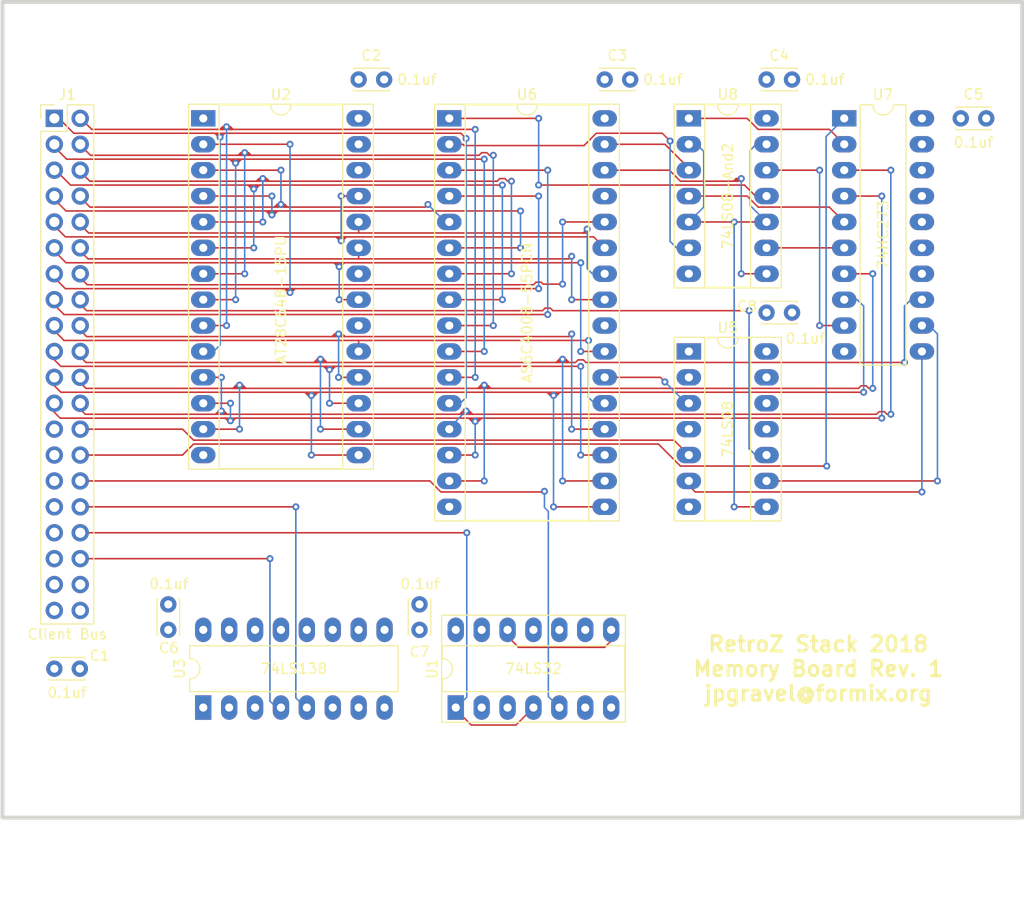
<source format=kicad_pcb>
(kicad_pcb (version 4) (host pcbnew 4.0.7)

  (general
    (links 118)
    (no_connects 45)
    (area 106.9126 53.6826 207.657701 149.6174)
    (thickness 1.6)
    (drawings 1)
    (tracks 800)
    (zones 0)
    (modules 17)
    (nets 74)
  )

  (page USLetter)
  (title_block
    (title "RetroZ Stack Memory")
    (date 2018-09-04)
    (rev 1)
    (company formix.org)
    (comment 1 formix.org)
    (comment 2 "Jean-Philippe Gravel, P.Eng.")
  )

  (layers
    (0 F.Cu signal)
    (31 B.Cu signal)
    (33 F.Adhes user)
    (34 B.Paste user)
    (35 F.Paste user)
    (36 B.SilkS user)
    (37 F.SilkS user)
    (38 B.Mask user)
    (39 F.Mask user)
    (40 Dwgs.User user)
    (41 Cmts.User user)
    (42 Eco1.User user)
    (43 Eco2.User user)
    (44 Edge.Cuts user)
    (45 Margin user)
    (47 F.CrtYd user)
    (49 F.Fab user)
  )

  (setup
    (last_trace_width 0.1524)
    (user_trace_width 0.5)
    (trace_clearance 0.1524)
    (zone_clearance 0.508)
    (zone_45_only no)
    (trace_min 0.1524)
    (segment_width 0.2)
    (edge_width 0.1)
    (via_size 0.6858)
    (via_drill 0.3302)
    (via_min_size 0.6858)
    (via_min_drill 0.3302)
    (uvia_size 0.6858)
    (uvia_drill 0.3302)
    (uvias_allowed no)
    (uvia_min_size 0)
    (uvia_min_drill 0)
    (pcb_text_width 0.3)
    (pcb_text_size 1.5 1.5)
    (mod_edge_width 0.15)
    (mod_text_size 1 1)
    (mod_text_width 0.15)
    (pad_size 1.5 1.5)
    (pad_drill 0.6)
    (pad_to_mask_clearance 0)
    (aux_axis_origin 0 0)
    (visible_elements 7FFFF7FF)
    (pcbplotparams
      (layerselection 0x00030_80000001)
      (usegerberextensions false)
      (excludeedgelayer true)
      (linewidth 0.100000)
      (plotframeref false)
      (viasonmask false)
      (mode 1)
      (useauxorigin false)
      (hpglpennumber 1)
      (hpglpenspeed 20)
      (hpglpendiameter 15)
      (hpglpenoverlay 2)
      (psnegative false)
      (psa4output false)
      (plotreference true)
      (plotvalue true)
      (plotinvisibletext false)
      (padsonsilk false)
      (subtractmaskfromsilk false)
      (outputformat 1)
      (mirror false)
      (drillshape 1)
      (scaleselection 1)
      (outputdirectory ""))
  )

  (net 0 "")
  (net 1 VCC)
  (net 2 GND)
  (net 3 /A0)
  (net 4 /A1)
  (net 5 /A2)
  (net 6 /A3)
  (net 7 /A4)
  (net 8 /A5)
  (net 9 /A6)
  (net 10 /A7)
  (net 11 /A8)
  (net 12 /A9)
  (net 13 /A10)
  (net 14 /A11)
  (net 15 /A12)
  (net 16 /A13)
  (net 17 /A14)
  (net 18 A15)
  (net 19 /D7)
  (net 20 /D6)
  (net 21 /D5)
  (net 22 /D4)
  (net 23 /D3)
  (net 24 /D2)
  (net 25 /D1)
  (net 26 /D0)
  (net 27 "Net-(J1-Pad25)")
  (net 28 CLK)
  (net 29 "Net-(J1-Pad27)")
  (net 30 ~RESET)
  (net 31 "Net-(J1-Pad29)")
  (net 32 "Net-(J1-Pad30)")
  (net 33 "Net-(J1-Pad31)")
  (net 34 ~WR)
  (net 35 "Net-(J1-Pad33)")
  (net 36 "Net-(J1-Pad34)")
  (net 37 "Net-(J1-Pad35)")
  (net 38 ~IORQ)
  (net 39 "Net-(J1-Pad37)")
  (net 40 "Net-(J1-Pad38)")
  (net 41 "Net-(U1-Pad12)")
  (net 42 ~MWR)
  (net 43 "Net-(U1-Pad11)")
  (net 44 ~MRD)
  (net 45 "Net-(U2-Pad1)")
  (net 46 ~ROM_SEL)
  (net 47 "Net-(U2-Pad26)")
  (net 48 "Net-(U3-Pad9)")
  (net 49 "Net-(U3-Pad10)")
  (net 50 "Net-(U3-Pad11)")
  (net 51 "Net-(U3-Pad12)")
  (net 52 "Net-(U3-Pad13)")
  (net 53 "Net-(U3-Pad14)")
  (net 54 "Net-(U3-Pad7)")
  (net 55 "Net-(U3-Pad15)")
  (net 56 "Net-(U4-Pad4)")
  (net 57 "Net-(U5-Pad8)")
  (net 58 "Net-(U4-Pad2)")
  (net 59 RAMONLY)
  (net 60 ~RAM_SEL)
  (net 61 "Net-(U4-Pad8)")
  (net 62 "Net-(U5-Pad6)")
  (net 63 RAM_A18)
  (net 64 RAM_A16)
  (net 65 RAM_A17)
  (net 66 RAM_A15)
  (net 67 "Net-(U7-Pad2)")
  (net 68 "Net-(U7-Pad5)")
  (net 69 "Net-(U7-Pad15)")
  (net 70 "Net-(U7-Pad6)")
  (net 71 "Net-(U7-Pad16)")
  (net 72 "Net-(U7-Pad9)")
  (net 73 "Net-(U7-Pad19)")

  (net_class Default "This is the default net class."
    (clearance 0.1524)
    (trace_width 0.1524)
    (via_dia 0.6858)
    (via_drill 0.3302)
    (uvia_dia 0.6858)
    (uvia_drill 0.3302)
    (add_net /A0)
    (add_net /A1)
    (add_net /A10)
    (add_net /A11)
    (add_net /A12)
    (add_net /A13)
    (add_net /A14)
    (add_net /A2)
    (add_net /A3)
    (add_net /A4)
    (add_net /A5)
    (add_net /A6)
    (add_net /A7)
    (add_net /A8)
    (add_net /A9)
    (add_net /D0)
    (add_net /D1)
    (add_net /D2)
    (add_net /D3)
    (add_net /D4)
    (add_net /D5)
    (add_net /D6)
    (add_net /D7)
    (add_net A15)
    (add_net CLK)
    (add_net GND)
    (add_net "Net-(J1-Pad25)")
    (add_net "Net-(J1-Pad27)")
    (add_net "Net-(J1-Pad29)")
    (add_net "Net-(J1-Pad30)")
    (add_net "Net-(J1-Pad31)")
    (add_net "Net-(J1-Pad33)")
    (add_net "Net-(J1-Pad34)")
    (add_net "Net-(J1-Pad35)")
    (add_net "Net-(J1-Pad37)")
    (add_net "Net-(J1-Pad38)")
    (add_net "Net-(U1-Pad11)")
    (add_net "Net-(U1-Pad12)")
    (add_net "Net-(U2-Pad1)")
    (add_net "Net-(U2-Pad26)")
    (add_net "Net-(U3-Pad10)")
    (add_net "Net-(U3-Pad11)")
    (add_net "Net-(U3-Pad12)")
    (add_net "Net-(U3-Pad13)")
    (add_net "Net-(U3-Pad14)")
    (add_net "Net-(U3-Pad15)")
    (add_net "Net-(U3-Pad7)")
    (add_net "Net-(U3-Pad9)")
    (add_net "Net-(U4-Pad2)")
    (add_net "Net-(U4-Pad4)")
    (add_net "Net-(U4-Pad8)")
    (add_net "Net-(U5-Pad6)")
    (add_net "Net-(U5-Pad8)")
    (add_net "Net-(U7-Pad15)")
    (add_net "Net-(U7-Pad16)")
    (add_net "Net-(U7-Pad19)")
    (add_net "Net-(U7-Pad2)")
    (add_net "Net-(U7-Pad5)")
    (add_net "Net-(U7-Pad6)")
    (add_net "Net-(U7-Pad9)")
    (add_net RAMONLY)
    (add_net RAM_A15)
    (add_net RAM_A16)
    (add_net RAM_A17)
    (add_net RAM_A18)
    (add_net VCC)
    (add_net ~IORQ)
    (add_net ~MRD)
    (add_net ~MWR)
    (add_net ~RAM_SEL)
    (add_net ~RESET)
    (add_net ~ROM_SEL)
    (add_net ~WR)
  )

  (module Capacitors_THT:C_Disc_D3.4mm_W2.1mm_P2.50mm (layer F.Cu) (tedit 5B8F30EF) (tstamp 5B8F2BCF)
    (at 112.395 126.365)
    (descr "C, Disc series, Radial, pin pitch=2.50mm, , diameter*width=3.4*2.1mm^2, Capacitor, http://www.vishay.com/docs/45233/krseries.pdf")
    (tags "C Disc series Radial pin pitch 2.50mm  diameter 3.4mm width 2.1mm Capacitor")
    (path /5B28C7AE)
    (fp_text reference C1 (at 4.445 -1.27) (layer F.SilkS)
      (effects (font (size 1 1) (thickness 0.15)))
    )
    (fp_text value 0.1uf (at 1.25 2.36) (layer F.SilkS)
      (effects (font (size 1 1) (thickness 0.15)))
    )
    (fp_line (start -0.45 -1.05) (end -0.45 1.05) (layer F.Fab) (width 0.1))
    (fp_line (start -0.45 1.05) (end 2.95 1.05) (layer F.Fab) (width 0.1))
    (fp_line (start 2.95 1.05) (end 2.95 -1.05) (layer F.Fab) (width 0.1))
    (fp_line (start 2.95 -1.05) (end -0.45 -1.05) (layer F.Fab) (width 0.1))
    (fp_line (start -0.51 -1.11) (end 3.01 -1.11) (layer F.SilkS) (width 0.12))
    (fp_line (start -0.51 1.11) (end 3.01 1.11) (layer F.SilkS) (width 0.12))
    (fp_line (start -0.51 -1.11) (end -0.51 -0.996) (layer F.SilkS) (width 0.12))
    (fp_line (start -0.51 0.996) (end -0.51 1.11) (layer F.SilkS) (width 0.12))
    (fp_line (start 3.01 -1.11) (end 3.01 -0.996) (layer F.SilkS) (width 0.12))
    (fp_line (start 3.01 0.996) (end 3.01 1.11) (layer F.SilkS) (width 0.12))
    (fp_line (start -1.05 -1.4) (end -1.05 1.4) (layer F.CrtYd) (width 0.05))
    (fp_line (start -1.05 1.4) (end 3.55 1.4) (layer F.CrtYd) (width 0.05))
    (fp_line (start 3.55 1.4) (end 3.55 -1.4) (layer F.CrtYd) (width 0.05))
    (fp_line (start 3.55 -1.4) (end -1.05 -1.4) (layer F.CrtYd) (width 0.05))
    (fp_text user %R (at 1.25 0) (layer F.Fab)
      (effects (font (size 1 1) (thickness 0.15)))
    )
    (pad 1 thru_hole circle (at 0 0) (size 1.6 1.6) (drill 0.8) (layers *.Cu *.Mask)
      (net 1 VCC))
    (pad 2 thru_hole circle (at 2.5 0) (size 1.6 1.6) (drill 0.8) (layers *.Cu *.Mask)
      (net 2 GND))
    (model ${KISYS3DMOD}/Capacitors_THT.3dshapes/C_Disc_D3.4mm_W2.1mm_P2.50mm.wrl
      (at (xyz 0 0 0))
      (scale (xyz 1 1 1))
      (rotate (xyz 0 0 0))
    )
  )

  (module Capacitors_THT:C_Disc_D3.4mm_W2.1mm_P2.50mm (layer F.Cu) (tedit 5B8F3128) (tstamp 5B8F2BE4)
    (at 142.24 68.58)
    (descr "C, Disc series, Radial, pin pitch=2.50mm, , diameter*width=3.4*2.1mm^2, Capacitor, http://www.vishay.com/docs/45233/krseries.pdf")
    (tags "C Disc series Radial pin pitch 2.50mm  diameter 3.4mm width 2.1mm Capacitor")
    (path /5B28C979)
    (fp_text reference C2 (at 1.25 -2.36) (layer F.SilkS)
      (effects (font (size 1 1) (thickness 0.15)))
    )
    (fp_text value 0.1uf (at 5.715 0) (layer F.SilkS)
      (effects (font (size 1 1) (thickness 0.15)))
    )
    (fp_line (start -0.45 -1.05) (end -0.45 1.05) (layer F.Fab) (width 0.1))
    (fp_line (start -0.45 1.05) (end 2.95 1.05) (layer F.Fab) (width 0.1))
    (fp_line (start 2.95 1.05) (end 2.95 -1.05) (layer F.Fab) (width 0.1))
    (fp_line (start 2.95 -1.05) (end -0.45 -1.05) (layer F.Fab) (width 0.1))
    (fp_line (start -0.51 -1.11) (end 3.01 -1.11) (layer F.SilkS) (width 0.12))
    (fp_line (start -0.51 1.11) (end 3.01 1.11) (layer F.SilkS) (width 0.12))
    (fp_line (start -0.51 -1.11) (end -0.51 -0.996) (layer F.SilkS) (width 0.12))
    (fp_line (start -0.51 0.996) (end -0.51 1.11) (layer F.SilkS) (width 0.12))
    (fp_line (start 3.01 -1.11) (end 3.01 -0.996) (layer F.SilkS) (width 0.12))
    (fp_line (start 3.01 0.996) (end 3.01 1.11) (layer F.SilkS) (width 0.12))
    (fp_line (start -1.05 -1.4) (end -1.05 1.4) (layer F.CrtYd) (width 0.05))
    (fp_line (start -1.05 1.4) (end 3.55 1.4) (layer F.CrtYd) (width 0.05))
    (fp_line (start 3.55 1.4) (end 3.55 -1.4) (layer F.CrtYd) (width 0.05))
    (fp_line (start 3.55 -1.4) (end -1.05 -1.4) (layer F.CrtYd) (width 0.05))
    (fp_text user %R (at 1.25 0) (layer F.Fab)
      (effects (font (size 1 1) (thickness 0.15)))
    )
    (pad 1 thru_hole circle (at 0 0) (size 1.6 1.6) (drill 0.8) (layers *.Cu *.Mask)
      (net 1 VCC))
    (pad 2 thru_hole circle (at 2.5 0) (size 1.6 1.6) (drill 0.8) (layers *.Cu *.Mask)
      (net 2 GND))
    (model ${KISYS3DMOD}/Capacitors_THT.3dshapes/C_Disc_D3.4mm_W2.1mm_P2.50mm.wrl
      (at (xyz 0 0 0))
      (scale (xyz 1 1 1))
      (rotate (xyz 0 0 0))
    )
  )

  (module Capacitors_THT:C_Disc_D3.4mm_W2.1mm_P2.50mm (layer F.Cu) (tedit 5B8F31E4) (tstamp 5B8F2BF9)
    (at 166.37 68.58)
    (descr "C, Disc series, Radial, pin pitch=2.50mm, , diameter*width=3.4*2.1mm^2, Capacitor, http://www.vishay.com/docs/45233/krseries.pdf")
    (tags "C Disc series Radial pin pitch 2.50mm  diameter 3.4mm width 2.1mm Capacitor")
    (path /5B28CA02)
    (fp_text reference C3 (at 1.25 -2.36) (layer F.SilkS)
      (effects (font (size 1 1) (thickness 0.15)))
    )
    (fp_text value 0.1uf (at 5.715 0) (layer F.SilkS)
      (effects (font (size 1 1) (thickness 0.15)))
    )
    (fp_line (start -0.45 -1.05) (end -0.45 1.05) (layer F.Fab) (width 0.1))
    (fp_line (start -0.45 1.05) (end 2.95 1.05) (layer F.Fab) (width 0.1))
    (fp_line (start 2.95 1.05) (end 2.95 -1.05) (layer F.Fab) (width 0.1))
    (fp_line (start 2.95 -1.05) (end -0.45 -1.05) (layer F.Fab) (width 0.1))
    (fp_line (start -0.51 -1.11) (end 3.01 -1.11) (layer F.SilkS) (width 0.12))
    (fp_line (start -0.51 1.11) (end 3.01 1.11) (layer F.SilkS) (width 0.12))
    (fp_line (start -0.51 -1.11) (end -0.51 -0.996) (layer F.SilkS) (width 0.12))
    (fp_line (start -0.51 0.996) (end -0.51 1.11) (layer F.SilkS) (width 0.12))
    (fp_line (start 3.01 -1.11) (end 3.01 -0.996) (layer F.SilkS) (width 0.12))
    (fp_line (start 3.01 0.996) (end 3.01 1.11) (layer F.SilkS) (width 0.12))
    (fp_line (start -1.05 -1.4) (end -1.05 1.4) (layer F.CrtYd) (width 0.05))
    (fp_line (start -1.05 1.4) (end 3.55 1.4) (layer F.CrtYd) (width 0.05))
    (fp_line (start 3.55 1.4) (end 3.55 -1.4) (layer F.CrtYd) (width 0.05))
    (fp_line (start 3.55 -1.4) (end -1.05 -1.4) (layer F.CrtYd) (width 0.05))
    (fp_text user %R (at 1.25 0) (layer F.Fab)
      (effects (font (size 1 1) (thickness 0.15)))
    )
    (pad 1 thru_hole circle (at 0 0) (size 1.6 1.6) (drill 0.8) (layers *.Cu *.Mask)
      (net 1 VCC))
    (pad 2 thru_hole circle (at 2.5 0) (size 1.6 1.6) (drill 0.8) (layers *.Cu *.Mask)
      (net 2 GND))
    (model ${KISYS3DMOD}/Capacitors_THT.3dshapes/C_Disc_D3.4mm_W2.1mm_P2.50mm.wrl
      (at (xyz 0 0 0))
      (scale (xyz 1 1 1))
      (rotate (xyz 0 0 0))
    )
  )

  (module Capacitors_THT:C_Disc_D3.4mm_W2.1mm_P2.50mm (layer F.Cu) (tedit 5B8F31F9) (tstamp 5B8F2C0E)
    (at 182.245 68.58)
    (descr "C, Disc series, Radial, pin pitch=2.50mm, , diameter*width=3.4*2.1mm^2, Capacitor, http://www.vishay.com/docs/45233/krseries.pdf")
    (tags "C Disc series Radial pin pitch 2.50mm  diameter 3.4mm width 2.1mm Capacitor")
    (path /5B28CAAC)
    (fp_text reference C4 (at 1.25 -2.36) (layer F.SilkS)
      (effects (font (size 1 1) (thickness 0.15)))
    )
    (fp_text value 0.1uf (at 5.715 0) (layer F.SilkS)
      (effects (font (size 1 1) (thickness 0.15)))
    )
    (fp_line (start -0.45 -1.05) (end -0.45 1.05) (layer F.Fab) (width 0.1))
    (fp_line (start -0.45 1.05) (end 2.95 1.05) (layer F.Fab) (width 0.1))
    (fp_line (start 2.95 1.05) (end 2.95 -1.05) (layer F.Fab) (width 0.1))
    (fp_line (start 2.95 -1.05) (end -0.45 -1.05) (layer F.Fab) (width 0.1))
    (fp_line (start -0.51 -1.11) (end 3.01 -1.11) (layer F.SilkS) (width 0.12))
    (fp_line (start -0.51 1.11) (end 3.01 1.11) (layer F.SilkS) (width 0.12))
    (fp_line (start -0.51 -1.11) (end -0.51 -0.996) (layer F.SilkS) (width 0.12))
    (fp_line (start -0.51 0.996) (end -0.51 1.11) (layer F.SilkS) (width 0.12))
    (fp_line (start 3.01 -1.11) (end 3.01 -0.996) (layer F.SilkS) (width 0.12))
    (fp_line (start 3.01 0.996) (end 3.01 1.11) (layer F.SilkS) (width 0.12))
    (fp_line (start -1.05 -1.4) (end -1.05 1.4) (layer F.CrtYd) (width 0.05))
    (fp_line (start -1.05 1.4) (end 3.55 1.4) (layer F.CrtYd) (width 0.05))
    (fp_line (start 3.55 1.4) (end 3.55 -1.4) (layer F.CrtYd) (width 0.05))
    (fp_line (start 3.55 -1.4) (end -1.05 -1.4) (layer F.CrtYd) (width 0.05))
    (fp_text user %R (at 1.25 0) (layer F.Fab)
      (effects (font (size 1 1) (thickness 0.15)))
    )
    (pad 1 thru_hole circle (at 0 0) (size 1.6 1.6) (drill 0.8) (layers *.Cu *.Mask)
      (net 1 VCC))
    (pad 2 thru_hole circle (at 2.5 0) (size 1.6 1.6) (drill 0.8) (layers *.Cu *.Mask)
      (net 2 GND))
    (model ${KISYS3DMOD}/Capacitors_THT.3dshapes/C_Disc_D3.4mm_W2.1mm_P2.50mm.wrl
      (at (xyz 0 0 0))
      (scale (xyz 1 1 1))
      (rotate (xyz 0 0 0))
    )
  )

  (module Capacitors_THT:C_Disc_D3.4mm_W2.1mm_P2.50mm (layer F.Cu) (tedit 5B8F321B) (tstamp 5B8F2C23)
    (at 201.295 72.39)
    (descr "C, Disc series, Radial, pin pitch=2.50mm, , diameter*width=3.4*2.1mm^2, Capacitor, http://www.vishay.com/docs/45233/krseries.pdf")
    (tags "C Disc series Radial pin pitch 2.50mm  diameter 3.4mm width 2.1mm Capacitor")
    (path /5B28CABE)
    (fp_text reference C5 (at 1.25 -2.36) (layer F.SilkS)
      (effects (font (size 1 1) (thickness 0.15)))
    )
    (fp_text value 0.1uf (at 1.25 2.36) (layer F.SilkS)
      (effects (font (size 1 1) (thickness 0.15)))
    )
    (fp_line (start -0.45 -1.05) (end -0.45 1.05) (layer F.Fab) (width 0.1))
    (fp_line (start -0.45 1.05) (end 2.95 1.05) (layer F.Fab) (width 0.1))
    (fp_line (start 2.95 1.05) (end 2.95 -1.05) (layer F.Fab) (width 0.1))
    (fp_line (start 2.95 -1.05) (end -0.45 -1.05) (layer F.Fab) (width 0.1))
    (fp_line (start -0.51 -1.11) (end 3.01 -1.11) (layer F.SilkS) (width 0.12))
    (fp_line (start -0.51 1.11) (end 3.01 1.11) (layer F.SilkS) (width 0.12))
    (fp_line (start -0.51 -1.11) (end -0.51 -0.996) (layer F.SilkS) (width 0.12))
    (fp_line (start -0.51 0.996) (end -0.51 1.11) (layer F.SilkS) (width 0.12))
    (fp_line (start 3.01 -1.11) (end 3.01 -0.996) (layer F.SilkS) (width 0.12))
    (fp_line (start 3.01 0.996) (end 3.01 1.11) (layer F.SilkS) (width 0.12))
    (fp_line (start -1.05 -1.4) (end -1.05 1.4) (layer F.CrtYd) (width 0.05))
    (fp_line (start -1.05 1.4) (end 3.55 1.4) (layer F.CrtYd) (width 0.05))
    (fp_line (start 3.55 1.4) (end 3.55 -1.4) (layer F.CrtYd) (width 0.05))
    (fp_line (start 3.55 -1.4) (end -1.05 -1.4) (layer F.CrtYd) (width 0.05))
    (fp_text user %R (at 1.25 0) (layer F.Fab)
      (effects (font (size 1 1) (thickness 0.15)))
    )
    (pad 1 thru_hole circle (at 0 0) (size 1.6 1.6) (drill 0.8) (layers *.Cu *.Mask)
      (net 1 VCC))
    (pad 2 thru_hole circle (at 2.5 0) (size 1.6 1.6) (drill 0.8) (layers *.Cu *.Mask)
      (net 2 GND))
    (model ${KISYS3DMOD}/Capacitors_THT.3dshapes/C_Disc_D3.4mm_W2.1mm_P2.50mm.wrl
      (at (xyz 0 0 0))
      (scale (xyz 1 1 1))
      (rotate (xyz 0 0 0))
    )
  )

  (module Capacitors_THT:C_Disc_D3.4mm_W2.1mm_P2.50mm (layer F.Cu) (tedit 5B8FC03C) (tstamp 5B8F2C38)
    (at 123.571 122.555 90)
    (descr "C, Disc series, Radial, pin pitch=2.50mm, , diameter*width=3.4*2.1mm^2, Capacitor, http://www.vishay.com/docs/45233/krseries.pdf")
    (tags "C Disc series Radial pin pitch 2.50mm  diameter 3.4mm width 2.1mm Capacitor")
    (path /5B28CE3B)
    (fp_text reference C6 (at -1.778 0.0635 180) (layer F.SilkS)
      (effects (font (size 1 1) (thickness 0.15)))
    )
    (fp_text value 0.1uf (at 4.5085 0.0635 180) (layer F.SilkS)
      (effects (font (size 1 1) (thickness 0.15)))
    )
    (fp_line (start -0.45 -1.05) (end -0.45 1.05) (layer F.Fab) (width 0.1))
    (fp_line (start -0.45 1.05) (end 2.95 1.05) (layer F.Fab) (width 0.1))
    (fp_line (start 2.95 1.05) (end 2.95 -1.05) (layer F.Fab) (width 0.1))
    (fp_line (start 2.95 -1.05) (end -0.45 -1.05) (layer F.Fab) (width 0.1))
    (fp_line (start -0.51 -1.11) (end 3.01 -1.11) (layer F.SilkS) (width 0.12))
    (fp_line (start -0.51 1.11) (end 3.01 1.11) (layer F.SilkS) (width 0.12))
    (fp_line (start -0.51 -1.11) (end -0.51 -0.996) (layer F.SilkS) (width 0.12))
    (fp_line (start -0.51 0.996) (end -0.51 1.11) (layer F.SilkS) (width 0.12))
    (fp_line (start 3.01 -1.11) (end 3.01 -0.996) (layer F.SilkS) (width 0.12))
    (fp_line (start 3.01 0.996) (end 3.01 1.11) (layer F.SilkS) (width 0.12))
    (fp_line (start -1.05 -1.4) (end -1.05 1.4) (layer F.CrtYd) (width 0.05))
    (fp_line (start -1.05 1.4) (end 3.55 1.4) (layer F.CrtYd) (width 0.05))
    (fp_line (start 3.55 1.4) (end 3.55 -1.4) (layer F.CrtYd) (width 0.05))
    (fp_line (start 3.55 -1.4) (end -1.05 -1.4) (layer F.CrtYd) (width 0.05))
    (fp_text user %R (at 1.25 0 90) (layer F.Fab)
      (effects (font (size 1 1) (thickness 0.15)))
    )
    (pad 1 thru_hole circle (at 0 0 90) (size 1.6 1.6) (drill 0.8) (layers *.Cu *.Mask)
      (net 1 VCC))
    (pad 2 thru_hole circle (at 2.5 0 90) (size 1.6 1.6) (drill 0.8) (layers *.Cu *.Mask)
      (net 2 GND))
    (model ${KISYS3DMOD}/Capacitors_THT.3dshapes/C_Disc_D3.4mm_W2.1mm_P2.50mm.wrl
      (at (xyz 0 0 0))
      (scale (xyz 1 1 1))
      (rotate (xyz 0 0 0))
    )
  )

  (module Capacitors_THT:C_Disc_D3.4mm_W2.1mm_P2.50mm (layer F.Cu) (tedit 5B8FC031) (tstamp 5B8F2C4D)
    (at 148.209 122.555 90)
    (descr "C, Disc series, Radial, pin pitch=2.50mm, , diameter*width=3.4*2.1mm^2, Capacitor, http://www.vishay.com/docs/45233/krseries.pdf")
    (tags "C Disc series Radial pin pitch 2.50mm  diameter 3.4mm width 2.1mm Capacitor")
    (path /5B28CE4D)
    (fp_text reference C7 (at -2.159 0 180) (layer F.SilkS)
      (effects (font (size 1 1) (thickness 0.15)))
    )
    (fp_text value 0.1uf (at 4.5085 0.0635 180) (layer F.SilkS)
      (effects (font (size 1 1) (thickness 0.15)))
    )
    (fp_line (start -0.45 -1.05) (end -0.45 1.05) (layer F.Fab) (width 0.1))
    (fp_line (start -0.45 1.05) (end 2.95 1.05) (layer F.Fab) (width 0.1))
    (fp_line (start 2.95 1.05) (end 2.95 -1.05) (layer F.Fab) (width 0.1))
    (fp_line (start 2.95 -1.05) (end -0.45 -1.05) (layer F.Fab) (width 0.1))
    (fp_line (start -0.51 -1.11) (end 3.01 -1.11) (layer F.SilkS) (width 0.12))
    (fp_line (start -0.51 1.11) (end 3.01 1.11) (layer F.SilkS) (width 0.12))
    (fp_line (start -0.51 -1.11) (end -0.51 -0.996) (layer F.SilkS) (width 0.12))
    (fp_line (start -0.51 0.996) (end -0.51 1.11) (layer F.SilkS) (width 0.12))
    (fp_line (start 3.01 -1.11) (end 3.01 -0.996) (layer F.SilkS) (width 0.12))
    (fp_line (start 3.01 0.996) (end 3.01 1.11) (layer F.SilkS) (width 0.12))
    (fp_line (start -1.05 -1.4) (end -1.05 1.4) (layer F.CrtYd) (width 0.05))
    (fp_line (start -1.05 1.4) (end 3.55 1.4) (layer F.CrtYd) (width 0.05))
    (fp_line (start 3.55 1.4) (end 3.55 -1.4) (layer F.CrtYd) (width 0.05))
    (fp_line (start 3.55 -1.4) (end -1.05 -1.4) (layer F.CrtYd) (width 0.05))
    (fp_text user %R (at 1.25 0 90) (layer F.Fab)
      (effects (font (size 1 1) (thickness 0.15)))
    )
    (pad 1 thru_hole circle (at 0 0 90) (size 1.6 1.6) (drill 0.8) (layers *.Cu *.Mask)
      (net 1 VCC))
    (pad 2 thru_hole circle (at 2.5 0 90) (size 1.6 1.6) (drill 0.8) (layers *.Cu *.Mask)
      (net 2 GND))
    (model ${KISYS3DMOD}/Capacitors_THT.3dshapes/C_Disc_D3.4mm_W2.1mm_P2.50mm.wrl
      (at (xyz 0 0 0))
      (scale (xyz 1 1 1))
      (rotate (xyz 0 0 0))
    )
  )

  (module Capacitors_THT:C_Disc_D3.4mm_W2.1mm_P2.50mm (layer F.Cu) (tedit 5B8F325C) (tstamp 5B8F2C62)
    (at 182.245 91.44)
    (descr "C, Disc series, Radial, pin pitch=2.50mm, , diameter*width=3.4*2.1mm^2, Capacitor, http://www.vishay.com/docs/45233/krseries.pdf")
    (tags "C Disc series Radial pin pitch 2.50mm  diameter 3.4mm width 2.1mm Capacitor")
    (path /5B28CF6E)
    (fp_text reference C8 (at -1.905 -0.635) (layer F.SilkS)
      (effects (font (size 1 1) (thickness 0.15)))
    )
    (fp_text value 0.1uf (at 3.81 2.54) (layer F.SilkS)
      (effects (font (size 1 1) (thickness 0.15)))
    )
    (fp_line (start -0.45 -1.05) (end -0.45 1.05) (layer F.Fab) (width 0.1))
    (fp_line (start -0.45 1.05) (end 2.95 1.05) (layer F.Fab) (width 0.1))
    (fp_line (start 2.95 1.05) (end 2.95 -1.05) (layer F.Fab) (width 0.1))
    (fp_line (start 2.95 -1.05) (end -0.45 -1.05) (layer F.Fab) (width 0.1))
    (fp_line (start -0.51 -1.11) (end 3.01 -1.11) (layer F.SilkS) (width 0.12))
    (fp_line (start -0.51 1.11) (end 3.01 1.11) (layer F.SilkS) (width 0.12))
    (fp_line (start -0.51 -1.11) (end -0.51 -0.996) (layer F.SilkS) (width 0.12))
    (fp_line (start -0.51 0.996) (end -0.51 1.11) (layer F.SilkS) (width 0.12))
    (fp_line (start 3.01 -1.11) (end 3.01 -0.996) (layer F.SilkS) (width 0.12))
    (fp_line (start 3.01 0.996) (end 3.01 1.11) (layer F.SilkS) (width 0.12))
    (fp_line (start -1.05 -1.4) (end -1.05 1.4) (layer F.CrtYd) (width 0.05))
    (fp_line (start -1.05 1.4) (end 3.55 1.4) (layer F.CrtYd) (width 0.05))
    (fp_line (start 3.55 1.4) (end 3.55 -1.4) (layer F.CrtYd) (width 0.05))
    (fp_line (start 3.55 -1.4) (end -1.05 -1.4) (layer F.CrtYd) (width 0.05))
    (fp_text user %R (at 1.25 0) (layer F.Fab)
      (effects (font (size 1 1) (thickness 0.15)))
    )
    (pad 1 thru_hole circle (at 0 0) (size 1.6 1.6) (drill 0.8) (layers *.Cu *.Mask)
      (net 1 VCC))
    (pad 2 thru_hole circle (at 2.5 0) (size 1.6 1.6) (drill 0.8) (layers *.Cu *.Mask)
      (net 2 GND))
    (model ${KISYS3DMOD}/Capacitors_THT.3dshapes/C_Disc_D3.4mm_W2.1mm_P2.50mm.wrl
      (at (xyz 0 0 0))
      (scale (xyz 1 1 1))
      (rotate (xyz 0 0 0))
    )
  )

  (module Pin_Headers:Pin_Header_Straight_2x20_Pitch2.54mm (layer F.Cu) (tedit 5B8F30F9) (tstamp 5B8F2CA0)
    (at 112.395 72.39)
    (descr "Through hole straight pin header, 2x20, 2.54mm pitch, double rows")
    (tags "Through hole pin header THT 2x20 2.54mm double row")
    (path /5B8F2F63)
    (fp_text reference J1 (at 1.27 -2.33) (layer F.SilkS)
      (effects (font (size 1 1) (thickness 0.15)))
    )
    (fp_text value "Client Bus" (at 1.27 50.59) (layer F.SilkS)
      (effects (font (size 1 1) (thickness 0.15)))
    )
    (fp_line (start 0 -1.27) (end 3.81 -1.27) (layer F.Fab) (width 0.1))
    (fp_line (start 3.81 -1.27) (end 3.81 49.53) (layer F.Fab) (width 0.1))
    (fp_line (start 3.81 49.53) (end -1.27 49.53) (layer F.Fab) (width 0.1))
    (fp_line (start -1.27 49.53) (end -1.27 0) (layer F.Fab) (width 0.1))
    (fp_line (start -1.27 0) (end 0 -1.27) (layer F.Fab) (width 0.1))
    (fp_line (start -1.33 49.59) (end 3.87 49.59) (layer F.SilkS) (width 0.12))
    (fp_line (start -1.33 1.27) (end -1.33 49.59) (layer F.SilkS) (width 0.12))
    (fp_line (start 3.87 -1.33) (end 3.87 49.59) (layer F.SilkS) (width 0.12))
    (fp_line (start -1.33 1.27) (end 1.27 1.27) (layer F.SilkS) (width 0.12))
    (fp_line (start 1.27 1.27) (end 1.27 -1.33) (layer F.SilkS) (width 0.12))
    (fp_line (start 1.27 -1.33) (end 3.87 -1.33) (layer F.SilkS) (width 0.12))
    (fp_line (start -1.33 0) (end -1.33 -1.33) (layer F.SilkS) (width 0.12))
    (fp_line (start -1.33 -1.33) (end 0 -1.33) (layer F.SilkS) (width 0.12))
    (fp_line (start -1.8 -1.8) (end -1.8 50.05) (layer F.CrtYd) (width 0.05))
    (fp_line (start -1.8 50.05) (end 4.35 50.05) (layer F.CrtYd) (width 0.05))
    (fp_line (start 4.35 50.05) (end 4.35 -1.8) (layer F.CrtYd) (width 0.05))
    (fp_line (start 4.35 -1.8) (end -1.8 -1.8) (layer F.CrtYd) (width 0.05))
    (fp_text user %R (at 1.27 24.13 90) (layer F.Fab)
      (effects (font (size 1 1) (thickness 0.15)))
    )
    (pad 1 thru_hole rect (at 0 0) (size 1.7 1.7) (drill 1) (layers *.Cu *.Mask)
      (net 3 /A0))
    (pad 2 thru_hole oval (at 2.54 0) (size 1.7 1.7) (drill 1) (layers *.Cu *.Mask)
      (net 4 /A1))
    (pad 3 thru_hole oval (at 0 2.54) (size 1.7 1.7) (drill 1) (layers *.Cu *.Mask)
      (net 5 /A2))
    (pad 4 thru_hole oval (at 2.54 2.54) (size 1.7 1.7) (drill 1) (layers *.Cu *.Mask)
      (net 6 /A3))
    (pad 5 thru_hole oval (at 0 5.08) (size 1.7 1.7) (drill 1) (layers *.Cu *.Mask)
      (net 7 /A4))
    (pad 6 thru_hole oval (at 2.54 5.08) (size 1.7 1.7) (drill 1) (layers *.Cu *.Mask)
      (net 8 /A5))
    (pad 7 thru_hole oval (at 0 7.62) (size 1.7 1.7) (drill 1) (layers *.Cu *.Mask)
      (net 9 /A6))
    (pad 8 thru_hole oval (at 2.54 7.62) (size 1.7 1.7) (drill 1) (layers *.Cu *.Mask)
      (net 10 /A7))
    (pad 9 thru_hole oval (at 0 10.16) (size 1.7 1.7) (drill 1) (layers *.Cu *.Mask)
      (net 11 /A8))
    (pad 10 thru_hole oval (at 2.54 10.16) (size 1.7 1.7) (drill 1) (layers *.Cu *.Mask)
      (net 12 /A9))
    (pad 11 thru_hole oval (at 0 12.7) (size 1.7 1.7) (drill 1) (layers *.Cu *.Mask)
      (net 13 /A10))
    (pad 12 thru_hole oval (at 2.54 12.7) (size 1.7 1.7) (drill 1) (layers *.Cu *.Mask)
      (net 14 /A11))
    (pad 13 thru_hole oval (at 0 15.24) (size 1.7 1.7) (drill 1) (layers *.Cu *.Mask)
      (net 15 /A12))
    (pad 14 thru_hole oval (at 2.54 15.24) (size 1.7 1.7) (drill 1) (layers *.Cu *.Mask)
      (net 16 /A13))
    (pad 15 thru_hole oval (at 0 17.78) (size 1.7 1.7) (drill 1) (layers *.Cu *.Mask)
      (net 17 /A14))
    (pad 16 thru_hole oval (at 2.54 17.78) (size 1.7 1.7) (drill 1) (layers *.Cu *.Mask)
      (net 18 A15))
    (pad 17 thru_hole oval (at 0 20.32) (size 1.7 1.7) (drill 1) (layers *.Cu *.Mask)
      (net 19 /D7))
    (pad 18 thru_hole oval (at 2.54 20.32) (size 1.7 1.7) (drill 1) (layers *.Cu *.Mask)
      (net 20 /D6))
    (pad 19 thru_hole oval (at 0 22.86) (size 1.7 1.7) (drill 1) (layers *.Cu *.Mask)
      (net 21 /D5))
    (pad 20 thru_hole oval (at 2.54 22.86) (size 1.7 1.7) (drill 1) (layers *.Cu *.Mask)
      (net 22 /D4))
    (pad 21 thru_hole oval (at 0 25.4) (size 1.7 1.7) (drill 1) (layers *.Cu *.Mask)
      (net 23 /D3))
    (pad 22 thru_hole oval (at 2.54 25.4) (size 1.7 1.7) (drill 1) (layers *.Cu *.Mask)
      (net 24 /D2))
    (pad 23 thru_hole oval (at 0 27.94) (size 1.7 1.7) (drill 1) (layers *.Cu *.Mask)
      (net 25 /D1))
    (pad 24 thru_hole oval (at 2.54 27.94) (size 1.7 1.7) (drill 1) (layers *.Cu *.Mask)
      (net 26 /D0))
    (pad 25 thru_hole oval (at 0 30.48) (size 1.7 1.7) (drill 1) (layers *.Cu *.Mask)
      (net 27 "Net-(J1-Pad25)"))
    (pad 26 thru_hole oval (at 2.54 30.48) (size 1.7 1.7) (drill 1) (layers *.Cu *.Mask)
      (net 28 CLK))
    (pad 27 thru_hole oval (at 0 33.02) (size 1.7 1.7) (drill 1) (layers *.Cu *.Mask)
      (net 29 "Net-(J1-Pad27)"))
    (pad 28 thru_hole oval (at 2.54 33.02) (size 1.7 1.7) (drill 1) (layers *.Cu *.Mask)
      (net 30 ~RESET))
    (pad 29 thru_hole oval (at 0 35.56) (size 1.7 1.7) (drill 1) (layers *.Cu *.Mask)
      (net 31 "Net-(J1-Pad29)"))
    (pad 30 thru_hole oval (at 2.54 35.56) (size 1.7 1.7) (drill 1) (layers *.Cu *.Mask)
      (net 32 "Net-(J1-Pad30)"))
    (pad 31 thru_hole oval (at 0 38.1) (size 1.7 1.7) (drill 1) (layers *.Cu *.Mask)
      (net 33 "Net-(J1-Pad31)"))
    (pad 32 thru_hole oval (at 2.54 38.1) (size 1.7 1.7) (drill 1) (layers *.Cu *.Mask)
      (net 34 ~WR))
    (pad 33 thru_hole oval (at 0 40.64) (size 1.7 1.7) (drill 1) (layers *.Cu *.Mask)
      (net 35 "Net-(J1-Pad33)"))
    (pad 34 thru_hole oval (at 2.54 40.64) (size 1.7 1.7) (drill 1) (layers *.Cu *.Mask)
      (net 36 "Net-(J1-Pad34)"))
    (pad 35 thru_hole oval (at 0 43.18) (size 1.7 1.7) (drill 1) (layers *.Cu *.Mask)
      (net 37 "Net-(J1-Pad35)"))
    (pad 36 thru_hole oval (at 2.54 43.18) (size 1.7 1.7) (drill 1) (layers *.Cu *.Mask)
      (net 38 ~IORQ))
    (pad 37 thru_hole oval (at 0 45.72) (size 1.7 1.7) (drill 1) (layers *.Cu *.Mask)
      (net 39 "Net-(J1-Pad37)"))
    (pad 38 thru_hole oval (at 2.54 45.72) (size 1.7 1.7) (drill 1) (layers *.Cu *.Mask)
      (net 40 "Net-(J1-Pad38)"))
    (pad 39 thru_hole oval (at 0 48.26) (size 1.7 1.7) (drill 1) (layers *.Cu *.Mask)
      (net 1 VCC))
    (pad 40 thru_hole oval (at 2.54 48.26) (size 1.7 1.7) (drill 1) (layers *.Cu *.Mask)
      (net 2 GND))
    (model ${KISYS3DMOD}/Pin_Headers.3dshapes/Pin_Header_Straight_2x20_Pitch2.54mm.wrl
      (at (xyz 0 0 0))
      (scale (xyz 1 1 1))
      (rotate (xyz 0 0 0))
    )
  )

  (module Housings_DIP:DIP-14_W7.62mm_Socket_LongPads (layer F.Cu) (tedit 5B8F31CD) (tstamp 5B8F2CCA)
    (at 151.765 130.175 90)
    (descr "14-lead though-hole mounted DIP package, row spacing 7.62 mm (300 mils), Socket, LongPads")
    (tags "THT DIP DIL PDIP 2.54mm 7.62mm 300mil Socket LongPads")
    (path /5B3AF1BA)
    (fp_text reference U1 (at 3.81 -2.33 90) (layer F.SilkS)
      (effects (font (size 1 1) (thickness 0.15)))
    )
    (fp_text value 74LS32 (at 3.81 7.62 180) (layer F.SilkS)
      (effects (font (size 1 1) (thickness 0.15)))
    )
    (fp_arc (start 3.81 -1.33) (end 2.81 -1.33) (angle -180) (layer F.SilkS) (width 0.12))
    (fp_line (start 1.635 -1.27) (end 6.985 -1.27) (layer F.Fab) (width 0.1))
    (fp_line (start 6.985 -1.27) (end 6.985 16.51) (layer F.Fab) (width 0.1))
    (fp_line (start 6.985 16.51) (end 0.635 16.51) (layer F.Fab) (width 0.1))
    (fp_line (start 0.635 16.51) (end 0.635 -0.27) (layer F.Fab) (width 0.1))
    (fp_line (start 0.635 -0.27) (end 1.635 -1.27) (layer F.Fab) (width 0.1))
    (fp_line (start -1.27 -1.33) (end -1.27 16.57) (layer F.Fab) (width 0.1))
    (fp_line (start -1.27 16.57) (end 8.89 16.57) (layer F.Fab) (width 0.1))
    (fp_line (start 8.89 16.57) (end 8.89 -1.33) (layer F.Fab) (width 0.1))
    (fp_line (start 8.89 -1.33) (end -1.27 -1.33) (layer F.Fab) (width 0.1))
    (fp_line (start 2.81 -1.33) (end 1.56 -1.33) (layer F.SilkS) (width 0.12))
    (fp_line (start 1.56 -1.33) (end 1.56 16.57) (layer F.SilkS) (width 0.12))
    (fp_line (start 1.56 16.57) (end 6.06 16.57) (layer F.SilkS) (width 0.12))
    (fp_line (start 6.06 16.57) (end 6.06 -1.33) (layer F.SilkS) (width 0.12))
    (fp_line (start 6.06 -1.33) (end 4.81 -1.33) (layer F.SilkS) (width 0.12))
    (fp_line (start -1.44 -1.39) (end -1.44 16.63) (layer F.SilkS) (width 0.12))
    (fp_line (start -1.44 16.63) (end 9.06 16.63) (layer F.SilkS) (width 0.12))
    (fp_line (start 9.06 16.63) (end 9.06 -1.39) (layer F.SilkS) (width 0.12))
    (fp_line (start 9.06 -1.39) (end -1.44 -1.39) (layer F.SilkS) (width 0.12))
    (fp_line (start -1.55 -1.6) (end -1.55 16.85) (layer F.CrtYd) (width 0.05))
    (fp_line (start -1.55 16.85) (end 9.15 16.85) (layer F.CrtYd) (width 0.05))
    (fp_line (start 9.15 16.85) (end 9.15 -1.6) (layer F.CrtYd) (width 0.05))
    (fp_line (start 9.15 -1.6) (end -1.55 -1.6) (layer F.CrtYd) (width 0.05))
    (fp_text user %R (at 3.81 0 90) (layer F.Fab)
      (effects (font (size 1 1) (thickness 0.15)))
    )
    (pad 1 thru_hole rect (at 0 0 90) (size 2.4 1.6) (drill 0.8) (layers *.Cu *.Mask)
      (net 36 "Net-(J1-Pad34)"))
    (pad 8 thru_hole oval (at 7.62 15.24 90) (size 2.4 1.6) (drill 0.8) (layers *.Cu *.Mask)
      (net 41 "Net-(U1-Pad12)"))
    (pad 2 thru_hole oval (at 0 2.54 90) (size 2.4 1.6) (drill 0.8) (layers *.Cu *.Mask)
      (net 34 ~WR))
    (pad 9 thru_hole oval (at 7.62 12.7 90) (size 2.4 1.6) (drill 0.8) (layers *.Cu *.Mask)
      (net 16 /A13))
    (pad 3 thru_hole oval (at 0 5.08 90) (size 2.4 1.6) (drill 0.8) (layers *.Cu *.Mask)
      (net 42 ~MWR))
    (pad 10 thru_hole oval (at 7.62 10.16 90) (size 2.4 1.6) (drill 0.8) (layers *.Cu *.Mask)
      (net 17 /A14))
    (pad 4 thru_hole oval (at 0 7.62 90) (size 2.4 1.6) (drill 0.8) (layers *.Cu *.Mask)
      (net 36 "Net-(J1-Pad34)"))
    (pad 11 thru_hole oval (at 7.62 7.62 90) (size 2.4 1.6) (drill 0.8) (layers *.Cu *.Mask)
      (net 43 "Net-(U1-Pad11)"))
    (pad 5 thru_hole oval (at 0 10.16 90) (size 2.4 1.6) (drill 0.8) (layers *.Cu *.Mask)
      (net 32 "Net-(J1-Pad30)"))
    (pad 12 thru_hole oval (at 7.62 5.08 90) (size 2.4 1.6) (drill 0.8) (layers *.Cu *.Mask)
      (net 41 "Net-(U1-Pad12)"))
    (pad 6 thru_hole oval (at 0 12.7 90) (size 2.4 1.6) (drill 0.8) (layers *.Cu *.Mask)
      (net 44 ~MRD))
    (pad 13 thru_hole oval (at 7.62 2.54 90) (size 2.4 1.6) (drill 0.8) (layers *.Cu *.Mask)
      (net 18 A15))
    (pad 7 thru_hole oval (at 0 15.24 90) (size 2.4 1.6) (drill 0.8) (layers *.Cu *.Mask)
      (net 2 GND))
    (pad 14 thru_hole oval (at 7.62 0 90) (size 2.4 1.6) (drill 0.8) (layers *.Cu *.Mask)
      (net 1 VCC))
    (model ${KISYS3DMOD}/Housings_DIP.3dshapes/DIP-14_W7.62mm_Socket.wrl
      (at (xyz 0 0 0))
      (scale (xyz 1 1 1))
      (rotate (xyz 0 0 0))
    )
  )

  (module Housings_DIP:DIP-28_W15.24mm_Socket_LongPads (layer F.Cu) (tedit 5B8F314E) (tstamp 5B8F2D02)
    (at 127 72.39)
    (descr "28-lead though-hole mounted DIP package, row spacing 15.24 mm (600 mils), Socket, LongPads")
    (tags "THT DIP DIL PDIP 2.54mm 15.24mm 600mil Socket LongPads")
    (path /5B788475)
    (fp_text reference U2 (at 7.62 -2.33) (layer F.SilkS)
      (effects (font (size 1 1) (thickness 0.15)))
    )
    (fp_text value AT28C64B-15PU (at 7.62 17.78 90) (layer F.SilkS)
      (effects (font (size 1 1) (thickness 0.15)))
    )
    (fp_arc (start 7.62 -1.33) (end 6.62 -1.33) (angle -180) (layer F.SilkS) (width 0.12))
    (fp_line (start 1.255 -1.27) (end 14.985 -1.27) (layer F.Fab) (width 0.1))
    (fp_line (start 14.985 -1.27) (end 14.985 34.29) (layer F.Fab) (width 0.1))
    (fp_line (start 14.985 34.29) (end 0.255 34.29) (layer F.Fab) (width 0.1))
    (fp_line (start 0.255 34.29) (end 0.255 -0.27) (layer F.Fab) (width 0.1))
    (fp_line (start 0.255 -0.27) (end 1.255 -1.27) (layer F.Fab) (width 0.1))
    (fp_line (start -1.27 -1.33) (end -1.27 34.35) (layer F.Fab) (width 0.1))
    (fp_line (start -1.27 34.35) (end 16.51 34.35) (layer F.Fab) (width 0.1))
    (fp_line (start 16.51 34.35) (end 16.51 -1.33) (layer F.Fab) (width 0.1))
    (fp_line (start 16.51 -1.33) (end -1.27 -1.33) (layer F.Fab) (width 0.1))
    (fp_line (start 6.62 -1.33) (end 1.56 -1.33) (layer F.SilkS) (width 0.12))
    (fp_line (start 1.56 -1.33) (end 1.56 34.35) (layer F.SilkS) (width 0.12))
    (fp_line (start 1.56 34.35) (end 13.68 34.35) (layer F.SilkS) (width 0.12))
    (fp_line (start 13.68 34.35) (end 13.68 -1.33) (layer F.SilkS) (width 0.12))
    (fp_line (start 13.68 -1.33) (end 8.62 -1.33) (layer F.SilkS) (width 0.12))
    (fp_line (start -1.44 -1.39) (end -1.44 34.41) (layer F.SilkS) (width 0.12))
    (fp_line (start -1.44 34.41) (end 16.68 34.41) (layer F.SilkS) (width 0.12))
    (fp_line (start 16.68 34.41) (end 16.68 -1.39) (layer F.SilkS) (width 0.12))
    (fp_line (start 16.68 -1.39) (end -1.44 -1.39) (layer F.SilkS) (width 0.12))
    (fp_line (start -1.55 -1.6) (end -1.55 34.65) (layer F.CrtYd) (width 0.05))
    (fp_line (start -1.55 34.65) (end 16.8 34.65) (layer F.CrtYd) (width 0.05))
    (fp_line (start 16.8 34.65) (end 16.8 -1.6) (layer F.CrtYd) (width 0.05))
    (fp_line (start 16.8 -1.6) (end -1.55 -1.6) (layer F.CrtYd) (width 0.05))
    (fp_text user %R (at 7.62 0) (layer F.Fab)
      (effects (font (size 1 1) (thickness 0.15)))
    )
    (pad 1 thru_hole rect (at 0 0) (size 2.4 1.6) (drill 0.8) (layers *.Cu *.Mask)
      (net 45 "Net-(U2-Pad1)"))
    (pad 15 thru_hole oval (at 15.24 33.02) (size 2.4 1.6) (drill 0.8) (layers *.Cu *.Mask)
      (net 23 /D3))
    (pad 2 thru_hole oval (at 0 2.54) (size 2.4 1.6) (drill 0.8) (layers *.Cu *.Mask)
      (net 15 /A12))
    (pad 16 thru_hole oval (at 15.24 30.48) (size 2.4 1.6) (drill 0.8) (layers *.Cu *.Mask)
      (net 22 /D4))
    (pad 3 thru_hole oval (at 0 5.08) (size 2.4 1.6) (drill 0.8) (layers *.Cu *.Mask)
      (net 10 /A7))
    (pad 17 thru_hole oval (at 15.24 27.94) (size 2.4 1.6) (drill 0.8) (layers *.Cu *.Mask)
      (net 21 /D5))
    (pad 4 thru_hole oval (at 0 7.62) (size 2.4 1.6) (drill 0.8) (layers *.Cu *.Mask)
      (net 9 /A6))
    (pad 18 thru_hole oval (at 15.24 25.4) (size 2.4 1.6) (drill 0.8) (layers *.Cu *.Mask)
      (net 20 /D6))
    (pad 5 thru_hole oval (at 0 10.16) (size 2.4 1.6) (drill 0.8) (layers *.Cu *.Mask)
      (net 8 /A5))
    (pad 19 thru_hole oval (at 15.24 22.86) (size 2.4 1.6) (drill 0.8) (layers *.Cu *.Mask)
      (net 19 /D7))
    (pad 6 thru_hole oval (at 0 12.7) (size 2.4 1.6) (drill 0.8) (layers *.Cu *.Mask)
      (net 7 /A4))
    (pad 20 thru_hole oval (at 15.24 20.32) (size 2.4 1.6) (drill 0.8) (layers *.Cu *.Mask)
      (net 46 ~ROM_SEL))
    (pad 7 thru_hole oval (at 0 15.24) (size 2.4 1.6) (drill 0.8) (layers *.Cu *.Mask)
      (net 6 /A3))
    (pad 21 thru_hole oval (at 15.24 17.78) (size 2.4 1.6) (drill 0.8) (layers *.Cu *.Mask)
      (net 13 /A10))
    (pad 8 thru_hole oval (at 0 17.78) (size 2.4 1.6) (drill 0.8) (layers *.Cu *.Mask)
      (net 5 /A2))
    (pad 22 thru_hole oval (at 15.24 15.24) (size 2.4 1.6) (drill 0.8) (layers *.Cu *.Mask)
      (net 44 ~MRD))
    (pad 9 thru_hole oval (at 0 20.32) (size 2.4 1.6) (drill 0.8) (layers *.Cu *.Mask)
      (net 4 /A1))
    (pad 23 thru_hole oval (at 15.24 12.7) (size 2.4 1.6) (drill 0.8) (layers *.Cu *.Mask)
      (net 14 /A11))
    (pad 10 thru_hole oval (at 0 22.86) (size 2.4 1.6) (drill 0.8) (layers *.Cu *.Mask)
      (net 3 /A0))
    (pad 24 thru_hole oval (at 15.24 10.16) (size 2.4 1.6) (drill 0.8) (layers *.Cu *.Mask)
      (net 12 /A9))
    (pad 11 thru_hole oval (at 0 25.4) (size 2.4 1.6) (drill 0.8) (layers *.Cu *.Mask)
      (net 26 /D0))
    (pad 25 thru_hole oval (at 15.24 7.62) (size 2.4 1.6) (drill 0.8) (layers *.Cu *.Mask)
      (net 11 /A8))
    (pad 12 thru_hole oval (at 0 27.94) (size 2.4 1.6) (drill 0.8) (layers *.Cu *.Mask)
      (net 25 /D1))
    (pad 26 thru_hole oval (at 15.24 5.08) (size 2.4 1.6) (drill 0.8) (layers *.Cu *.Mask)
      (net 47 "Net-(U2-Pad26)"))
    (pad 13 thru_hole oval (at 0 30.48) (size 2.4 1.6) (drill 0.8) (layers *.Cu *.Mask)
      (net 24 /D2))
    (pad 27 thru_hole oval (at 15.24 2.54) (size 2.4 1.6) (drill 0.8) (layers *.Cu *.Mask)
      (net 1 VCC))
    (pad 14 thru_hole oval (at 0 33.02) (size 2.4 1.6) (drill 0.8) (layers *.Cu *.Mask)
      (net 2 GND))
    (pad 28 thru_hole oval (at 15.24 0) (size 2.4 1.6) (drill 0.8) (layers *.Cu *.Mask)
      (net 1 VCC))
    (model ${KISYS3DMOD}/Housings_DIP.3dshapes/DIP-28_W15.24mm_Socket.wrl
      (at (xyz 0 0 0))
      (scale (xyz 1 1 1))
      (rotate (xyz 0 0 0))
    )
  )

  (module Housings_DIP:DIP-16_W7.62mm_LongPads (layer F.Cu) (tedit 5B8F31BD) (tstamp 5B8F2D26)
    (at 127 130.175 90)
    (descr "16-lead though-hole mounted DIP package, row spacing 7.62 mm (300 mils), LongPads")
    (tags "THT DIP DIL PDIP 2.54mm 7.62mm 300mil LongPads")
    (path /5AF71F38)
    (fp_text reference U3 (at 3.81 -2.33 90) (layer F.SilkS)
      (effects (font (size 1 1) (thickness 0.15)))
    )
    (fp_text value 74LS138 (at 3.81 8.89 180) (layer F.SilkS)
      (effects (font (size 1 1) (thickness 0.15)))
    )
    (fp_arc (start 3.81 -1.33) (end 2.81 -1.33) (angle -180) (layer F.SilkS) (width 0.12))
    (fp_line (start 1.635 -1.27) (end 6.985 -1.27) (layer F.Fab) (width 0.1))
    (fp_line (start 6.985 -1.27) (end 6.985 19.05) (layer F.Fab) (width 0.1))
    (fp_line (start 6.985 19.05) (end 0.635 19.05) (layer F.Fab) (width 0.1))
    (fp_line (start 0.635 19.05) (end 0.635 -0.27) (layer F.Fab) (width 0.1))
    (fp_line (start 0.635 -0.27) (end 1.635 -1.27) (layer F.Fab) (width 0.1))
    (fp_line (start 2.81 -1.33) (end 1.56 -1.33) (layer F.SilkS) (width 0.12))
    (fp_line (start 1.56 -1.33) (end 1.56 19.11) (layer F.SilkS) (width 0.12))
    (fp_line (start 1.56 19.11) (end 6.06 19.11) (layer F.SilkS) (width 0.12))
    (fp_line (start 6.06 19.11) (end 6.06 -1.33) (layer F.SilkS) (width 0.12))
    (fp_line (start 6.06 -1.33) (end 4.81 -1.33) (layer F.SilkS) (width 0.12))
    (fp_line (start -1.45 -1.55) (end -1.45 19.3) (layer F.CrtYd) (width 0.05))
    (fp_line (start -1.45 19.3) (end 9.1 19.3) (layer F.CrtYd) (width 0.05))
    (fp_line (start 9.1 19.3) (end 9.1 -1.55) (layer F.CrtYd) (width 0.05))
    (fp_line (start 9.1 -1.55) (end -1.45 -1.55) (layer F.CrtYd) (width 0.05))
    (fp_text user %R (at 3.81 0 90) (layer F.Fab)
      (effects (font (size 1 1) (thickness 0.15)))
    )
    (pad 1 thru_hole rect (at 0 0 90) (size 2.4 1.6) (drill 0.8) (layers *.Cu *.Mask)
      (net 7 /A4))
    (pad 9 thru_hole oval (at 7.62 17.78 90) (size 2.4 1.6) (drill 0.8) (layers *.Cu *.Mask)
      (net 48 "Net-(U3-Pad9)"))
    (pad 2 thru_hole oval (at 0 2.54 90) (size 2.4 1.6) (drill 0.8) (layers *.Cu *.Mask)
      (net 8 /A5))
    (pad 10 thru_hole oval (at 7.62 15.24 90) (size 2.4 1.6) (drill 0.8) (layers *.Cu *.Mask)
      (net 49 "Net-(U3-Pad10)"))
    (pad 3 thru_hole oval (at 0 5.08 90) (size 2.4 1.6) (drill 0.8) (layers *.Cu *.Mask)
      (net 9 /A6))
    (pad 11 thru_hole oval (at 7.62 12.7 90) (size 2.4 1.6) (drill 0.8) (layers *.Cu *.Mask)
      (net 50 "Net-(U3-Pad11)"))
    (pad 4 thru_hole oval (at 0 7.62 90) (size 2.4 1.6) (drill 0.8) (layers *.Cu *.Mask)
      (net 38 ~IORQ))
    (pad 12 thru_hole oval (at 7.62 10.16 90) (size 2.4 1.6) (drill 0.8) (layers *.Cu *.Mask)
      (net 51 "Net-(U3-Pad12)"))
    (pad 5 thru_hole oval (at 0 10.16 90) (size 2.4 1.6) (drill 0.8) (layers *.Cu *.Mask)
      (net 34 ~WR))
    (pad 13 thru_hole oval (at 7.62 7.62 90) (size 2.4 1.6) (drill 0.8) (layers *.Cu *.Mask)
      (net 52 "Net-(U3-Pad13)"))
    (pad 6 thru_hole oval (at 0 12.7 90) (size 2.4 1.6) (drill 0.8) (layers *.Cu *.Mask)
      (net 10 /A7))
    (pad 14 thru_hole oval (at 7.62 5.08 90) (size 2.4 1.6) (drill 0.8) (layers *.Cu *.Mask)
      (net 53 "Net-(U3-Pad14)"))
    (pad 7 thru_hole oval (at 0 15.24 90) (size 2.4 1.6) (drill 0.8) (layers *.Cu *.Mask)
      (net 54 "Net-(U3-Pad7)"))
    (pad 15 thru_hole oval (at 7.62 2.54 90) (size 2.4 1.6) (drill 0.8) (layers *.Cu *.Mask)
      (net 55 "Net-(U3-Pad15)"))
    (pad 8 thru_hole oval (at 0 17.78 90) (size 2.4 1.6) (drill 0.8) (layers *.Cu *.Mask)
      (net 2 GND))
    (pad 16 thru_hole oval (at 7.62 0 90) (size 2.4 1.6) (drill 0.8) (layers *.Cu *.Mask)
      (net 1 VCC))
    (model ${KISYS3DMOD}/Housings_DIP.3dshapes/DIP-16_W7.62mm.wrl
      (at (xyz 0 0 0))
      (scale (xyz 1 1 1))
      (rotate (xyz 0 0 0))
    )
  )

  (module Housings_DIP:DIP-14_W7.62mm_Socket_LongPads (layer F.Cu) (tedit 5B8F3194) (tstamp 5B8F2D50)
    (at 174.625 95.25)
    (descr "14-lead though-hole mounted DIP package, row spacing 7.62 mm (300 mils), Socket, LongPads")
    (tags "THT DIP DIL PDIP 2.54mm 7.62mm 300mil Socket LongPads")
    (path /5B3A6D2E)
    (fp_text reference U5 (at 3.81 -2.33) (layer F.SilkS)
      (effects (font (size 1 1) (thickness 0.15)))
    )
    (fp_text value 74LS08 (at 3.81 7.62 90) (layer F.SilkS)
      (effects (font (size 1 1) (thickness 0.15)))
    )
    (fp_arc (start 3.81 -1.33) (end 2.81 -1.33) (angle -180) (layer F.SilkS) (width 0.12))
    (fp_line (start 1.635 -1.27) (end 6.985 -1.27) (layer F.Fab) (width 0.1))
    (fp_line (start 6.985 -1.27) (end 6.985 16.51) (layer F.Fab) (width 0.1))
    (fp_line (start 6.985 16.51) (end 0.635 16.51) (layer F.Fab) (width 0.1))
    (fp_line (start 0.635 16.51) (end 0.635 -0.27) (layer F.Fab) (width 0.1))
    (fp_line (start 0.635 -0.27) (end 1.635 -1.27) (layer F.Fab) (width 0.1))
    (fp_line (start -1.27 -1.33) (end -1.27 16.57) (layer F.Fab) (width 0.1))
    (fp_line (start -1.27 16.57) (end 8.89 16.57) (layer F.Fab) (width 0.1))
    (fp_line (start 8.89 16.57) (end 8.89 -1.33) (layer F.Fab) (width 0.1))
    (fp_line (start 8.89 -1.33) (end -1.27 -1.33) (layer F.Fab) (width 0.1))
    (fp_line (start 2.81 -1.33) (end 1.56 -1.33) (layer F.SilkS) (width 0.12))
    (fp_line (start 1.56 -1.33) (end 1.56 16.57) (layer F.SilkS) (width 0.12))
    (fp_line (start 1.56 16.57) (end 6.06 16.57) (layer F.SilkS) (width 0.12))
    (fp_line (start 6.06 16.57) (end 6.06 -1.33) (layer F.SilkS) (width 0.12))
    (fp_line (start 6.06 -1.33) (end 4.81 -1.33) (layer F.SilkS) (width 0.12))
    (fp_line (start -1.44 -1.39) (end -1.44 16.63) (layer F.SilkS) (width 0.12))
    (fp_line (start -1.44 16.63) (end 9.06 16.63) (layer F.SilkS) (width 0.12))
    (fp_line (start 9.06 16.63) (end 9.06 -1.39) (layer F.SilkS) (width 0.12))
    (fp_line (start 9.06 -1.39) (end -1.44 -1.39) (layer F.SilkS) (width 0.12))
    (fp_line (start -1.55 -1.6) (end -1.55 16.85) (layer F.CrtYd) (width 0.05))
    (fp_line (start -1.55 16.85) (end 9.15 16.85) (layer F.CrtYd) (width 0.05))
    (fp_line (start 9.15 16.85) (end 9.15 -1.6) (layer F.CrtYd) (width 0.05))
    (fp_line (start 9.15 -1.6) (end -1.55 -1.6) (layer F.CrtYd) (width 0.05))
    (fp_text user %R (at 3.81 0) (layer F.Fab)
      (effects (font (size 1 1) (thickness 0.15)))
    )
    (pad 1 thru_hole rect (at 0 0) (size 2.4 1.6) (drill 0.8) (layers *.Cu *.Mask)
      (net 56 "Net-(U4-Pad4)"))
    (pad 8 thru_hole oval (at 7.62 15.24) (size 2.4 1.6) (drill 0.8) (layers *.Cu *.Mask)
      (net 57 "Net-(U5-Pad8)"))
    (pad 2 thru_hole oval (at 0 2.54) (size 2.4 1.6) (drill 0.8) (layers *.Cu *.Mask)
      (net 58 "Net-(U4-Pad2)"))
    (pad 9 thru_hole oval (at 7.62 12.7) (size 2.4 1.6) (drill 0.8) (layers *.Cu *.Mask)
      (net 59 RAMONLY))
    (pad 3 thru_hole oval (at 0 5.08) (size 2.4 1.6) (drill 0.8) (layers *.Cu *.Mask)
      (net 60 ~RAM_SEL))
    (pad 10 thru_hole oval (at 7.62 10.16) (size 2.4 1.6) (drill 0.8) (layers *.Cu *.Mask)
      (net 18 A15))
    (pad 4 thru_hole oval (at 0 7.62) (size 2.4 1.6) (drill 0.8) (layers *.Cu *.Mask)
      (net 61 "Net-(U4-Pad8)"))
    (pad 11 thru_hole oval (at 7.62 7.62) (size 2.4 1.6) (drill 0.8) (layers *.Cu *.Mask))
    (pad 5 thru_hole oval (at 0 10.16) (size 2.4 1.6) (drill 0.8) (layers *.Cu *.Mask)
      (net 28 CLK))
    (pad 12 thru_hole oval (at 7.62 5.08) (size 2.4 1.6) (drill 0.8) (layers *.Cu *.Mask))
    (pad 6 thru_hole oval (at 0 12.7) (size 2.4 1.6) (drill 0.8) (layers *.Cu *.Mask)
      (net 62 "Net-(U5-Pad6)"))
    (pad 13 thru_hole oval (at 7.62 2.54) (size 2.4 1.6) (drill 0.8) (layers *.Cu *.Mask))
    (pad 7 thru_hole oval (at 0 15.24) (size 2.4 1.6) (drill 0.8) (layers *.Cu *.Mask)
      (net 2 GND))
    (pad 14 thru_hole oval (at 7.62 0) (size 2.4 1.6) (drill 0.8) (layers *.Cu *.Mask)
      (net 1 VCC))
    (model ${KISYS3DMOD}/Housings_DIP.3dshapes/DIP-14_W7.62mm_Socket.wrl
      (at (xyz 0 0 0))
      (scale (xyz 1 1 1))
      (rotate (xyz 0 0 0))
    )
  )

  (module Housings_DIP:DIP-32_W15.24mm_Socket_LongPads (layer F.Cu) (tedit 5B8F316B) (tstamp 5B8F2D8C)
    (at 151.13 72.39)
    (descr "32-lead though-hole mounted DIP package, row spacing 15.24 mm (600 mils), Socket, LongPads")
    (tags "THT DIP DIL PDIP 2.54mm 15.24mm 600mil Socket LongPads")
    (path /5AF65B0F)
    (fp_text reference U6 (at 7.62 -2.33) (layer F.SilkS)
      (effects (font (size 1 1) (thickness 0.15)))
    )
    (fp_text value AS6C4008-55PCN (at 7.62 19.05 90) (layer F.SilkS)
      (effects (font (size 1 1) (thickness 0.15)))
    )
    (fp_arc (start 7.62 -1.33) (end 6.62 -1.33) (angle -180) (layer F.SilkS) (width 0.12))
    (fp_line (start 1.255 -1.27) (end 14.985 -1.27) (layer F.Fab) (width 0.1))
    (fp_line (start 14.985 -1.27) (end 14.985 39.37) (layer F.Fab) (width 0.1))
    (fp_line (start 14.985 39.37) (end 0.255 39.37) (layer F.Fab) (width 0.1))
    (fp_line (start 0.255 39.37) (end 0.255 -0.27) (layer F.Fab) (width 0.1))
    (fp_line (start 0.255 -0.27) (end 1.255 -1.27) (layer F.Fab) (width 0.1))
    (fp_line (start -1.27 -1.33) (end -1.27 39.43) (layer F.Fab) (width 0.1))
    (fp_line (start -1.27 39.43) (end 16.51 39.43) (layer F.Fab) (width 0.1))
    (fp_line (start 16.51 39.43) (end 16.51 -1.33) (layer F.Fab) (width 0.1))
    (fp_line (start 16.51 -1.33) (end -1.27 -1.33) (layer F.Fab) (width 0.1))
    (fp_line (start 6.62 -1.33) (end 1.56 -1.33) (layer F.SilkS) (width 0.12))
    (fp_line (start 1.56 -1.33) (end 1.56 39.43) (layer F.SilkS) (width 0.12))
    (fp_line (start 1.56 39.43) (end 13.68 39.43) (layer F.SilkS) (width 0.12))
    (fp_line (start 13.68 39.43) (end 13.68 -1.33) (layer F.SilkS) (width 0.12))
    (fp_line (start 13.68 -1.33) (end 8.62 -1.33) (layer F.SilkS) (width 0.12))
    (fp_line (start -1.44 -1.39) (end -1.44 39.49) (layer F.SilkS) (width 0.12))
    (fp_line (start -1.44 39.49) (end 16.68 39.49) (layer F.SilkS) (width 0.12))
    (fp_line (start 16.68 39.49) (end 16.68 -1.39) (layer F.SilkS) (width 0.12))
    (fp_line (start 16.68 -1.39) (end -1.44 -1.39) (layer F.SilkS) (width 0.12))
    (fp_line (start -1.55 -1.6) (end -1.55 39.7) (layer F.CrtYd) (width 0.05))
    (fp_line (start -1.55 39.7) (end 16.8 39.7) (layer F.CrtYd) (width 0.05))
    (fp_line (start 16.8 39.7) (end 16.8 -1.6) (layer F.CrtYd) (width 0.05))
    (fp_line (start 16.8 -1.6) (end -1.55 -1.6) (layer F.CrtYd) (width 0.05))
    (fp_text user %R (at 7.62 0) (layer F.Fab)
      (effects (font (size 1 1) (thickness 0.15)))
    )
    (pad 1 thru_hole rect (at 0 0) (size 2.4 1.6) (drill 0.8) (layers *.Cu *.Mask)
      (net 63 RAM_A18))
    (pad 17 thru_hole oval (at 15.24 38.1) (size 2.4 1.6) (drill 0.8) (layers *.Cu *.Mask)
      (net 23 /D3))
    (pad 2 thru_hole oval (at 0 2.54) (size 2.4 1.6) (drill 0.8) (layers *.Cu *.Mask)
      (net 64 RAM_A16))
    (pad 18 thru_hole oval (at 15.24 35.56) (size 2.4 1.6) (drill 0.8) (layers *.Cu *.Mask)
      (net 22 /D4))
    (pad 3 thru_hole oval (at 0 5.08) (size 2.4 1.6) (drill 0.8) (layers *.Cu *.Mask)
      (net 17 /A14))
    (pad 19 thru_hole oval (at 15.24 33.02) (size 2.4 1.6) (drill 0.8) (layers *.Cu *.Mask)
      (net 21 /D5))
    (pad 4 thru_hole oval (at 0 7.62) (size 2.4 1.6) (drill 0.8) (layers *.Cu *.Mask)
      (net 15 /A12))
    (pad 20 thru_hole oval (at 15.24 30.48) (size 2.4 1.6) (drill 0.8) (layers *.Cu *.Mask)
      (net 20 /D6))
    (pad 5 thru_hole oval (at 0 10.16) (size 2.4 1.6) (drill 0.8) (layers *.Cu *.Mask)
      (net 10 /A7))
    (pad 21 thru_hole oval (at 15.24 27.94) (size 2.4 1.6) (drill 0.8) (layers *.Cu *.Mask)
      (net 19 /D7))
    (pad 6 thru_hole oval (at 0 12.7) (size 2.4 1.6) (drill 0.8) (layers *.Cu *.Mask)
      (net 9 /A6))
    (pad 22 thru_hole oval (at 15.24 25.4) (size 2.4 1.6) (drill 0.8) (layers *.Cu *.Mask)
      (net 60 ~RAM_SEL))
    (pad 7 thru_hole oval (at 0 15.24) (size 2.4 1.6) (drill 0.8) (layers *.Cu *.Mask)
      (net 8 /A5))
    (pad 23 thru_hole oval (at 15.24 22.86) (size 2.4 1.6) (drill 0.8) (layers *.Cu *.Mask)
      (net 13 /A10))
    (pad 8 thru_hole oval (at 0 17.78) (size 2.4 1.6) (drill 0.8) (layers *.Cu *.Mask)
      (net 7 /A4))
    (pad 24 thru_hole oval (at 15.24 20.32) (size 2.4 1.6) (drill 0.8) (layers *.Cu *.Mask)
      (net 44 ~MRD))
    (pad 9 thru_hole oval (at 0 20.32) (size 2.4 1.6) (drill 0.8) (layers *.Cu *.Mask)
      (net 6 /A3))
    (pad 25 thru_hole oval (at 15.24 17.78) (size 2.4 1.6) (drill 0.8) (layers *.Cu *.Mask)
      (net 14 /A11))
    (pad 10 thru_hole oval (at 0 22.86) (size 2.4 1.6) (drill 0.8) (layers *.Cu *.Mask)
      (net 5 /A2))
    (pad 26 thru_hole oval (at 15.24 15.24) (size 2.4 1.6) (drill 0.8) (layers *.Cu *.Mask)
      (net 12 /A9))
    (pad 11 thru_hole oval (at 0 25.4) (size 2.4 1.6) (drill 0.8) (layers *.Cu *.Mask)
      (net 4 /A1))
    (pad 27 thru_hole oval (at 15.24 12.7) (size 2.4 1.6) (drill 0.8) (layers *.Cu *.Mask)
      (net 11 /A8))
    (pad 12 thru_hole oval (at 0 27.94) (size 2.4 1.6) (drill 0.8) (layers *.Cu *.Mask)
      (net 3 /A0))
    (pad 28 thru_hole oval (at 15.24 10.16) (size 2.4 1.6) (drill 0.8) (layers *.Cu *.Mask)
      (net 16 /A13))
    (pad 13 thru_hole oval (at 0 30.48) (size 2.4 1.6) (drill 0.8) (layers *.Cu *.Mask)
      (net 26 /D0))
    (pad 29 thru_hole oval (at 15.24 7.62) (size 2.4 1.6) (drill 0.8) (layers *.Cu *.Mask)
      (net 42 ~MWR))
    (pad 14 thru_hole oval (at 0 33.02) (size 2.4 1.6) (drill 0.8) (layers *.Cu *.Mask)
      (net 25 /D1))
    (pad 30 thru_hole oval (at 15.24 5.08) (size 2.4 1.6) (drill 0.8) (layers *.Cu *.Mask)
      (net 65 RAM_A17))
    (pad 15 thru_hole oval (at 0 35.56) (size 2.4 1.6) (drill 0.8) (layers *.Cu *.Mask)
      (net 24 /D2))
    (pad 31 thru_hole oval (at 15.24 2.54) (size 2.4 1.6) (drill 0.8) (layers *.Cu *.Mask)
      (net 66 RAM_A15))
    (pad 16 thru_hole oval (at 0 38.1) (size 2.4 1.6) (drill 0.8) (layers *.Cu *.Mask)
      (net 2 GND))
    (pad 32 thru_hole oval (at 15.24 0) (size 2.4 1.6) (drill 0.8) (layers *.Cu *.Mask)
      (net 1 VCC))
    (model ${KISYS3DMOD}/Housings_DIP.3dshapes/DIP-32_W15.24mm_Socket.wrl
      (at (xyz 0 0 0))
      (scale (xyz 1 1 1))
      (rotate (xyz 0 0 0))
    )
  )

  (module Housings_DIP:DIP-20_W7.62mm_LongPads (layer F.Cu) (tedit 5B8F31A6) (tstamp 5B8F2DB4)
    (at 189.865 72.39)
    (descr "20-lead though-hole mounted DIP package, row spacing 7.62 mm (300 mils), LongPads")
    (tags "THT DIP DIL PDIP 2.54mm 7.62mm 300mil LongPads")
    (path /5B383573)
    (fp_text reference U7 (at 3.81 -2.33) (layer F.SilkS)
      (effects (font (size 1 1) (thickness 0.15)))
    )
    (fp_text value 74HC273 (at 3.81 11.43 90) (layer F.SilkS)
      (effects (font (size 1 1) (thickness 0.15)))
    )
    (fp_arc (start 3.81 -1.33) (end 2.81 -1.33) (angle -180) (layer F.SilkS) (width 0.12))
    (fp_line (start 1.635 -1.27) (end 6.985 -1.27) (layer F.Fab) (width 0.1))
    (fp_line (start 6.985 -1.27) (end 6.985 24.13) (layer F.Fab) (width 0.1))
    (fp_line (start 6.985 24.13) (end 0.635 24.13) (layer F.Fab) (width 0.1))
    (fp_line (start 0.635 24.13) (end 0.635 -0.27) (layer F.Fab) (width 0.1))
    (fp_line (start 0.635 -0.27) (end 1.635 -1.27) (layer F.Fab) (width 0.1))
    (fp_line (start 2.81 -1.33) (end 1.56 -1.33) (layer F.SilkS) (width 0.12))
    (fp_line (start 1.56 -1.33) (end 1.56 24.19) (layer F.SilkS) (width 0.12))
    (fp_line (start 1.56 24.19) (end 6.06 24.19) (layer F.SilkS) (width 0.12))
    (fp_line (start 6.06 24.19) (end 6.06 -1.33) (layer F.SilkS) (width 0.12))
    (fp_line (start 6.06 -1.33) (end 4.81 -1.33) (layer F.SilkS) (width 0.12))
    (fp_line (start -1.45 -1.55) (end -1.45 24.4) (layer F.CrtYd) (width 0.05))
    (fp_line (start -1.45 24.4) (end 9.1 24.4) (layer F.CrtYd) (width 0.05))
    (fp_line (start 9.1 24.4) (end 9.1 -1.55) (layer F.CrtYd) (width 0.05))
    (fp_line (start 9.1 -1.55) (end -1.45 -1.55) (layer F.CrtYd) (width 0.05))
    (fp_text user %R (at 3.81 0) (layer F.Fab)
      (effects (font (size 1 1) (thickness 0.15)))
    )
    (pad 1 thru_hole rect (at 0 0) (size 2.4 1.6) (drill 0.8) (layers *.Cu *.Mask)
      (net 30 ~RESET))
    (pad 11 thru_hole oval (at 7.62 22.86) (size 2.4 1.6) (drill 0.8) (layers *.Cu *.Mask)
      (net 62 "Net-(U5-Pad6)"))
    (pad 2 thru_hole oval (at 0 2.54) (size 2.4 1.6) (drill 0.8) (layers *.Cu *.Mask)
      (net 67 "Net-(U7-Pad2)"))
    (pad 12 thru_hole oval (at 7.62 20.32) (size 2.4 1.6) (drill 0.8) (layers *.Cu *.Mask)
      (net 59 RAMONLY))
    (pad 3 thru_hole oval (at 0 5.08) (size 2.4 1.6) (drill 0.8) (layers *.Cu *.Mask)
      (net 26 /D0))
    (pad 13 thru_hole oval (at 7.62 17.78) (size 2.4 1.6) (drill 0.8) (layers *.Cu *.Mask)
      (net 22 /D4))
    (pad 4 thru_hole oval (at 0 7.62) (size 2.4 1.6) (drill 0.8) (layers *.Cu *.Mask)
      (net 25 /D1))
    (pad 14 thru_hole oval (at 7.62 15.24) (size 2.4 1.6) (drill 0.8) (layers *.Cu *.Mask)
      (net 2 GND))
    (pad 5 thru_hole oval (at 0 10.16) (size 2.4 1.6) (drill 0.8) (layers *.Cu *.Mask)
      (net 68 "Net-(U7-Pad5)"))
    (pad 15 thru_hole oval (at 7.62 12.7) (size 2.4 1.6) (drill 0.8) (layers *.Cu *.Mask)
      (net 69 "Net-(U7-Pad15)"))
    (pad 6 thru_hole oval (at 0 12.7) (size 2.4 1.6) (drill 0.8) (layers *.Cu *.Mask)
      (net 70 "Net-(U7-Pad6)"))
    (pad 16 thru_hole oval (at 7.62 10.16) (size 2.4 1.6) (drill 0.8) (layers *.Cu *.Mask)
      (net 71 "Net-(U7-Pad16)"))
    (pad 7 thru_hole oval (at 0 15.24) (size 2.4 1.6) (drill 0.8) (layers *.Cu *.Mask)
      (net 24 /D2))
    (pad 17 thru_hole oval (at 7.62 7.62) (size 2.4 1.6) (drill 0.8) (layers *.Cu *.Mask)
      (net 2 GND))
    (pad 8 thru_hole oval (at 0 17.78) (size 2.4 1.6) (drill 0.8) (layers *.Cu *.Mask)
      (net 23 /D3))
    (pad 18 thru_hole oval (at 7.62 5.08) (size 2.4 1.6) (drill 0.8) (layers *.Cu *.Mask)
      (net 2 GND))
    (pad 9 thru_hole oval (at 0 20.32) (size 2.4 1.6) (drill 0.8) (layers *.Cu *.Mask)
      (net 72 "Net-(U7-Pad9)"))
    (pad 19 thru_hole oval (at 7.62 2.54) (size 2.4 1.6) (drill 0.8) (layers *.Cu *.Mask)
      (net 73 "Net-(U7-Pad19)"))
    (pad 10 thru_hole oval (at 0 22.86) (size 2.4 1.6) (drill 0.8) (layers *.Cu *.Mask)
      (net 2 GND))
    (pad 20 thru_hole oval (at 7.62 0) (size 2.4 1.6) (drill 0.8) (layers *.Cu *.Mask)
      (net 1 VCC))
    (model ${KISYS3DMOD}/Housings_DIP.3dshapes/DIP-20_W7.62mm.wrl
      (at (xyz 0 0 0))
      (scale (xyz 1 1 1))
      (rotate (xyz 0 0 0))
    )
  )

  (module Housings_DIP:DIP-14_W7.62mm_Socket_LongPads (layer F.Cu) (tedit 5B8F3182) (tstamp 5B8F2DDE)
    (at 174.625 72.39)
    (descr "14-lead though-hole mounted DIP package, row spacing 7.62 mm (300 mils), Socket, LongPads")
    (tags "THT DIP DIL PDIP 2.54mm 7.62mm 300mil Socket LongPads")
    (path /5B39AE61)
    (fp_text reference U8 (at 3.81 -2.33) (layer F.SilkS)
      (effects (font (size 1 1) (thickness 0.15)))
    )
    (fp_text value 74LS08-And2 (at 3.81 7.62 90) (layer F.SilkS)
      (effects (font (size 1 1) (thickness 0.15)))
    )
    (fp_arc (start 3.81 -1.33) (end 2.81 -1.33) (angle -180) (layer F.SilkS) (width 0.12))
    (fp_line (start 1.635 -1.27) (end 6.985 -1.27) (layer F.Fab) (width 0.1))
    (fp_line (start 6.985 -1.27) (end 6.985 16.51) (layer F.Fab) (width 0.1))
    (fp_line (start 6.985 16.51) (end 0.635 16.51) (layer F.Fab) (width 0.1))
    (fp_line (start 0.635 16.51) (end 0.635 -0.27) (layer F.Fab) (width 0.1))
    (fp_line (start 0.635 -0.27) (end 1.635 -1.27) (layer F.Fab) (width 0.1))
    (fp_line (start -1.27 -1.33) (end -1.27 16.57) (layer F.Fab) (width 0.1))
    (fp_line (start -1.27 16.57) (end 8.89 16.57) (layer F.Fab) (width 0.1))
    (fp_line (start 8.89 16.57) (end 8.89 -1.33) (layer F.Fab) (width 0.1))
    (fp_line (start 8.89 -1.33) (end -1.27 -1.33) (layer F.Fab) (width 0.1))
    (fp_line (start 2.81 -1.33) (end 1.56 -1.33) (layer F.SilkS) (width 0.12))
    (fp_line (start 1.56 -1.33) (end 1.56 16.57) (layer F.SilkS) (width 0.12))
    (fp_line (start 1.56 16.57) (end 6.06 16.57) (layer F.SilkS) (width 0.12))
    (fp_line (start 6.06 16.57) (end 6.06 -1.33) (layer F.SilkS) (width 0.12))
    (fp_line (start 6.06 -1.33) (end 4.81 -1.33) (layer F.SilkS) (width 0.12))
    (fp_line (start -1.44 -1.39) (end -1.44 16.63) (layer F.SilkS) (width 0.12))
    (fp_line (start -1.44 16.63) (end 9.06 16.63) (layer F.SilkS) (width 0.12))
    (fp_line (start 9.06 16.63) (end 9.06 -1.39) (layer F.SilkS) (width 0.12))
    (fp_line (start 9.06 -1.39) (end -1.44 -1.39) (layer F.SilkS) (width 0.12))
    (fp_line (start -1.55 -1.6) (end -1.55 16.85) (layer F.CrtYd) (width 0.05))
    (fp_line (start -1.55 16.85) (end 9.15 16.85) (layer F.CrtYd) (width 0.05))
    (fp_line (start 9.15 16.85) (end 9.15 -1.6) (layer F.CrtYd) (width 0.05))
    (fp_line (start 9.15 -1.6) (end -1.55 -1.6) (layer F.CrtYd) (width 0.05))
    (fp_text user %R (at 3.81 0) (layer F.Fab)
      (effects (font (size 1 1) (thickness 0.15)))
    )
    (pad 1 thru_hole rect (at 0 0) (size 2.4 1.6) (drill 0.8) (layers *.Cu *.Mask)
      (net 67 "Net-(U7-Pad2)"))
    (pad 8 thru_hole oval (at 7.62 15.24) (size 2.4 1.6) (drill 0.8) (layers *.Cu *.Mask)
      (net 65 RAM_A17))
    (pad 2 thru_hole oval (at 0 2.54) (size 2.4 1.6) (drill 0.8) (layers *.Cu *.Mask)
      (net 57 "Net-(U5-Pad8)"))
    (pad 9 thru_hole oval (at 7.62 12.7) (size 2.4 1.6) (drill 0.8) (layers *.Cu *.Mask)
      (net 70 "Net-(U7-Pad6)"))
    (pad 3 thru_hole oval (at 0 5.08) (size 2.4 1.6) (drill 0.8) (layers *.Cu *.Mask)
      (net 66 RAM_A15))
    (pad 10 thru_hole oval (at 7.62 10.16) (size 2.4 1.6) (drill 0.8) (layers *.Cu *.Mask)
      (net 57 "Net-(U5-Pad8)"))
    (pad 4 thru_hole oval (at 0 7.62) (size 2.4 1.6) (drill 0.8) (layers *.Cu *.Mask)
      (net 68 "Net-(U7-Pad5)"))
    (pad 11 thru_hole oval (at 7.62 7.62) (size 2.4 1.6) (drill 0.8) (layers *.Cu *.Mask)
      (net 63 RAM_A18))
    (pad 5 thru_hole oval (at 0 10.16) (size 2.4 1.6) (drill 0.8) (layers *.Cu *.Mask)
      (net 57 "Net-(U5-Pad8)"))
    (pad 12 thru_hole oval (at 7.62 5.08) (size 2.4 1.6) (drill 0.8) (layers *.Cu *.Mask)
      (net 72 "Net-(U7-Pad9)"))
    (pad 6 thru_hole oval (at 0 12.7) (size 2.4 1.6) (drill 0.8) (layers *.Cu *.Mask)
      (net 64 RAM_A16))
    (pad 13 thru_hole oval (at 7.62 2.54) (size 2.4 1.6) (drill 0.8) (layers *.Cu *.Mask)
      (net 57 "Net-(U5-Pad8)"))
    (pad 7 thru_hole oval (at 0 15.24) (size 2.4 1.6) (drill 0.8) (layers *.Cu *.Mask)
      (net 2 GND))
    (pad 14 thru_hole oval (at 7.62 0) (size 2.4 1.6) (drill 0.8) (layers *.Cu *.Mask)
      (net 1 VCC))
    (model ${KISYS3DMOD}/Housings_DIP.3dshapes/DIP-14_W7.62mm_Socket.wrl
      (at (xyz 0 0 0))
      (scale (xyz 1 1 1))
      (rotate (xyz 0 0 0))
    )
  )

  (module EuroBoard_Outline:EuroBoard_halb_Type-I_100mmX80mm_holes (layer F.Cu) (tedit 5B8F2B84) (tstamp 5B8F5C21)
    (at 107.315 140.97)
    (descr "Outline, Eurocard 1/2, Type I, 100x80mm, with holes 3,5mm")
    (tags "Outline, Eurocard 1/2, Type I, 100x80mm, with holes 3,5mm")
    (fp_text reference REF** (at 54.61 -86.36) (layer F.SilkS) hide
      (effects (font (size 1 1) (thickness 0.15)))
    )
    (fp_text value EuroBoard_halb_Type-I_100mmX80mm_holes (at 53.34 7.62) (layer F.Fab)
      (effects (font (size 1 1) (thickness 0.15)))
    )
    (fp_line (start 0 0) (end 0 -79.99984) (layer Edge.Cuts) (width 0.381))
    (fp_line (start 0 -79.99984) (end 99.9998 -79.99984) (layer Edge.Cuts) (width 0.381))
    (fp_line (start 99.9998 -79.99984) (end 99.9998 0) (layer Edge.Cuts) (width 0.381))
    (fp_line (start 99.9998 0) (end 0 0) (layer Edge.Cuts) (width 0.381))
    (pad "" np_thru_hole circle (at 5.00126 -5.00126) (size 3.50012 3.50012) (drill 3.50012) (layers *.Cu *.Mask))
    (pad "" np_thru_hole circle (at 5.00126 -75.00112) (size 3.50012 3.50012) (drill 3.50012) (layers *.Cu *.Mask))
    (pad "" np_thru_hole circle (at 95.00108 -75.00112) (size 3.50012 3.50012) (drill 3.50012) (layers *.Cu *.Mask))
    (pad "" np_thru_hole circle (at 95.00108 -5.00126) (size 3.50012 3.50012) (drill 3.50012) (layers *.Cu *.Mask))
  )

  (gr_text "RetroZ Stack 2018\nMemory Board Rev. 1\njpgravel@formix.org\n" (at 187.325 126.365) (layer F.SilkS)
    (effects (font (size 1.5 1.5) (thickness 0.3)))
  )

  (segment (start 128.397 73.8505) (end 128.397 73.9775) (width 0.1524) (layer F.Cu) (net 3))
  (segment (start 128.397 73.9775) (end 128.651 74.2315) (width 0.1524) (layer F.Cu) (net 3) (tstamp 5B8F6B2B))
  (segment (start 128.8415 73.8505) (end 128.8415 74.041) (width 0.1524) (layer F.Cu) (net 3))
  (segment (start 128.8415 74.041) (end 128.651 74.2315) (width 0.1524) (layer F.Cu) (net 3) (tstamp 5B8F6B26))
  (segment (start 128.30175 74.00925) (end 128.93675 74.00925) (width 0.1524) (layer F.Cu) (net 3))
  (segment (start 128.93675 74.00925) (end 128.9685 73.9775) (width 0.1524) (layer F.Cu) (net 3) (tstamp 5B8F6B1F))
  (segment (start 128.651 74.2315) (end 128.524 74.2315) (width 0.1524) (layer F.Cu) (net 3))
  (segment (start 128.524 74.2315) (end 128.30175 74.00925) (width 0.1524) (layer F.Cu) (net 3) (tstamp 5B8F6B18))
  (segment (start 128.30175 74.00925) (end 128.143 73.8505) (width 0.1524) (layer F.Cu) (net 3) (tstamp 5B8F6B1D))
  (segment (start 128.651 74.2315) (end 128.7145 74.2315) (width 0.1524) (layer F.Cu) (net 3))
  (segment (start 128.7145 74.2315) (end 128.9685 73.9775) (width 0.1524) (layer F.Cu) (net 3) (tstamp 5B8F6B13))
  (via (at 128.651 74.2315) (size 0.6858) (drill 0.3302) (layers F.Cu B.Cu) (net 3))
  (segment (start 128.651 94.615) (end 128.651 74.2315) (width 0.1524) (layer B.Cu) (net 3) (tstamp 5B8F6B0E))
  (segment (start 128.016 95.25) (end 128.651 94.615) (width 0.1524) (layer B.Cu) (net 3) (tstamp 5B8F6B0C))
  (segment (start 128.9685 73.9775) (end 129.0955 73.8505) (width 0.1524) (layer F.Cu) (net 3) (tstamp 5B8F6B22))
  (segment (start 127 95.25) (end 128.016 95.25) (width 0.1524) (layer B.Cu) (net 3))
  (segment (start 112.395 72.39) (end 112.8395 72.39) (width 0.1524) (layer F.Cu) (net 3))
  (segment (start 112.8395 72.39) (end 114.3 73.8505) (width 0.1524) (layer F.Cu) (net 3) (tstamp 5B8F6B02))
  (segment (start 114.3 73.8505) (end 128.143 73.8505) (width 0.1524) (layer F.Cu) (net 3) (tstamp 5B8F6B03))
  (segment (start 128.143 73.8505) (end 128.397 73.8505) (width 0.1524) (layer F.Cu) (net 3) (tstamp 5B8F6B1B))
  (segment (start 128.397 73.8505) (end 128.8415 73.8505) (width 0.1524) (layer F.Cu) (net 3) (tstamp 5B8F6B29))
  (segment (start 128.8415 73.8505) (end 129.0955 73.8505) (width 0.1524) (layer F.Cu) (net 3) (tstamp 5B8F6B24))
  (segment (start 129.0955 73.8505) (end 152.273 73.8505) (width 0.1524) (layer F.Cu) (net 3) (tstamp 5B8F6B16))
  (segment (start 152.781 99.7585) (end 152.2095 100.33) (width 0.1524) (layer B.Cu) (net 3) (tstamp 5B8F6B08))
  (segment (start 152.781 74.3585) (end 152.781 99.7585) (width 0.1524) (layer B.Cu) (net 3) (tstamp 5B8F6B07))
  (via (at 152.781 74.3585) (size 0.6858) (drill 0.3302) (layers F.Cu B.Cu) (net 3))
  (segment (start 152.273 73.8505) (end 152.781 74.3585) (width 0.1524) (layer F.Cu) (net 3) (tstamp 5B8F6B05))
  (segment (start 152.2095 100.33) (end 151.13 100.33) (width 0.1524) (layer B.Cu) (net 3) (tstamp 5B8F6B09))
  (segment (start 128.87325 73.31075) (end 128.87325 73.4695) (width 0.1524) (layer F.Cu) (net 4))
  (segment (start 128.8415 73.406) (end 128.8415 73.4695) (width 0.1524) (layer F.Cu) (net 4) (tstamp 5B8F6B7E))
  (segment (start 128.8415 73.43775) (end 128.8415 73.406) (width 0.1524) (layer F.Cu) (net 4) (tstamp 5B8F6B7D))
  (segment (start 128.87325 73.4695) (end 128.8415 73.43775) (width 0.1524) (layer F.Cu) (net 4) (tstamp 5B8F6B7C))
  (segment (start 129.667 73.3425) (end 129.794 73.4695) (width 0.1524) (layer F.Cu) (net 4))
  (segment (start 129.7305 73.406) (end 129.7305 73.4695) (width 0.1524) (layer F.Cu) (net 4) (tstamp 5B8F6B79))
  (segment (start 129.794 73.4695) (end 129.7305 73.406) (width 0.1524) (layer F.Cu) (net 4) (tstamp 5B8F6B77))
  (segment (start 128.80975 73.31075) (end 128.87325 73.31075) (width 0.1524) (layer F.Cu) (net 4))
  (segment (start 128.87325 73.31075) (end 129.032 73.4695) (width 0.1524) (layer F.Cu) (net 4) (tstamp 5B8F6B72))
  (segment (start 129.286 73.2155) (end 128.905 73.2155) (width 0.1524) (layer F.Cu) (net 4))
  (segment (start 128.905 73.2155) (end 128.80975 73.31075) (width 0.1524) (layer F.Cu) (net 4) (tstamp 5B8F6B6B))
  (segment (start 128.80975 73.31075) (end 128.651 73.4695) (width 0.1524) (layer F.Cu) (net 4) (tstamp 5B8F6B70))
  (segment (start 129.667 73.2155) (end 129.667 73.3425) (width 0.1524) (layer F.Cu) (net 4))
  (segment (start 129.667 73.3425) (end 129.54 73.4695) (width 0.1524) (layer F.Cu) (net 4) (tstamp 5B8F6B53))
  (segment (start 129.286 73.2155) (end 129.667 73.2155) (width 0.1524) (layer F.Cu) (net 4))
  (via (at 129.286 92.71) (size 0.6858) (drill 0.3302) (layers F.Cu B.Cu) (net 4))
  (segment (start 129.286 92.71) (end 129.286 73.2155) (width 0.1524) (layer B.Cu) (net 4) (tstamp 5B8F6B3E))
  (via (at 129.286 73.2155) (size 0.6858) (drill 0.3302) (layers F.Cu B.Cu) (net 4))
  (segment (start 127 92.71) (end 129.286 92.71) (width 0.1524) (layer F.Cu) (net 4))
  (segment (start 129.667 73.2155) (end 129.921 73.4695) (width 0.1524) (layer F.Cu) (net 4) (tstamp 5B8F6B43))
  (segment (start 114.935 72.39) (end 114.985802 72.39) (width 0.1524) (layer F.Cu) (net 4))
  (segment (start 114.985802 72.39) (end 116.065302 73.4695) (width 0.1524) (layer F.Cu) (net 4) (tstamp 5B8F6B31))
  (segment (start 116.065302 73.4695) (end 128.651 73.4695) (width 0.1524) (layer F.Cu) (net 4) (tstamp 5B8F6B32))
  (segment (start 128.651 73.4695) (end 128.5875 73.4695) (width 0.1524) (layer F.Cu) (net 4) (tstamp 5B8F6B6E))
  (segment (start 128.778 73.4695) (end 128.8415 73.4695) (width 0.1524) (layer F.Cu) (net 4) (tstamp 5B8F6B5F))
  (segment (start 128.5875 73.4695) (end 128.778 73.4695) (width 0.1524) (layer F.Cu) (net 4) (tstamp 5B8F6B4B))
  (segment (start 128.8415 73.4695) (end 128.905 73.4695) (width 0.1524) (layer F.Cu) (net 4) (tstamp 5B8F6B7F))
  (segment (start 128.905 73.4695) (end 129.032 73.4695) (width 0.1524) (layer F.Cu) (net 4) (tstamp 5B8F6B51))
  (segment (start 129.032 73.4695) (end 129.54 73.4695) (width 0.1524) (layer F.Cu) (net 4) (tstamp 5B8F6B75))
  (segment (start 129.54 73.4695) (end 129.7305 73.4695) (width 0.1524) (layer F.Cu) (net 4) (tstamp 5B8F6B56))
  (segment (start 129.7305 73.4695) (end 129.921 73.4695) (width 0.1524) (layer F.Cu) (net 4) (tstamp 5B8F6B7A))
  (segment (start 129.921 73.4695) (end 153.67 73.4695) (width 0.1524) (layer F.Cu) (net 4) (tstamp 5B8F6B46))
  (via (at 153.67 73.4695) (size 0.6858) (drill 0.3302) (layers F.Cu B.Cu) (net 4))
  (segment (start 153.67 73.4695) (end 153.67 97.79) (width 0.1524) (layer B.Cu) (net 4) (tstamp 5B8F6B36))
  (via (at 153.67 97.79) (size 0.6858) (drill 0.3302) (layers F.Cu B.Cu) (net 4))
  (segment (start 153.67 97.79) (end 151.13 97.79) (width 0.1524) (layer F.Cu) (net 4) (tstamp 5B8F6B39))
  (segment (start 129.9845 76.3905) (end 129.9845 76.581) (width 0.1524) (layer F.Cu) (net 5))
  (segment (start 129.9845 76.581) (end 130.175 76.7715) (width 0.1524) (layer F.Cu) (net 5) (tstamp 5B8F6BC0))
  (segment (start 130.3655 76.3905) (end 130.3655 76.581) (width 0.1524) (layer F.Cu) (net 5))
  (segment (start 130.3655 76.581) (end 130.175 76.7715) (width 0.1524) (layer F.Cu) (net 5) (tstamp 5B8F6BBB))
  (segment (start 130.4925 76.3905) (end 130.4925 76.5175) (width 0.1524) (layer F.Cu) (net 5))
  (segment (start 129.8575 76.3905) (end 129.8575 76.5175) (width 0.1524) (layer F.Cu) (net 5))
  (segment (start 130.175 76.7715) (end 129.9845 76.7715) (width 0.1524) (layer F.Cu) (net 5))
  (segment (start 129.9845 76.7715) (end 129.6035 76.3905) (width 0.1524) (layer F.Cu) (net 5) (tstamp 5B8F6BAC))
  (segment (start 130.175 76.7715) (end 130.3655 76.7715) (width 0.1524) (layer F.Cu) (net 5))
  (segment (start 130.3655 76.7715) (end 130.7465 76.3905) (width 0.1524) (layer F.Cu) (net 5) (tstamp 5B8F6BA7))
  (via (at 130.175 90.17) (size 0.6858) (drill 0.3302) (layers F.Cu B.Cu) (net 5))
  (segment (start 130.175 90.17) (end 130.175 76.7715) (width 0.1524) (layer B.Cu) (net 5) (tstamp 5B8F6BA2))
  (via (at 130.175 76.7715) (size 0.6858) (drill 0.3302) (layers F.Cu B.Cu) (net 5))
  (segment (start 127 90.17) (end 130.175 90.17) (width 0.1524) (layer F.Cu) (net 5))
  (segment (start 112.395 74.93) (end 112.395 75.184) (width 0.1524) (layer F.Cu) (net 5))
  (segment (start 112.395 75.184) (end 113.6015 76.3905) (width 0.1524) (layer F.Cu) (net 5) (tstamp 5B8F6B83))
  (segment (start 113.6015 76.3905) (end 129.6035 76.3905) (width 0.1524) (layer F.Cu) (net 5) (tstamp 5B8F6B84))
  (segment (start 129.6035 76.3905) (end 129.8575 76.3905) (width 0.1524) (layer F.Cu) (net 5) (tstamp 5B8F6BAF))
  (segment (start 129.8575 76.3905) (end 129.9845 76.3905) (width 0.1524) (layer F.Cu) (net 5) (tstamp 5B8F6BB1))
  (segment (start 129.9845 76.3905) (end 130.3655 76.3905) (width 0.1524) (layer F.Cu) (net 5) (tstamp 5B8F6BBE))
  (segment (start 130.3655 76.3905) (end 130.4925 76.3905) (width 0.1524) (layer F.Cu) (net 5) (tstamp 5B8F6BB9))
  (segment (start 130.4925 76.3905) (end 130.7465 76.3905) (width 0.1524) (layer F.Cu) (net 5) (tstamp 5B8F6BB5))
  (segment (start 130.7465 76.3905) (end 154.559 76.3905) (width 0.1524) (layer F.Cu) (net 5) (tstamp 5B8F6BAA))
  (via (at 154.559 76.3905) (size 0.6858) (drill 0.3302) (layers F.Cu B.Cu) (net 5))
  (segment (start 154.559 76.3905) (end 154.559 95.25) (width 0.1524) (layer B.Cu) (net 5) (tstamp 5B8F6B88))
  (via (at 154.559 95.25) (size 0.6858) (drill 0.3302) (layers F.Cu B.Cu) (net 5))
  (segment (start 154.559 95.25) (end 151.13 95.25) (width 0.1524) (layer F.Cu) (net 5) (tstamp 5B8F6B8B))
  (segment (start 130.6195 75.819) (end 130.81 76.0095) (width 0.1524) (layer F.Cu) (net 6))
  (segment (start 130.81 76.0095) (end 130.7465 76.0095) (width 0.1524) (layer F.Cu) (net 6) (tstamp 5B8F6C09))
  (segment (start 131.5085 75.819) (end 131.318 76.0095) (width 0.1524) (layer F.Cu) (net 6))
  (segment (start 131.3815 75.946) (end 131.3815 76.0095) (width 0.1524) (layer F.Cu) (net 6) (tstamp 5B8F6C04))
  (segment (start 131.318 76.0095) (end 131.3815 75.946) (width 0.1524) (layer F.Cu) (net 6) (tstamp 5B8F6C02))
  (segment (start 131.064 75.7555) (end 131.445 75.7555) (width 0.1524) (layer F.Cu) (net 6))
  (segment (start 131.445 75.7555) (end 131.5085 75.819) (width 0.1524) (layer F.Cu) (net 6) (tstamp 5B8F6BFB))
  (segment (start 131.5085 75.819) (end 131.699 76.0095) (width 0.1524) (layer F.Cu) (net 6) (tstamp 5B8F6C00))
  (segment (start 131.064 75.7555) (end 130.683 75.7555) (width 0.1524) (layer F.Cu) (net 6))
  (segment (start 131.064 75.7555) (end 131.064 77.0255) (width 0.1524) (layer B.Cu) (net 6))
  (segment (start 127 87.63) (end 131.064 87.63) (width 0.1524) (layer F.Cu) (net 6))
  (segment (start 131.064 87.63) (end 131.064 77.0255) (width 0.1524) (layer B.Cu) (net 6) (tstamp 5B8F6BC5))
  (via (at 131.064 87.63) (size 0.6858) (drill 0.3302) (layers F.Cu B.Cu) (net 6))
  (via (at 131.064 75.7555) (size 0.6858) (drill 0.3302) (layers F.Cu B.Cu) (net 6))
  (segment (start 130.683 75.7555) (end 130.6195 75.819) (width 0.1524) (layer F.Cu) (net 6) (tstamp 5B8F6BF6))
  (segment (start 130.6195 75.819) (end 130.429 76.0095) (width 0.1524) (layer F.Cu) (net 6) (tstamp 5B8F6C07))
  (segment (start 114.935 74.93) (end 114.935 75.006198) (width 0.1524) (layer F.Cu) (net 6))
  (segment (start 114.935 75.006198) (end 115.938302 76.0095) (width 0.1524) (layer F.Cu) (net 6) (tstamp 5B8F6B92))
  (segment (start 115.938302 76.0095) (end 130.429 76.0095) (width 0.1524) (layer F.Cu) (net 6) (tstamp 5B8F6B93))
  (segment (start 130.429 76.0095) (end 130.7465 76.0095) (width 0.1524) (layer F.Cu) (net 6) (tstamp 5B8F6BF9))
  (segment (start 130.7465 76.0095) (end 131.3815 76.0095) (width 0.1524) (layer F.Cu) (net 6) (tstamp 5B8F6C0C))
  (segment (start 131.3815 76.0095) (end 131.699 76.0095) (width 0.1524) (layer F.Cu) (net 6) (tstamp 5B8F6C05))
  (segment (start 131.699 76.0095) (end 154.051 76.0095) (width 0.1524) (layer F.Cu) (net 6) (tstamp 5B8F6BFE))
  (segment (start 154.051 76.0095) (end 154.305 75.7555) (width 0.1524) (layer F.Cu) (net 6) (tstamp 5B8F6B95))
  (segment (start 154.305 75.7555) (end 154.813 75.7555) (width 0.1524) (layer F.Cu) (net 6) (tstamp 5B8F6B96))
  (segment (start 154.813 75.7555) (end 155.067 76.0095) (width 0.1524) (layer F.Cu) (net 6) (tstamp 5B8F6B97))
  (segment (start 155.067 76.0095) (end 155.448 76.0095) (width 0.1524) (layer F.Cu) (net 6) (tstamp 5B8F6B98))
  (via (at 155.448 76.0095) (size 0.6858) (drill 0.3302) (layers F.Cu B.Cu) (net 6))
  (segment (start 155.448 76.0095) (end 155.448 92.71) (width 0.1524) (layer B.Cu) (net 6) (tstamp 5B8F6B9A))
  (via (at 155.448 92.71) (size 0.6858) (drill 0.3302) (layers F.Cu B.Cu) (net 6))
  (segment (start 155.448 92.71) (end 151.13 92.71) (width 0.1524) (layer F.Cu) (net 6) (tstamp 5B8F6B9D))
  (segment (start 132.1435 78.9305) (end 132.1435 79.121) (width 0.1524) (layer F.Cu) (net 7))
  (segment (start 132.1435 79.121) (end 131.953 79.3115) (width 0.1524) (layer F.Cu) (net 7) (tstamp 5B8F6C54))
  (segment (start 131.7625 78.9305) (end 131.7625 79.121) (width 0.1524) (layer F.Cu) (net 7))
  (segment (start 131.7625 79.121) (end 131.953 79.3115) (width 0.1524) (layer F.Cu) (net 7) (tstamp 5B8F6C4F))
  (segment (start 131.6355 78.9305) (end 131.6355 78.994) (width 0.1524) (layer F.Cu) (net 7))
  (segment (start 131.6355 78.994) (end 131.953 79.3115) (width 0.1524) (layer F.Cu) (net 7) (tstamp 5B8F6C4A))
  (segment (start 132.2705 78.9305) (end 132.2705 78.994) (width 0.1524) (layer F.Cu) (net 7))
  (segment (start 132.2705 78.994) (end 131.953 79.3115) (width 0.1524) (layer F.Cu) (net 7) (tstamp 5B8F6C45))
  (segment (start 131.953 79.3115) (end 132.1435 79.3115) (width 0.1524) (layer F.Cu) (net 7))
  (segment (start 132.1435 79.3115) (end 132.5245 78.9305) (width 0.1524) (layer F.Cu) (net 7) (tstamp 5B8F6C3E))
  (segment (start 131.953 79.3115) (end 131.7625 79.3115) (width 0.1524) (layer F.Cu) (net 7))
  (segment (start 131.7625 79.3115) (end 131.3815 78.9305) (width 0.1524) (layer F.Cu) (net 7) (tstamp 5B8F6C39))
  (via (at 131.953 85.09) (size 0.6858) (drill 0.3302) (layers F.Cu B.Cu) (net 7))
  (segment (start 131.953 85.09) (end 131.953 79.3115) (width 0.1524) (layer B.Cu) (net 7) (tstamp 5B8F6C34))
  (via (at 131.953 79.3115) (size 0.6858) (drill 0.3302) (layers F.Cu B.Cu) (net 7))
  (segment (start 127 85.09) (end 131.953 85.09) (width 0.1524) (layer F.Cu) (net 7))
  (segment (start 112.395 77.47) (end 112.522 77.47) (width 0.1524) (layer F.Cu) (net 7))
  (segment (start 112.522 77.47) (end 113.9825 78.9305) (width 0.1524) (layer F.Cu) (net 7) (tstamp 5B8F6C19))
  (segment (start 113.9825 78.9305) (end 131.3815 78.9305) (width 0.1524) (layer F.Cu) (net 7) (tstamp 5B8F6C1A))
  (segment (start 131.3815 78.9305) (end 131.6355 78.9305) (width 0.1524) (layer F.Cu) (net 7) (tstamp 5B8F6C3C))
  (segment (start 131.6355 78.9305) (end 131.7625 78.9305) (width 0.1524) (layer F.Cu) (net 7) (tstamp 5B8F6C48))
  (segment (start 131.7625 78.9305) (end 132.1435 78.9305) (width 0.1524) (layer F.Cu) (net 7) (tstamp 5B8F6C4D))
  (segment (start 132.1435 78.9305) (end 132.2705 78.9305) (width 0.1524) (layer F.Cu) (net 7) (tstamp 5B8F6C52))
  (segment (start 132.2705 78.9305) (end 132.5245 78.9305) (width 0.1524) (layer F.Cu) (net 7) (tstamp 5B8F6C43))
  (segment (start 132.5245 78.9305) (end 156.337 78.9305) (width 0.1524) (layer F.Cu) (net 7) (tstamp 5B8F6C41))
  (segment (start 156.337 90.17) (end 151.13 90.17) (width 0.1524) (layer F.Cu) (net 7) (tstamp 5B8F6C21))
  (via (at 156.337 90.17) (size 0.6858) (drill 0.3302) (layers F.Cu B.Cu) (net 7))
  (segment (start 156.337 78.9305) (end 156.337 90.17) (width 0.1524) (layer B.Cu) (net 7) (tstamp 5B8F6C1E))
  (via (at 156.337 78.9305) (size 0.6858) (drill 0.3302) (layers F.Cu B.Cu) (net 7))
  (segment (start 133.223 78.5495) (end 133.1595 78.486) (width 0.1524) (layer F.Cu) (net 8))
  (segment (start 133.1595 78.486) (end 133.223 78.486) (width 0.1524) (layer F.Cu) (net 8) (tstamp 5B8F6C77))
  (segment (start 132.461 78.5495) (end 132.5245 78.486) (width 0.1524) (layer F.Cu) (net 8))
  (segment (start 132.5245 78.486) (end 132.461 78.486) (width 0.1524) (layer F.Cu) (net 8) (tstamp 5B8F6C73))
  (segment (start 132.461 78.5495) (end 132.461 78.5495) (width 0.1524) (layer F.Cu) (net 8))
  (segment (start 132.461 78.486) (end 132.461 78.4225) (width 0.1524) (layer F.Cu) (net 8) (tstamp 5B8F6C74))
  (segment (start 133.223 78.486) (end 133.223 78.4225) (width 0.1524) (layer F.Cu) (net 8) (tstamp 5B8F6C78))
  (segment (start 132.842 78.2955) (end 133.223 78.2955) (width 0.1524) (layer F.Cu) (net 8))
  (segment (start 133.223 78.2955) (end 133.477 78.5495) (width 0.1524) (layer F.Cu) (net 8) (tstamp 5B8F6C63))
  (segment (start 132.842 78.2955) (end 132.461 78.2955) (width 0.1524) (layer F.Cu) (net 8))
  (via (at 132.842 82.55) (size 0.6858) (drill 0.3302) (layers F.Cu B.Cu) (net 8))
  (segment (start 132.842 82.55) (end 132.842 78.2955) (width 0.1524) (layer B.Cu) (net 8) (tstamp 5B8F6C59))
  (via (at 132.842 78.2955) (size 0.6858) (drill 0.3302) (layers F.Cu B.Cu) (net 8))
  (segment (start 127 82.55) (end 132.842 82.55) (width 0.1524) (layer F.Cu) (net 8))
  (segment (start 132.461 78.2955) (end 132.207 78.5495) (width 0.1524) (layer F.Cu) (net 8) (tstamp 5B8F6C5E))
  (segment (start 114.935 77.47) (end 114.935 77.609698) (width 0.1524) (layer F.Cu) (net 8))
  (segment (start 114.935 77.609698) (end 115.874802 78.5495) (width 0.1524) (layer F.Cu) (net 8) (tstamp 5B8F6C24))
  (segment (start 115.874802 78.5495) (end 132.207 78.5495) (width 0.1524) (layer F.Cu) (net 8) (tstamp 5B8F6C25))
  (segment (start 132.207 78.5495) (end 132.461 78.5495) (width 0.1524) (layer F.Cu) (net 8) (tstamp 5B8F6C61))
  (segment (start 132.461 78.5495) (end 133.223 78.5495) (width 0.1524) (layer F.Cu) (net 8) (tstamp 5B8F6C6C))
  (segment (start 133.223 78.5495) (end 133.477 78.5495) (width 0.1524) (layer F.Cu) (net 8) (tstamp 5B8F6C68))
  (segment (start 133.477 78.5495) (end 155.829 78.5495) (width 0.1524) (layer F.Cu) (net 8) (tstamp 5B8F6C66))
  (segment (start 157.226 87.63) (end 151.13 87.63) (width 0.1524) (layer F.Cu) (net 8) (tstamp 5B8F6C2F))
  (via (at 157.226 87.63) (size 0.6858) (drill 0.3302) (layers F.Cu B.Cu) (net 8))
  (segment (start 157.226 78.5495) (end 157.226 87.63) (width 0.1524) (layer B.Cu) (net 8) (tstamp 5B8F6C2C))
  (via (at 157.226 78.5495) (size 0.6858) (drill 0.3302) (layers F.Cu B.Cu) (net 8))
  (segment (start 156.845 78.5495) (end 157.226 78.5495) (width 0.1524) (layer F.Cu) (net 8) (tstamp 5B8F6C2A))
  (segment (start 156.591 78.2955) (end 156.845 78.5495) (width 0.1524) (layer F.Cu) (net 8) (tstamp 5B8F6C29))
  (segment (start 156.083 78.2955) (end 156.591 78.2955) (width 0.1524) (layer F.Cu) (net 8) (tstamp 5B8F6C28))
  (segment (start 155.829 78.5495) (end 156.083 78.2955) (width 0.1524) (layer F.Cu) (net 8) (tstamp 5B8F6C27))
  (segment (start 133.5405 81.4705) (end 133.5405 81.661) (width 0.1524) (layer F.Cu) (net 9))
  (segment (start 133.5405 81.661) (end 133.731 81.8515) (width 0.1524) (layer F.Cu) (net 9) (tstamp 5B8F6CBB))
  (segment (start 133.9215 81.4705) (end 133.9215 81.661) (width 0.1524) (layer F.Cu) (net 9))
  (segment (start 133.9215 81.661) (end 133.731 81.8515) (width 0.1524) (layer F.Cu) (net 9) (tstamp 5B8F6CB6))
  (segment (start 134.0485 81.4705) (end 134.0485 81.7245) (width 0.1524) (layer F.Cu) (net 9))
  (segment (start 134.0485 81.7245) (end 134.0485 81.661) (width 0.1524) (layer F.Cu) (net 9) (tstamp 5B8F6CAF))
  (segment (start 134.0485 81.661) (end 134.0485 81.7245) (width 0.1524) (layer F.Cu) (net 9) (tstamp 5B8F6CB1))
  (segment (start 133.4135 81.4705) (end 133.4135 81.7245) (width 0.1524) (layer F.Cu) (net 9))
  (segment (start 133.4135 81.7245) (end 133.4135 81.661) (width 0.1524) (layer F.Cu) (net 9) (tstamp 5B8F6CA8))
  (segment (start 133.4135 81.661) (end 133.4135 81.7245) (width 0.1524) (layer F.Cu) (net 9) (tstamp 5B8F6CAA))
  (segment (start 133.731 81.8515) (end 133.5405 81.8515) (width 0.1524) (layer F.Cu) (net 9))
  (segment (start 133.5405 81.8515) (end 133.4135 81.7245) (width 0.1524) (layer F.Cu) (net 9) (tstamp 5B8F6CA1))
  (segment (start 133.4135 81.7245) (end 133.1595 81.4705) (width 0.1524) (layer F.Cu) (net 9) (tstamp 5B8F6CAB))
  (segment (start 133.731 81.8515) (end 133.9215 81.8515) (width 0.1524) (layer F.Cu) (net 9))
  (segment (start 133.9215 81.8515) (end 134.0485 81.7245) (width 0.1524) (layer F.Cu) (net 9) (tstamp 5B8F6C9C))
  (via (at 133.731 80.01) (size 0.6858) (drill 0.3302) (layers F.Cu B.Cu) (net 9))
  (segment (start 133.731 80.01) (end 133.731 81.8515) (width 0.1524) (layer B.Cu) (net 9) (tstamp 5B8F6C97))
  (via (at 133.731 81.8515) (size 0.6858) (drill 0.3302) (layers F.Cu B.Cu) (net 9))
  (segment (start 127 80.01) (end 133.731 80.01) (width 0.1524) (layer F.Cu) (net 9))
  (segment (start 134.0485 81.7245) (end 134.3025 81.4705) (width 0.1524) (layer F.Cu) (net 9) (tstamp 5B8F6CB2))
  (segment (start 112.395 80.01) (end 112.395 80.3275) (width 0.1524) (layer F.Cu) (net 9))
  (segment (start 112.395 80.3275) (end 113.538 81.4705) (width 0.1524) (layer F.Cu) (net 9) (tstamp 5B8F6C7A))
  (segment (start 113.538 81.4705) (end 133.1595 81.4705) (width 0.1524) (layer F.Cu) (net 9) (tstamp 5B8F6C7B))
  (segment (start 133.1595 81.4705) (end 133.4135 81.4705) (width 0.1524) (layer F.Cu) (net 9) (tstamp 5B8F6CA4))
  (segment (start 133.4135 81.4705) (end 133.5405 81.4705) (width 0.1524) (layer F.Cu) (net 9) (tstamp 5B8F6CA6))
  (segment (start 133.5405 81.4705) (end 133.9215 81.4705) (width 0.1524) (layer F.Cu) (net 9) (tstamp 5B8F6CB9))
  (segment (start 133.9215 81.4705) (end 134.0485 81.4705) (width 0.1524) (layer F.Cu) (net 9) (tstamp 5B8F6CB4))
  (segment (start 134.0485 81.4705) (end 134.3025 81.4705) (width 0.1524) (layer F.Cu) (net 9) (tstamp 5B8F6CAD))
  (segment (start 134.3025 81.4705) (end 158.115 81.4705) (width 0.1524) (layer F.Cu) (net 9) (tstamp 5B8F6C9F))
  (via (at 158.115 81.4705) (size 0.6858) (drill 0.3302) (layers F.Cu B.Cu) (net 9))
  (segment (start 158.115 81.4705) (end 158.115 85.09) (width 0.1524) (layer B.Cu) (net 9) (tstamp 5B8F6C81))
  (via (at 158.115 85.09) (size 0.6858) (drill 0.3302) (layers F.Cu B.Cu) (net 9))
  (segment (start 158.115 85.09) (end 151.13 85.09) (width 0.1524) (layer F.Cu) (net 9) (tstamp 5B8F6C84))
  (segment (start 135.255 81.0895) (end 148.7805 81.0895) (width 0.1524) (layer F.Cu) (net 10))
  (segment (start 149.0345 80.8355) (end 150.749 82.55) (width 0.1524) (layer B.Cu) (net 10) (tstamp 5B8F6E31))
  (via (at 149.0345 80.8355) (size 0.6858) (drill 0.3302) (layers F.Cu B.Cu) (net 10))
  (segment (start 148.7805 81.0895) (end 149.0345 80.8355) (width 0.1524) (layer F.Cu) (net 10) (tstamp 5B8F6E2F))
  (segment (start 150.749 82.55) (end 151.13 82.55) (width 0.1524) (layer B.Cu) (net 10) (tstamp 5B8F6E32))
  (segment (start 134.239 81.0895) (end 134.3025 81.026) (width 0.1524) (layer F.Cu) (net 10))
  (segment (start 134.3025 81.026) (end 134.239 81.026) (width 0.1524) (layer F.Cu) (net 10) (tstamp 5B8F6CE3))
  (segment (start 134.239 81.026) (end 134.239 80.8355) (width 0.1524) (layer F.Cu) (net 10) (tstamp 5B8F6CE4))
  (segment (start 135.001 81.0895) (end 134.9375 81.026) (width 0.1524) (layer F.Cu) (net 10))
  (segment (start 134.9375 81.026) (end 135.001 81.026) (width 0.1524) (layer F.Cu) (net 10) (tstamp 5B8F6CDB))
  (segment (start 135.001 81.0895) (end 135.001 81.0895) (width 0.1524) (layer F.Cu) (net 10))
  (segment (start 135.001 81.026) (end 135.001 80.8355) (width 0.1524) (layer F.Cu) (net 10) (tstamp 5B8F6CDC))
  (segment (start 134.62 80.8355) (end 135.001 80.8355) (width 0.1524) (layer F.Cu) (net 10))
  (segment (start 135.001 80.8355) (end 135.255 81.0895) (width 0.1524) (layer F.Cu) (net 10) (tstamp 5B8F6CCF))
  (segment (start 134.62 80.8355) (end 134.239 80.8355) (width 0.1524) (layer F.Cu) (net 10))
  (via (at 134.62 77.47) (size 0.6858) (drill 0.3302) (layers F.Cu B.Cu) (net 10))
  (segment (start 134.62 77.47) (end 134.62 80.8355) (width 0.1524) (layer B.Cu) (net 10) (tstamp 5B8F6CC0))
  (via (at 134.62 80.8355) (size 0.6858) (drill 0.3302) (layers F.Cu B.Cu) (net 10))
  (segment (start 127 77.47) (end 134.62 77.47) (width 0.1524) (layer F.Cu) (net 10))
  (segment (start 134.239 80.8355) (end 133.985 81.0895) (width 0.1524) (layer F.Cu) (net 10) (tstamp 5B8F6CC5))
  (segment (start 114.935 80.01) (end 114.935 80.137) (width 0.1524) (layer F.Cu) (net 10))
  (segment (start 114.935 80.137) (end 115.8875 81.0895) (width 0.1524) (layer F.Cu) (net 10) (tstamp 5B8F6C87))
  (segment (start 115.8875 81.0895) (end 133.985 81.0895) (width 0.1524) (layer F.Cu) (net 10) (tstamp 5B8F6C88))
  (segment (start 133.985 81.0895) (end 134.239 81.0895) (width 0.1524) (layer F.Cu) (net 10) (tstamp 5B8F6CC8))
  (segment (start 134.239 81.0895) (end 135.001 81.0895) (width 0.1524) (layer F.Cu) (net 10) (tstamp 5B8F6CDE))
  (segment (start 135.001 81.0895) (end 135.255 81.0895) (width 0.1524) (layer F.Cu) (net 10) (tstamp 5B8F6CD4))
  (segment (start 140.2715 84.074) (end 140.716 84.074) (width 0.1524) (layer F.Cu) (net 11))
  (segment (start 140.7795 84.1375) (end 140.7795 84.0105) (width 0.1524) (layer F.Cu) (net 11))
  (segment (start 140.716 84.074) (end 140.7795 84.1375) (width 0.1524) (layer F.Cu) (net 11) (tstamp 5B8F6D75))
  (segment (start 140.2715 84.0105) (end 140.2715 84.074) (width 0.1524) (layer F.Cu) (net 11))
  (segment (start 140.2715 84.074) (end 140.2715 84.1375) (width 0.1524) (layer F.Cu) (net 11) (tstamp 5B8F6D73))
  (segment (start 140.5255 84.3915) (end 140.3985 84.3915) (width 0.1524) (layer F.Cu) (net 11))
  (segment (start 140.3985 84.3915) (end 140.0175 84.0105) (width 0.1524) (layer F.Cu) (net 11) (tstamp 5B8F6D63))
  (segment (start 140.5255 84.3915) (end 140.6525 84.3915) (width 0.1524) (layer F.Cu) (net 11))
  (via (at 140.5255 80.01) (size 0.6858) (drill 0.3302) (layers F.Cu B.Cu) (net 11))
  (segment (start 140.5255 80.01) (end 140.5255 84.3915) (width 0.1524) (layer B.Cu) (net 11) (tstamp 5B8F6D59))
  (via (at 140.5255 84.3915) (size 0.6858) (drill 0.3302) (layers F.Cu B.Cu) (net 11))
  (segment (start 142.24 80.01) (end 140.5255 80.01) (width 0.1524) (layer F.Cu) (net 11))
  (segment (start 140.6525 84.3915) (end 141.0335 84.0105) (width 0.1524) (layer F.Cu) (net 11) (tstamp 5B8F6D5E))
  (segment (start 112.395 82.55) (end 112.395 82.931) (width 0.1524) (layer F.Cu) (net 11))
  (segment (start 112.395 82.931) (end 113.4745 84.0105) (width 0.1524) (layer F.Cu) (net 11) (tstamp 5B8F6CE6))
  (segment (start 113.4745 84.0105) (end 140.0175 84.0105) (width 0.1524) (layer F.Cu) (net 11) (tstamp 5B8F6CE7))
  (segment (start 140.0175 84.0105) (end 140.2715 84.0105) (width 0.1524) (layer F.Cu) (net 11) (tstamp 5B8F6D66))
  (segment (start 140.2715 84.0105) (end 140.7795 84.0105) (width 0.1524) (layer F.Cu) (net 11) (tstamp 5B8F6D68))
  (segment (start 140.7795 84.0105) (end 141.0335 84.0105) (width 0.1524) (layer F.Cu) (net 11) (tstamp 5B8F6D6C))
  (segment (start 141.0335 84.0105) (end 165.2905 84.0105) (width 0.1524) (layer F.Cu) (net 11) (tstamp 5B8F6D61))
  (segment (start 165.2905 84.0105) (end 166.37 85.09) (width 0.1524) (layer F.Cu) (net 11) (tstamp 5B8F6CE9))
  (segment (start 142.24 82.55) (end 142.24 83.6295) (width 0.1524) (layer F.Cu) (net 12))
  (segment (start 164.4015 83.5025) (end 164.4015 83.566) (width 0.1524) (layer F.Cu) (net 12))
  (segment (start 164.4015 83.566) (end 164.465 83.6295) (width 0.1524) (layer F.Cu) (net 12) (tstamp 5B8F6D0F))
  (segment (start 164.465 83.6295) (end 164.592 83.6295) (width 0.1524) (layer F.Cu) (net 12))
  (segment (start 164.6555 83.566) (end 164.6555 83.2485) (width 0.1524) (layer F.Cu) (net 12))
  (segment (start 164.6555 83.566) (end 164.592 83.6295) (width 0.1524) (layer F.Cu) (net 12) (tstamp 5B8F6D04))
  (segment (start 164.6555 83.2485) (end 164.4015 83.5025) (width 0.1524) (layer F.Cu) (net 12))
  (segment (start 164.4015 83.5025) (end 164.2745 83.6295) (width 0.1524) (layer F.Cu) (net 12) (tstamp 5B8F6D0D))
  (segment (start 164.2745 83.6295) (end 164.338 83.566) (width 0.1524) (layer F.Cu) (net 12) (tstamp 5B8F6CFA))
  (segment (start 164.338 83.566) (end 164.338 83.6295) (width 0.1524) (layer F.Cu) (net 12) (tstamp 5B8F6CFC))
  (segment (start 164.2745 83.6295) (end 164.338 83.6295) (width 0.1524) (layer F.Cu) (net 12))
  (segment (start 164.338 83.6295) (end 164.465 83.6295) (width 0.1524) (layer F.Cu) (net 12) (tstamp 5B8F6CFD))
  (segment (start 114.935 82.55) (end 114.935 82.804) (width 0.1524) (layer F.Cu) (net 12))
  (segment (start 114.935 82.804) (end 115.7605 83.6295) (width 0.1524) (layer F.Cu) (net 12) (tstamp 5B8F6CED))
  (segment (start 115.7605 83.6295) (end 142.24 83.6295) (width 0.1524) (layer F.Cu) (net 12) (tstamp 5B8F6CEE))
  (segment (start 142.24 83.6295) (end 164.2745 83.6295) (width 0.1524) (layer F.Cu) (net 12) (tstamp 5B8F6D46))
  (via (at 164.6555 83.2485) (size 0.6858) (drill 0.3302) (layers F.Cu B.Cu) (net 12))
  (segment (start 164.6555 83.2485) (end 164.6555 87.122) (width 0.1524) (layer B.Cu) (net 12) (tstamp 5B8F6CF2))
  (segment (start 164.6555 87.122) (end 165.1635 87.63) (width 0.1524) (layer B.Cu) (net 12) (tstamp 5B8F6CF3))
  (segment (start 165.1635 87.63) (end 166.37 87.63) (width 0.1524) (layer B.Cu) (net 12) (tstamp 5B8F6CF4))
  (segment (start 140.081 86.5505) (end 140.1445 86.614) (width 0.1524) (layer F.Cu) (net 13))
  (segment (start 140.1445 86.614) (end 140.081 86.614) (width 0.1524) (layer F.Cu) (net 13) (tstamp 5B8F6DC8))
  (segment (start 140.462 86.5505) (end 140.462 86.8045) (width 0.1524) (layer F.Cu) (net 13))
  (segment (start 140.462 86.8045) (end 140.335 86.9315) (width 0.1524) (layer F.Cu) (net 13) (tstamp 5B8F6DBF))
  (segment (start 140.589 86.5505) (end 140.589 86.6775) (width 0.1524) (layer F.Cu) (net 13))
  (segment (start 140.589 86.6775) (end 140.335 86.9315) (width 0.1524) (layer F.Cu) (net 13) (tstamp 5B8F6DBA))
  (segment (start 140.081 86.5505) (end 140.081 86.5505) (width 0.1524) (layer F.Cu) (net 13))
  (segment (start 140.081 86.614) (end 140.081 86.6775) (width 0.1524) (layer F.Cu) (net 13) (tstamp 5B8F6DC9))
  (segment (start 140.081 86.6775) (end 140.335 86.9315) (width 0.1524) (layer F.Cu) (net 13) (tstamp 5B8F6DB5))
  (segment (start 140.335 86.9315) (end 140.208 86.9315) (width 0.1524) (layer F.Cu) (net 13))
  (segment (start 140.208 86.9315) (end 139.827 86.5505) (width 0.1524) (layer F.Cu) (net 13) (tstamp 5B8F6DAE))
  (segment (start 140.335 86.9315) (end 140.462 86.9315) (width 0.1524) (layer F.Cu) (net 13))
  (segment (start 140.462 86.9315) (end 140.843 86.5505) (width 0.1524) (layer F.Cu) (net 13) (tstamp 5B8F6DA9))
  (via (at 140.335 90.17) (size 0.6858) (drill 0.3302) (layers F.Cu B.Cu) (net 13))
  (segment (start 142.24 90.17) (end 140.335 90.17) (width 0.1524) (layer F.Cu) (net 13))
  (via (at 140.335 86.9315) (size 0.6858) (drill 0.3302) (layers F.Cu B.Cu) (net 13))
  (segment (start 140.335 90.17) (end 140.335 86.9315) (width 0.1524) (layer B.Cu) (net 13) (tstamp 5B8F6DA4))
  (segment (start 112.395 85.09) (end 112.395 85.4075) (width 0.1524) (layer F.Cu) (net 13))
  (segment (start 112.395 85.4075) (end 113.538 86.5505) (width 0.1524) (layer F.Cu) (net 13) (tstamp 5B8F6D78))
  (segment (start 113.538 86.5505) (end 139.827 86.5505) (width 0.1524) (layer F.Cu) (net 13) (tstamp 5B8F6D79))
  (segment (start 139.827 86.5505) (end 140.081 86.5505) (width 0.1524) (layer F.Cu) (net 13) (tstamp 5B8F6DB1))
  (segment (start 140.081 86.5505) (end 140.462 86.5505) (width 0.1524) (layer F.Cu) (net 13) (tstamp 5B8F6DB3))
  (segment (start 140.462 86.5505) (end 140.589 86.5505) (width 0.1524) (layer F.Cu) (net 13) (tstamp 5B8F6DBD))
  (segment (start 140.589 86.5505) (end 140.843 86.5505) (width 0.1524) (layer F.Cu) (net 13) (tstamp 5B8F6DB8))
  (segment (start 140.843 86.5505) (end 164.0205 86.5505) (width 0.1524) (layer F.Cu) (net 13) (tstamp 5B8F6DAC))
  (via (at 164.0205 86.5505) (size 0.6858) (drill 0.3302) (layers F.Cu B.Cu) (net 13))
  (segment (start 164.0205 86.5505) (end 164.0205 95.25) (width 0.1524) (layer B.Cu) (net 13) (tstamp 5B8F6D7D))
  (via (at 164.0205 95.25) (size 0.6858) (drill 0.3302) (layers F.Cu B.Cu) (net 13))
  (segment (start 164.0205 95.25) (end 166.37 95.25) (width 0.1524) (layer F.Cu) (net 13) (tstamp 5B8F6D80))
  (segment (start 142.24 85.09) (end 142.24 86.1695) (width 0.1524) (layer F.Cu) (net 14))
  (segment (start 162.8775 86.1695) (end 163.1315 85.9155) (width 0.1524) (layer F.Cu) (net 14))
  (segment (start 162.6235 86.1695) (end 162.8775 86.1695) (width 0.1524) (layer F.Cu) (net 14))
  (segment (start 114.935 85.09) (end 114.935 85.4075) (width 0.1524) (layer F.Cu) (net 14))
  (segment (start 114.935 85.4075) (end 115.697 86.1695) (width 0.1524) (layer F.Cu) (net 14) (tstamp 5B8F6D83))
  (segment (start 115.697 86.1695) (end 142.24 86.1695) (width 0.1524) (layer F.Cu) (net 14) (tstamp 5B8F6D84))
  (segment (start 142.24 86.1695) (end 162.6235 86.1695) (width 0.1524) (layer F.Cu) (net 14) (tstamp 5B8F6DA0))
  (via (at 163.1315 85.9155) (size 0.6858) (drill 0.3302) (layers F.Cu B.Cu) (net 14))
  (segment (start 163.1315 85.9155) (end 163.1315 90.17) (width 0.1524) (layer B.Cu) (net 14) (tstamp 5B8F6D88))
  (via (at 163.1315 90.17) (size 0.6858) (drill 0.3302) (layers F.Cu B.Cu) (net 14))
  (segment (start 163.1315 90.17) (end 166.37 90.17) (width 0.1524) (layer F.Cu) (net 14) (tstamp 5B8F6D8B))
  (segment (start 135.255 89.0905) (end 135.3185 89.154) (width 0.1524) (layer F.Cu) (net 15))
  (segment (start 135.3185 89.154) (end 135.255 89.154) (width 0.1524) (layer F.Cu) (net 15) (tstamp 5B8F6E12))
  (segment (start 135.636 89.0905) (end 135.763 89.2175) (width 0.1524) (layer F.Cu) (net 15))
  (segment (start 135.763 89.2175) (end 135.6995 89.154) (width 0.1524) (layer F.Cu) (net 15) (tstamp 5B8F6E0C))
  (segment (start 135.6995 89.154) (end 135.763 89.154) (width 0.1524) (layer F.Cu) (net 15) (tstamp 5B8F6E0E))
  (segment (start 135.763 89.0905) (end 135.763 89.154) (width 0.1524) (layer F.Cu) (net 15))
  (segment (start 135.763 89.154) (end 135.763 89.2175) (width 0.1524) (layer F.Cu) (net 15) (tstamp 5B8F6E0F))
  (segment (start 135.255 89.154) (end 135.255 89.2175) (width 0.1524) (layer F.Cu) (net 15) (tstamp 5B8F6E13))
  (segment (start 135.509 89.4715) (end 135.382 89.4715) (width 0.1524) (layer F.Cu) (net 15))
  (segment (start 135.382 89.4715) (end 135.001 89.0905) (width 0.1524) (layer F.Cu) (net 15) (tstamp 5B8F6DFD))
  (segment (start 135.509 89.4715) (end 135.636 89.4715) (width 0.1524) (layer F.Cu) (net 15))
  (via (at 135.509 74.93) (size 0.6858) (drill 0.3302) (layers F.Cu B.Cu) (net 15))
  (segment (start 135.509 74.93) (end 135.509 89.4715) (width 0.1524) (layer B.Cu) (net 15) (tstamp 5B8F6DF3))
  (via (at 135.509 89.4715) (size 0.6858) (drill 0.3302) (layers F.Cu B.Cu) (net 15))
  (segment (start 127 74.93) (end 135.509 74.93) (width 0.1524) (layer F.Cu) (net 15))
  (segment (start 135.636 89.4715) (end 136.017 89.0905) (width 0.1524) (layer F.Cu) (net 15) (tstamp 5B8F6DF8))
  (segment (start 112.395 87.63) (end 112.395 88.011) (width 0.1524) (layer F.Cu) (net 15))
  (segment (start 112.395 88.011) (end 113.4745 89.0905) (width 0.1524) (layer F.Cu) (net 15) (tstamp 5B8F6DCB))
  (segment (start 113.4745 89.0905) (end 135.001 89.0905) (width 0.1524) (layer F.Cu) (net 15) (tstamp 5B8F6DCC))
  (segment (start 135.001 89.0905) (end 135.255 89.0905) (width 0.1524) (layer F.Cu) (net 15) (tstamp 5B8F6E00))
  (segment (start 135.255 89.0905) (end 135.636 89.0905) (width 0.1524) (layer F.Cu) (net 15) (tstamp 5B8F6E02))
  (segment (start 135.636 89.0905) (end 135.763 89.0905) (width 0.1524) (layer F.Cu) (net 15) (tstamp 5B8F6E0A))
  (segment (start 135.763 89.0905) (end 136.017 89.0905) (width 0.1524) (layer F.Cu) (net 15) (tstamp 5B8F6E06))
  (segment (start 136.017 89.0905) (end 159.893 89.0905) (width 0.1524) (layer F.Cu) (net 15) (tstamp 5B8F6DFB))
  (via (at 159.893 89.0905) (size 0.6858) (drill 0.3302) (layers F.Cu B.Cu) (net 15))
  (segment (start 159.893 89.0905) (end 159.893 80.01) (width 0.1524) (layer B.Cu) (net 15) (tstamp 5B8F6DD0))
  (via (at 159.893 80.01) (size 0.6858) (drill 0.3302) (layers F.Cu B.Cu) (net 15))
  (segment (start 159.893 80.01) (end 151.13 80.01) (width 0.1524) (layer F.Cu) (net 15) (tstamp 5B8F6DD3))
  (segment (start 114.935 87.63) (end 114.935 88.023698) (width 0.1524) (layer F.Cu) (net 16))
  (segment (start 114.935 88.023698) (end 115.620802 88.7095) (width 0.1524) (layer F.Cu) (net 16) (tstamp 5B8F6DE3))
  (segment (start 115.620802 88.7095) (end 159.385 88.7095) (width 0.1524) (layer F.Cu) (net 16) (tstamp 5B8F6DE4))
  (segment (start 159.385 88.7095) (end 159.639 88.4555) (width 0.1524) (layer F.Cu) (net 16) (tstamp 5B8F6DE6))
  (segment (start 159.639 88.4555) (end 160.147 88.4555) (width 0.1524) (layer F.Cu) (net 16) (tstamp 5B8F6DE7))
  (segment (start 160.147 88.4555) (end 160.3375 88.646) (width 0.1524) (layer F.Cu) (net 16) (tstamp 5B8F6DE8))
  (segment (start 160.3375 88.646) (end 162.2425 88.646) (width 0.1524) (layer F.Cu) (net 16) (tstamp 5B8F6DE9))
  (via (at 162.2425 88.646) (size 0.6858) (drill 0.3302) (layers F.Cu B.Cu) (net 16))
  (segment (start 162.2425 88.646) (end 162.2425 82.55) (width 0.1524) (layer B.Cu) (net 16) (tstamp 5B8F6DEB))
  (via (at 162.2425 82.55) (size 0.6858) (drill 0.3302) (layers F.Cu B.Cu) (net 16))
  (segment (start 162.2425 82.55) (end 166.37 82.55) (width 0.1524) (layer F.Cu) (net 16) (tstamp 5B8F6DEE))
  (segment (start 112.395 90.17) (end 112.395 90.678) (width 0.1524) (layer F.Cu) (net 17))
  (segment (start 112.395 90.678) (end 113.3475 91.6305) (width 0.1524) (layer F.Cu) (net 17) (tstamp 5B8F6E15))
  (segment (start 113.3475 91.6305) (end 160.782 91.6305) (width 0.1524) (layer F.Cu) (net 17) (tstamp 5B8F6E16))
  (via (at 160.782 91.6305) (size 0.6858) (drill 0.3302) (layers F.Cu B.Cu) (net 17))
  (segment (start 160.782 91.6305) (end 160.782 77.47) (width 0.1524) (layer B.Cu) (net 17) (tstamp 5B8F6E1A))
  (via (at 160.782 77.47) (size 0.6858) (drill 0.3302) (layers F.Cu B.Cu) (net 17))
  (segment (start 160.782 77.47) (end 151.13 77.47) (width 0.1524) (layer F.Cu) (net 17) (tstamp 5B8F6E1D))
  (segment (start 114.935 90.17) (end 114.935 90.627198) (width 0.1524) (layer F.Cu) (net 18))
  (segment (start 114.935 90.627198) (end 115.557302 91.2495) (width 0.1524) (layer F.Cu) (net 18) (tstamp 5B8F6E20))
  (segment (start 115.557302 91.2495) (end 160.274 91.2495) (width 0.1524) (layer F.Cu) (net 18) (tstamp 5B8F6E21))
  (segment (start 160.274 91.2495) (end 160.528 90.9955) (width 0.1524) (layer F.Cu) (net 18) (tstamp 5B8F6E23))
  (segment (start 160.528 90.9955) (end 161.036 90.9955) (width 0.1524) (layer F.Cu) (net 18) (tstamp 5B8F6E24))
  (segment (start 161.036 90.9955) (end 161.29 91.2495) (width 0.1524) (layer F.Cu) (net 18) (tstamp 5B8F6E25))
  (segment (start 161.29 91.2495) (end 180.5305 91.2495) (width 0.1524) (layer F.Cu) (net 18) (tstamp 5B8F6E26))
  (via (at 180.5305 91.2495) (size 0.6858) (drill 0.3302) (layers F.Cu B.Cu) (net 18))
  (segment (start 180.5305 91.2495) (end 180.5305 104.775) (width 0.1524) (layer B.Cu) (net 18) (tstamp 5B8F6E28))
  (segment (start 180.5305 104.775) (end 181.1655 105.41) (width 0.1524) (layer B.Cu) (net 18) (tstamp 5B8F6E29))
  (segment (start 181.1655 105.41) (end 182.245 105.41) (width 0.1524) (layer B.Cu) (net 18) (tstamp 5B8F6E2A))
  (segment (start 142.24 95.25) (end 142.24 94.1705) (width 0.1524) (layer F.Cu) (net 19))
  (segment (start 142.24 94.1705) (end 142.1765 94.1705) (width 0.1524) (layer F.Cu) (net 19) (tstamp 5B8FBC5F))
  (segment (start 112.395 92.71) (end 112.395 93.218) (width 0.1524) (layer F.Cu) (net 19))
  (segment (start 112.395 93.218) (end 113.3475 94.1705) (width 0.1524) (layer F.Cu) (net 19) (tstamp 5B8F6E35))
  (segment (start 113.3475 94.1705) (end 142.1765 94.1705) (width 0.1524) (layer F.Cu) (net 19) (tstamp 5B8F6E36))
  (segment (start 142.1765 94.1705) (end 164.7825 94.1705) (width 0.1524) (layer F.Cu) (net 19) (tstamp 5B8FBC63))
  (via (at 164.7825 94.1705) (size 0.6858) (drill 0.3302) (layers F.Cu B.Cu) (net 19))
  (segment (start 164.7825 94.1705) (end 164.7825 99.7585) (width 0.1524) (layer B.Cu) (net 19) (tstamp 5B8F6E3A))
  (segment (start 164.7825 99.7585) (end 165.354 100.33) (width 0.1524) (layer B.Cu) (net 19) (tstamp 5B8F6E3B))
  (segment (start 165.354 100.33) (end 166.37 100.33) (width 0.1524) (layer B.Cu) (net 19) (tstamp 5B8F6E3C))
  (segment (start 140.6525 93.7895) (end 140.589 93.726) (width 0.1524) (layer F.Cu) (net 20))
  (segment (start 140.589 93.726) (end 140.6525 93.726) (width 0.1524) (layer F.Cu) (net 20) (tstamp 5B8FBCA5))
  (segment (start 139.8905 93.7895) (end 139.954 93.726) (width 0.1524) (layer F.Cu) (net 20))
  (segment (start 139.954 93.726) (end 139.8905 93.726) (width 0.1524) (layer F.Cu) (net 20) (tstamp 5B8FBC9F))
  (segment (start 139.8905 93.7895) (end 139.8905 93.7895) (width 0.1524) (layer F.Cu) (net 20))
  (segment (start 139.8905 93.726) (end 139.8905 93.6625) (width 0.1524) (layer F.Cu) (net 20) (tstamp 5B8FBCA0))
  (segment (start 140.6525 93.7895) (end 140.6525 93.7895) (width 0.1524) (layer F.Cu) (net 20))
  (segment (start 140.6525 93.726) (end 140.6525 93.6625) (width 0.1524) (layer F.Cu) (net 20) (tstamp 5B8FBCA6))
  (segment (start 140.2715 93.5355) (end 140.6525 93.5355) (width 0.1524) (layer F.Cu) (net 20))
  (segment (start 140.6525 93.5355) (end 140.9065 93.7895) (width 0.1524) (layer F.Cu) (net 20) (tstamp 5B8FBC8F))
  (segment (start 140.2715 93.5355) (end 139.8905 93.5355) (width 0.1524) (layer F.Cu) (net 20))
  (via (at 140.2715 97.79) (size 0.6858) (drill 0.3302) (layers F.Cu B.Cu) (net 20))
  (segment (start 140.2715 97.79) (end 140.2715 93.5355) (width 0.1524) (layer B.Cu) (net 20) (tstamp 5B8FBC70))
  (via (at 140.2715 93.5355) (size 0.6858) (drill 0.3302) (layers F.Cu B.Cu) (net 20))
  (segment (start 142.24 97.79) (end 140.2715 97.79) (width 0.1524) (layer F.Cu) (net 20))
  (segment (start 139.8905 93.5355) (end 139.6365 93.7895) (width 0.1524) (layer F.Cu) (net 20) (tstamp 5B8FBC88))
  (segment (start 114.935 92.71) (end 114.935 93.167198) (width 0.1524) (layer F.Cu) (net 20))
  (segment (start 114.935 93.167198) (end 115.557302 93.7895) (width 0.1524) (layer F.Cu) (net 20) (tstamp 5B8F6E3F))
  (segment (start 115.557302 93.7895) (end 139.6365 93.7895) (width 0.1524) (layer F.Cu) (net 20) (tstamp 5B8F6E40))
  (segment (start 139.6365 93.7895) (end 139.8905 93.7895) (width 0.1524) (layer F.Cu) (net 20) (tstamp 5B8FBC8D))
  (segment (start 139.8905 93.7895) (end 140.6525 93.7895) (width 0.1524) (layer F.Cu) (net 20) (tstamp 5B8FBC98))
  (segment (start 140.6525 93.7895) (end 140.9065 93.7895) (width 0.1524) (layer F.Cu) (net 20) (tstamp 5B8FBC94))
  (segment (start 140.9065 93.7895) (end 162.8775 93.7895) (width 0.1524) (layer F.Cu) (net 20) (tstamp 5B8FBC92))
  (segment (start 163.1315 102.87) (end 166.37 102.87) (width 0.1524) (layer F.Cu) (net 20) (tstamp 5B8F6E47))
  (via (at 163.1315 102.87) (size 0.6858) (drill 0.3302) (layers F.Cu B.Cu) (net 20))
  (segment (start 163.1315 93.5355) (end 163.1315 102.87) (width 0.1524) (layer B.Cu) (net 20) (tstamp 5B8F6E44))
  (via (at 163.1315 93.5355) (size 0.6858) (drill 0.3302) (layers F.Cu B.Cu) (net 20))
  (segment (start 162.8775 93.7895) (end 163.1315 93.5355) (width 0.1524) (layer F.Cu) (net 20) (tstamp 5B8F6E42))
  (segment (start 139.7 96.7105) (end 139.7 96.8375) (width 0.1524) (layer F.Cu) (net 21))
  (segment (start 139.065 96.7105) (end 139.065 96.8375) (width 0.1524) (layer F.Cu) (net 21))
  (segment (start 139.3825 97.028) (end 139.1285 97.028) (width 0.1524) (layer F.Cu) (net 21))
  (segment (start 139.1285 97.028) (end 138.811 96.7105) (width 0.1524) (layer F.Cu) (net 21) (tstamp 5B8FBCCE))
  (segment (start 139.3825 97.028) (end 139.6365 97.028) (width 0.1524) (layer F.Cu) (net 21))
  (via (at 139.3825 100.33) (size 0.6858) (drill 0.3302) (layers F.Cu B.Cu) (net 21))
  (segment (start 139.3825 100.33) (end 139.3825 97.028) (width 0.1524) (layer B.Cu) (net 21) (tstamp 5B8FBCB0))
  (via (at 139.3825 97.028) (size 0.6858) (drill 0.3302) (layers F.Cu B.Cu) (net 21))
  (segment (start 142.24 100.33) (end 139.3825 100.33) (width 0.1524) (layer F.Cu) (net 21))
  (segment (start 139.6365 97.028) (end 139.954 96.7105) (width 0.1524) (layer F.Cu) (net 21) (tstamp 5B8FBCC6))
  (segment (start 112.395 95.25) (end 112.395 96.0755) (width 0.1524) (layer F.Cu) (net 21))
  (segment (start 112.395 96.0755) (end 113.03 96.7105) (width 0.1524) (layer F.Cu) (net 21) (tstamp 5B8F6E4A))
  (segment (start 113.03 96.7105) (end 138.811 96.7105) (width 0.1524) (layer F.Cu) (net 21) (tstamp 5B8F6E4C))
  (segment (start 138.811 96.7105) (end 139.065 96.7105) (width 0.1524) (layer F.Cu) (net 21) (tstamp 5B8FBCD1))
  (segment (start 139.065 96.7105) (end 139.7 96.7105) (width 0.1524) (layer F.Cu) (net 21) (tstamp 5B8FBCD3))
  (segment (start 139.7 96.7105) (end 139.954 96.7105) (width 0.1524) (layer F.Cu) (net 21) (tstamp 5B8FBCD7))
  (segment (start 139.954 96.7105) (end 164.0205 96.7105) (width 0.1524) (layer F.Cu) (net 21) (tstamp 5B8FBCCC))
  (via (at 164.0205 96.7105) (size 0.6858) (drill 0.3302) (layers F.Cu B.Cu) (net 21))
  (segment (start 164.0205 96.7105) (end 164.0205 105.41) (width 0.1524) (layer B.Cu) (net 21) (tstamp 5B8F6E50))
  (via (at 164.0205 105.41) (size 0.6858) (drill 0.3302) (layers F.Cu B.Cu) (net 21))
  (segment (start 164.0205 105.41) (end 166.37 105.41) (width 0.1524) (layer F.Cu) (net 21) (tstamp 5B8F6E53))
  (segment (start 161.8615 96.3295) (end 161.8615 96.266) (width 0.1524) (layer F.Cu) (net 22))
  (segment (start 161.8615 96.266) (end 161.925 96.2025) (width 0.1524) (layer F.Cu) (net 22) (tstamp 5B8FBF7A))
  (segment (start 162.6235 96.3295) (end 162.6235 96.266) (width 0.1524) (layer F.Cu) (net 22))
  (segment (start 162.6235 96.266) (end 162.56 96.2025) (width 0.1524) (layer F.Cu) (net 22) (tstamp 5B8FBF75))
  (segment (start 162.2425 96.012) (end 162.56 96.012) (width 0.1524) (layer F.Cu) (net 22))
  (segment (start 162.56 96.012) (end 162.8775 96.3295) (width 0.1524) (layer F.Cu) (net 22) (tstamp 5B8FBF6B))
  (segment (start 162.2425 96.012) (end 161.925 96.012) (width 0.1524) (layer F.Cu) (net 22))
  (via (at 162.2425 107.95) (size 0.6858) (drill 0.3302) (layers F.Cu B.Cu) (net 22))
  (segment (start 162.2425 107.95) (end 162.2425 96.012) (width 0.1524) (layer B.Cu) (net 22) (tstamp 5B8FBF59))
  (via (at 162.2425 96.012) (size 0.6858) (drill 0.3302) (layers F.Cu B.Cu) (net 22))
  (segment (start 166.37 107.95) (end 162.2425 107.95) (width 0.1524) (layer F.Cu) (net 22))
  (segment (start 161.925 96.012) (end 161.6075 96.3295) (width 0.1524) (layer F.Cu) (net 22) (tstamp 5B8FBF66))
  (segment (start 138.8745 96.3295) (end 138.8745 96.266) (width 0.1524) (layer F.Cu) (net 22))
  (segment (start 138.8745 96.266) (end 138.811 96.2025) (width 0.1524) (layer F.Cu) (net 22) (tstamp 5B8FBD10))
  (segment (start 138.1125 96.3295) (end 138.1125 96.266) (width 0.1524) (layer F.Cu) (net 22))
  (segment (start 138.1125 96.266) (end 138.176 96.2025) (width 0.1524) (layer F.Cu) (net 22) (tstamp 5B8FBD0C))
  (segment (start 138.4935 96.012) (end 138.811 96.012) (width 0.1524) (layer F.Cu) (net 22))
  (segment (start 138.811 96.012) (end 138.8745 96.0755) (width 0.1524) (layer F.Cu) (net 22) (tstamp 5B8FBCF8))
  (segment (start 138.8745 96.0755) (end 139.1285 96.3295) (width 0.1524) (layer F.Cu) (net 22) (tstamp 5B8FBD05))
  (segment (start 138.4935 96.012) (end 138.176 96.012) (width 0.1524) (layer F.Cu) (net 22))
  (via (at 138.4935 102.87) (size 0.6858) (drill 0.3302) (layers F.Cu B.Cu) (net 22))
  (segment (start 138.4935 102.87) (end 138.4935 96.012) (width 0.1524) (layer B.Cu) (net 22) (tstamp 5B8FBCE3))
  (via (at 138.4935 96.012) (size 0.6858) (drill 0.3302) (layers F.Cu B.Cu) (net 22))
  (segment (start 142.24 102.87) (end 138.4935 102.87) (width 0.1524) (layer F.Cu) (net 22))
  (segment (start 138.176 96.012) (end 137.8585 96.3295) (width 0.1524) (layer F.Cu) (net 22) (tstamp 5B8FBCF3))
  (segment (start 114.935 95.25) (end 114.935 95.770698) (width 0.1524) (layer F.Cu) (net 22))
  (segment (start 114.935 95.770698) (end 115.493802 96.3295) (width 0.1524) (layer F.Cu) (net 22) (tstamp 5B8F6E56))
  (segment (start 115.493802 96.3295) (end 137.8585 96.3295) (width 0.1524) (layer F.Cu) (net 22) (tstamp 5B8F6E57))
  (segment (start 137.8585 96.3295) (end 138.1125 96.3295) (width 0.1524) (layer F.Cu) (net 22) (tstamp 5B8FBCF6))
  (segment (start 138.1125 96.3295) (end 138.8745 96.3295) (width 0.1524) (layer F.Cu) (net 22) (tstamp 5B8FBD0A))
  (segment (start 138.8745 96.3295) (end 139.1285 96.3295) (width 0.1524) (layer F.Cu) (net 22) (tstamp 5B8FBD01))
  (segment (start 139.1285 96.3295) (end 161.6075 96.3295) (width 0.1524) (layer F.Cu) (net 22) (tstamp 5B8FBCFB))
  (segment (start 161.6075 96.3295) (end 161.8615 96.3295) (width 0.1524) (layer F.Cu) (net 22) (tstamp 5B8FBF69))
  (segment (start 161.8615 96.3295) (end 162.6235 96.3295) (width 0.1524) (layer F.Cu) (net 22) (tstamp 5B8FBF78))
  (segment (start 162.6235 96.3295) (end 162.8775 96.3295) (width 0.1524) (layer F.Cu) (net 22) (tstamp 5B8FBF73))
  (segment (start 162.8775 96.3295) (end 163.5125 96.3295) (width 0.1524) (layer F.Cu) (net 22) (tstamp 5B8FBF6E))
  (segment (start 163.5125 96.3295) (end 163.7665 96.0755) (width 0.1524) (layer F.Cu) (net 22) (tstamp 5B8F6E58))
  (segment (start 163.7665 96.0755) (end 164.2745 96.0755) (width 0.1524) (layer F.Cu) (net 22) (tstamp 5B8F6E59))
  (segment (start 164.2745 96.0755) (end 164.5285 96.3295) (width 0.1524) (layer F.Cu) (net 22) (tstamp 5B8F6E5A))
  (segment (start 164.5285 96.3295) (end 195.7705 96.3295) (width 0.1524) (layer F.Cu) (net 22) (tstamp 5B8F6E5C))
  (via (at 195.7705 96.3295) (size 0.6858) (drill 0.3302) (layers F.Cu B.Cu) (net 22))
  (segment (start 195.7705 96.3295) (end 195.7705 90.805) (width 0.1524) (layer B.Cu) (net 22) (tstamp 5B8F6E5F))
  (segment (start 195.7705 90.805) (end 196.4055 90.17) (width 0.1524) (layer B.Cu) (net 22) (tstamp 5B8F6E60))
  (segment (start 196.4055 90.17) (end 197.485 90.17) (width 0.1524) (layer B.Cu) (net 22) (tstamp 5B8F6E61))
  (segment (start 161.7345 99.2505) (end 161.7345 99.314) (width 0.1524) (layer F.Cu) (net 23))
  (segment (start 161.7345 99.314) (end 161.671 99.3775) (width 0.1524) (layer F.Cu) (net 23) (tstamp 5B8FBFA8))
  (segment (start 160.9725 99.2505) (end 160.9725 99.314) (width 0.1524) (layer F.Cu) (net 23))
  (segment (start 160.9725 99.314) (end 161.036 99.3775) (width 0.1524) (layer F.Cu) (net 23) (tstamp 5B8FBFA3))
  (segment (start 161.3535 99.568) (end 161.036 99.568) (width 0.1524) (layer F.Cu) (net 23))
  (segment (start 161.036 99.568) (end 160.7185 99.2505) (width 0.1524) (layer F.Cu) (net 23) (tstamp 5B8FBF9C))
  (segment (start 161.3535 99.568) (end 161.671 99.568) (width 0.1524) (layer F.Cu) (net 23))
  (via (at 161.3535 110.49) (size 0.6858) (drill 0.3302) (layers F.Cu B.Cu) (net 23))
  (segment (start 161.3535 110.49) (end 161.3535 99.568) (width 0.1524) (layer B.Cu) (net 23) (tstamp 5B8FBF8B))
  (via (at 161.3535 99.568) (size 0.6858) (drill 0.3302) (layers F.Cu B.Cu) (net 23))
  (segment (start 166.37 110.49) (end 161.3535 110.49) (width 0.1524) (layer F.Cu) (net 23))
  (segment (start 161.671 99.568) (end 161.9885 99.2505) (width 0.1524) (layer F.Cu) (net 23) (tstamp 5B8FBF97))
  (segment (start 137.9855 99.3775) (end 137.795 99.3775) (width 0.1524) (layer F.Cu) (net 23))
  (segment (start 137.795 99.3775) (end 137.6045 99.568) (width 0.1524) (layer F.Cu) (net 23) (tstamp 5B8FBD63))
  (segment (start 137.2235 99.3775) (end 137.414 99.3775) (width 0.1524) (layer F.Cu) (net 23))
  (segment (start 137.414 99.3775) (end 137.6045 99.568) (width 0.1524) (layer F.Cu) (net 23) (tstamp 5B8FBD5E))
  (segment (start 137.2235 99.2505) (end 137.2235 99.3775) (width 0.1524) (layer F.Cu) (net 23))
  (segment (start 137.2235 99.3775) (end 137.2235 99.5045) (width 0.1524) (layer F.Cu) (net 23) (tstamp 5B8FBD5C))
  (segment (start 137.2235 99.5045) (end 137.2235 99.441) (width 0.1524) (layer F.Cu) (net 23) (tstamp 5B8FBD54))
  (segment (start 137.2235 99.441) (end 137.2235 99.5045) (width 0.1524) (layer F.Cu) (net 23) (tstamp 5B8FBD56))
  (segment (start 137.9855 99.2505) (end 137.9855 99.3775) (width 0.1524) (layer F.Cu) (net 23))
  (segment (start 137.9855 99.3775) (end 137.9855 99.5045) (width 0.1524) (layer F.Cu) (net 23) (tstamp 5B8FBD61))
  (segment (start 137.9855 99.5045) (end 137.9855 99.441) (width 0.1524) (layer F.Cu) (net 23) (tstamp 5B8FBD4D))
  (segment (start 137.9855 99.441) (end 137.9855 99.5045) (width 0.1524) (layer F.Cu) (net 23) (tstamp 5B8FBD4F))
  (segment (start 137.6045 99.568) (end 137.922 99.568) (width 0.1524) (layer F.Cu) (net 23))
  (segment (start 137.922 99.568) (end 137.9855 99.5045) (width 0.1524) (layer F.Cu) (net 23) (tstamp 5B8FBD46))
  (segment (start 137.9855 99.5045) (end 138.2395 99.2505) (width 0.1524) (layer F.Cu) (net 23) (tstamp 5B8FBD50))
  (segment (start 137.6045 99.568) (end 137.287 99.568) (width 0.1524) (layer F.Cu) (net 23))
  (segment (start 137.287 99.568) (end 137.2235 99.5045) (width 0.1524) (layer F.Cu) (net 23) (tstamp 5B8FBD3D))
  (via (at 137.6045 105.41) (size 0.6858) (drill 0.3302) (layers F.Cu B.Cu) (net 23))
  (segment (start 137.6045 105.41) (end 137.6045 99.568) (width 0.1524) (layer B.Cu) (net 23) (tstamp 5B8FBD27))
  (via (at 137.6045 99.568) (size 0.6858) (drill 0.3302) (layers F.Cu B.Cu) (net 23))
  (segment (start 142.24 105.41) (end 137.6045 105.41) (width 0.1524) (layer F.Cu) (net 23))
  (segment (start 137.2235 99.5045) (end 136.9695 99.2505) (width 0.1524) (layer F.Cu) (net 23) (tstamp 5B8FBD57))
  (segment (start 112.395 97.79) (end 112.395 98.6155) (width 0.1524) (layer F.Cu) (net 23))
  (segment (start 112.395 98.6155) (end 113.03 99.2505) (width 0.1524) (layer F.Cu) (net 23) (tstamp 5B8F6E65))
  (segment (start 113.03 99.2505) (end 136.9695 99.2505) (width 0.1524) (layer F.Cu) (net 23) (tstamp 5B8F6E67))
  (segment (start 136.9695 99.2505) (end 137.2235 99.2505) (width 0.1524) (layer F.Cu) (net 23) (tstamp 5B8FBD44))
  (segment (start 137.2235 99.2505) (end 137.9855 99.2505) (width 0.1524) (layer F.Cu) (net 23) (tstamp 5B8FBD52))
  (segment (start 137.9855 99.2505) (end 138.2395 99.2505) (width 0.1524) (layer F.Cu) (net 23) (tstamp 5B8FBD4B))
  (segment (start 138.2395 99.2505) (end 160.7185 99.2505) (width 0.1524) (layer F.Cu) (net 23) (tstamp 5B8FBD49))
  (segment (start 160.7185 99.2505) (end 160.9725 99.2505) (width 0.1524) (layer F.Cu) (net 23) (tstamp 5B8FBF9F))
  (segment (start 160.9725 99.2505) (end 161.7345 99.2505) (width 0.1524) (layer F.Cu) (net 23) (tstamp 5B8FBFA1))
  (segment (start 161.7345 99.2505) (end 161.9885 99.2505) (width 0.1524) (layer F.Cu) (net 23) (tstamp 5B8FBFA6))
  (segment (start 161.9885 99.2505) (end 191.77 99.2505) (width 0.1524) (layer F.Cu) (net 23) (tstamp 5B8FBF9A))
  (segment (start 191.135 90.17) (end 189.865 90.17) (width 0.1524) (layer B.Cu) (net 23) (tstamp 5B8F6E6D))
  (segment (start 191.77 90.805) (end 191.135 90.17) (width 0.1524) (layer B.Cu) (net 23) (tstamp 5B8F6E6C))
  (segment (start 191.77 99.2505) (end 191.77 90.805) (width 0.1524) (layer B.Cu) (net 23) (tstamp 5B8F6E6B))
  (via (at 191.77 99.2505) (size 0.6858) (drill 0.3302) (layers F.Cu B.Cu) (net 23))
  (segment (start 154.94 98.8695) (end 154.94 98.806) (width 0.1524) (layer F.Cu) (net 24))
  (segment (start 154.94 98.806) (end 154.8765 98.7425) (width 0.1524) (layer F.Cu) (net 24) (tstamp 5B8FBF3D))
  (segment (start 154.178 98.8695) (end 154.178 98.806) (width 0.1524) (layer F.Cu) (net 24))
  (segment (start 154.178 98.806) (end 154.2415 98.7425) (width 0.1524) (layer F.Cu) (net 24) (tstamp 5B8FBF32))
  (segment (start 154.559 98.552) (end 154.8765 98.552) (width 0.1524) (layer F.Cu) (net 24))
  (segment (start 154.8765 98.552) (end 155.194 98.8695) (width 0.1524) (layer F.Cu) (net 24) (tstamp 5B8FBF24))
  (segment (start 154.559 98.552) (end 154.2415 98.552) (width 0.1524) (layer F.Cu) (net 24))
  (via (at 154.559 107.95) (size 0.6858) (drill 0.3302) (layers F.Cu B.Cu) (net 24))
  (segment (start 154.559 107.95) (end 154.559 98.552) (width 0.1524) (layer B.Cu) (net 24) (tstamp 5B8FBF11))
  (via (at 154.559 98.552) (size 0.6858) (drill 0.3302) (layers F.Cu B.Cu) (net 24))
  (segment (start 151.13 107.95) (end 154.559 107.95) (width 0.1524) (layer F.Cu) (net 24))
  (segment (start 154.2415 98.552) (end 153.924 98.8695) (width 0.1524) (layer F.Cu) (net 24) (tstamp 5B8FBF1D))
  (segment (start 130.556 98.552) (end 130.429 98.552) (width 0.1524) (layer F.Cu) (net 24))
  (segment (start 130.175 98.806) (end 130.175 98.8695) (width 0.1524) (layer F.Cu) (net 24) (tstamp 5B8F6F0A))
  (segment (start 130.429 98.552) (end 130.175 98.806) (width 0.1524) (layer F.Cu) (net 24) (tstamp 5B8F6F09))
  (segment (start 130.556 98.552) (end 130.683 98.552) (width 0.1524) (layer F.Cu) (net 24))
  (segment (start 130.683 98.552) (end 130.937 98.806) (width 0.1524) (layer F.Cu) (net 24) (tstamp 5B8F6F04))
  (segment (start 130.81 98.8695) (end 130.81 98.806) (width 0.1524) (layer F.Cu) (net 24))
  (segment (start 130.81 98.806) (end 130.556 98.552) (width 0.1524) (layer F.Cu) (net 24) (tstamp 5B8F6F01))
  (segment (start 130.302 98.8695) (end 130.302 98.806) (width 0.1524) (layer F.Cu) (net 24))
  (segment (start 130.302 98.806) (end 130.556 98.552) (width 0.1524) (layer F.Cu) (net 24) (tstamp 5B8F6EF9))
  (segment (start 130.175 98.8695) (end 130.175 98.6155) (width 0.1524) (layer F.Cu) (net 24))
  (segment (start 130.175 98.6155) (end 130.1115 98.679) (width 0.1524) (layer F.Cu) (net 24) (tstamp 5B8F6EF2))
  (segment (start 130.937 98.8695) (end 130.937 98.806) (width 0.1524) (layer F.Cu) (net 24))
  (segment (start 130.937 98.806) (end 130.937 98.6155) (width 0.1524) (layer F.Cu) (net 24) (tstamp 5B8F6F07))
  (segment (start 130.937 98.6155) (end 130.937 98.679) (width 0.1524) (layer F.Cu) (net 24) (tstamp 5B8F6EE7))
  (segment (start 130.937 98.679) (end 130.937 98.6155) (width 0.1524) (layer F.Cu) (net 24) (tstamp 5B8F6EE9))
  (segment (start 130.556 98.552) (end 130.8735 98.552) (width 0.1524) (layer F.Cu) (net 24))
  (segment (start 130.8735 98.552) (end 130.937 98.6155) (width 0.1524) (layer F.Cu) (net 24) (tstamp 5B8F6EE0))
  (segment (start 130.937 98.6155) (end 131.191 98.8695) (width 0.1524) (layer F.Cu) (net 24) (tstamp 5B8F6EEA))
  (segment (start 130.556 98.552) (end 130.2385 98.552) (width 0.1524) (layer F.Cu) (net 24))
  (segment (start 130.2385 98.552) (end 130.1115 98.679) (width 0.1524) (layer F.Cu) (net 24) (tstamp 5B8F6EDB))
  (via (at 130.556 102.87) (size 0.6858) (drill 0.3302) (layers F.Cu B.Cu) (net 24))
  (segment (start 130.556 102.87) (end 130.556 98.552) (width 0.1524) (layer B.Cu) (net 24) (tstamp 5B8F6ED6))
  (via (at 130.556 98.552) (size 0.6858) (drill 0.3302) (layers F.Cu B.Cu) (net 24))
  (segment (start 127 102.87) (end 130.556 102.87) (width 0.1524) (layer F.Cu) (net 24))
  (segment (start 130.1115 98.679) (end 129.921 98.8695) (width 0.1524) (layer F.Cu) (net 24) (tstamp 5B8F6EF5))
  (segment (start 114.935 97.79) (end 114.935 98.310698) (width 0.1524) (layer F.Cu) (net 24))
  (segment (start 114.935 98.310698) (end 115.493802 98.8695) (width 0.1524) (layer F.Cu) (net 24) (tstamp 5B8F6E71))
  (segment (start 115.493802 98.8695) (end 129.921 98.8695) (width 0.1524) (layer F.Cu) (net 24) (tstamp 5B8F6E72))
  (segment (start 129.921 98.8695) (end 130.175 98.8695) (width 0.1524) (layer F.Cu) (net 24) (tstamp 5B8F6EDE))
  (segment (start 130.175 98.8695) (end 130.302 98.8695) (width 0.1524) (layer F.Cu) (net 24) (tstamp 5B8F6EF0))
  (segment (start 130.302 98.8695) (end 130.81 98.8695) (width 0.1524) (layer F.Cu) (net 24) (tstamp 5B8F6EF7))
  (segment (start 130.81 98.8695) (end 130.937 98.8695) (width 0.1524) (layer F.Cu) (net 24) (tstamp 5B8F6EFF))
  (segment (start 130.937 98.8695) (end 131.191 98.8695) (width 0.1524) (layer F.Cu) (net 24) (tstamp 5B8F6EE5))
  (segment (start 131.191 98.8695) (end 153.924 98.8695) (width 0.1524) (layer F.Cu) (net 24) (tstamp 5B8F6EE3))
  (segment (start 153.924 98.8695) (end 154.178 98.8695) (width 0.1524) (layer F.Cu) (net 24) (tstamp 5B8FBF22))
  (segment (start 154.178 98.8695) (end 154.94 98.8695) (width 0.1524) (layer F.Cu) (net 24) (tstamp 5B8FBF2F))
  (segment (start 154.94 98.8695) (end 154.8765 98.8695) (width 0.1524) (layer F.Cu) (net 24) (tstamp 5B8FBF3B))
  (segment (start 154.8765 98.8695) (end 155.194 98.8695) (width 0.1524) (layer F.Cu) (net 24) (tstamp 5B8FBF2A))
  (segment (start 155.194 98.8695) (end 191.262 98.8695) (width 0.1524) (layer F.Cu) (net 24) (tstamp 5B8FBF28))
  (segment (start 191.262 98.8695) (end 191.516 98.6155) (width 0.1524) (layer F.Cu) (net 24) (tstamp 5B8F6E73))
  (segment (start 191.516 98.6155) (end 192.024 98.6155) (width 0.1524) (layer F.Cu) (net 24) (tstamp 5B8F6E74))
  (segment (start 192.024 98.6155) (end 192.278 98.8695) (width 0.1524) (layer F.Cu) (net 24) (tstamp 5B8F6E75))
  (segment (start 192.278 98.8695) (end 192.659 98.8695) (width 0.1524) (layer F.Cu) (net 24) (tstamp 5B8F6E76))
  (via (at 192.659 98.8695) (size 0.6858) (drill 0.3302) (layers F.Cu B.Cu) (net 24))
  (segment (start 192.659 98.8695) (end 192.659 87.63) (width 0.1524) (layer B.Cu) (net 24) (tstamp 5B8F6E78))
  (via (at 192.659 87.63) (size 0.6858) (drill 0.3302) (layers F.Cu B.Cu) (net 24))
  (segment (start 192.659 87.63) (end 189.865 87.63) (width 0.1524) (layer F.Cu) (net 24) (tstamp 5B8F6E7B))
  (segment (start 154.051 101.7905) (end 154.051 101.854) (width 0.1524) (layer F.Cu) (net 25))
  (segment (start 154.051 101.854) (end 153.9875 101.9175) (width 0.1524) (layer F.Cu) (net 25) (tstamp 5B8FBEFD))
  (segment (start 153.289 101.7905) (end 153.289 101.854) (width 0.1524) (layer F.Cu) (net 25))
  (segment (start 153.289 101.854) (end 153.3525 101.9175) (width 0.1524) (layer F.Cu) (net 25) (tstamp 5B8FBEF8))
  (segment (start 153.67 102.108) (end 153.3525 102.108) (width 0.1524) (layer F.Cu) (net 25))
  (segment (start 153.3525 102.108) (end 153.035 101.7905) (width 0.1524) (layer F.Cu) (net 25) (tstamp 5B8FBEF0))
  (segment (start 153.67 102.108) (end 153.9875 102.108) (width 0.1524) (layer F.Cu) (net 25))
  (via (at 153.67 105.41) (size 0.6858) (drill 0.3302) (layers F.Cu B.Cu) (net 25))
  (segment (start 153.67 105.41) (end 153.67 102.108) (width 0.1524) (layer B.Cu) (net 25) (tstamp 5B8FBEDE))
  (via (at 153.67 102.108) (size 0.6858) (drill 0.3302) (layers F.Cu B.Cu) (net 25))
  (segment (start 151.13 105.41) (end 153.67 105.41) (width 0.1524) (layer F.Cu) (net 25))
  (segment (start 153.9875 102.108) (end 154.305 101.7905) (width 0.1524) (layer F.Cu) (net 25) (tstamp 5B8FBEEA))
  (segment (start 129.794 102.0445) (end 130.048 101.7905) (width 0.1524) (layer F.Cu) (net 25) (tstamp 5B8F6EC8))
  (segment (start 129.667 102.0445) (end 129.794 102.0445) (width 0.1524) (layer F.Cu) (net 25))
  (segment (start 130.048 101.7905) (end 130.175 101.7905) (width 0.1524) (layer F.Cu) (net 25) (tstamp 5B8F6ECB))
  (segment (start 129.667 102.0445) (end 129.54 102.0445) (width 0.1524) (layer F.Cu) (net 25))
  (segment (start 129.54 102.0445) (end 129.286 101.7905) (width 0.1524) (layer F.Cu) (net 25) (tstamp 5B8F6EC3))
  (segment (start 129.667 102.0445) (end 129.413 102.0445) (width 0.1524) (layer F.Cu) (net 25))
  (segment (start 129.413 102.0445) (end 129.159 101.7905) (width 0.1524) (layer F.Cu) (net 25) (tstamp 5B8F6EBB))
  (segment (start 129.667 102.0445) (end 129.921 102.0445) (width 0.1524) (layer F.Cu) (net 25))
  (via (at 129.667 100.33) (size 0.6858) (drill 0.3302) (layers F.Cu B.Cu) (net 25))
  (segment (start 129.667 100.33) (end 129.667 102.0445) (width 0.1524) (layer B.Cu) (net 25) (tstamp 5B8F6EB1))
  (via (at 129.667 102.0445) (size 0.6858) (drill 0.3302) (layers F.Cu B.Cu) (net 25))
  (segment (start 127 100.33) (end 129.667 100.33) (width 0.1524) (layer F.Cu) (net 25))
  (segment (start 129.921 102.0445) (end 130.175 101.7905) (width 0.1524) (layer F.Cu) (net 25) (tstamp 5B8F6EB6))
  (segment (start 112.395 100.33) (end 112.395 101.219) (width 0.1524) (layer F.Cu) (net 25))
  (segment (start 112.9665 101.7905) (end 129.159 101.7905) (width 0.1524) (layer F.Cu) (net 25) (tstamp 5B8F6E80))
  (segment (start 112.395 101.219) (end 112.9665 101.7905) (width 0.1524) (layer F.Cu) (net 25) (tstamp 5B8F6E7E))
  (segment (start 193.548 80.01) (end 189.865 80.01) (width 0.1524) (layer F.Cu) (net 25) (tstamp 5B8F6E86))
  (via (at 193.548 80.01) (size 0.6858) (drill 0.3302) (layers F.Cu B.Cu) (net 25))
  (segment (start 193.548 101.7905) (end 193.548 80.01) (width 0.1524) (layer B.Cu) (net 25) (tstamp 5B8F6E83))
  (via (at 193.548 101.7905) (size 0.6858) (drill 0.3302) (layers F.Cu B.Cu) (net 25))
  (segment (start 129.159 101.7905) (end 129.286 101.7905) (width 0.1524) (layer F.Cu) (net 25) (tstamp 5B8F6EBE))
  (segment (start 129.286 101.7905) (end 130.048 101.7905) (width 0.1524) (layer F.Cu) (net 25) (tstamp 5B8F6EC6))
  (segment (start 130.175 101.7905) (end 153.035 101.7905) (width 0.1524) (layer F.Cu) (net 25) (tstamp 5B8F6EB9))
  (segment (start 153.035 101.7905) (end 153.289 101.7905) (width 0.1524) (layer F.Cu) (net 25) (tstamp 5B8FBEF4))
  (segment (start 153.289 101.7905) (end 154.051 101.7905) (width 0.1524) (layer F.Cu) (net 25) (tstamp 5B8FBEF6))
  (segment (start 154.051 101.7905) (end 154.305 101.7905) (width 0.1524) (layer F.Cu) (net 25) (tstamp 5B8FBEFB))
  (segment (start 154.305 101.7905) (end 193.548 101.7905) (width 0.1524) (layer F.Cu) (net 25) (tstamp 5B8FBEEE))
  (segment (start 153.162 101.346) (end 153.0985 101.2825) (width 0.1524) (layer F.Cu) (net 26) (tstamp 5B8FBE94))
  (segment (start 153.162 101.4095) (end 153.162 101.346) (width 0.1524) (layer F.Cu) (net 26))
  (segment (start 153.162 101.4095) (end 153.416 101.4095) (width 0.1524) (layer F.Cu) (net 26) (tstamp 5B8FBE92))
  (segment (start 152.4 101.4095) (end 152.4 101.346) (width 0.1524) (layer F.Cu) (net 26))
  (segment (start 152.4 101.346) (end 152.4635 101.2825) (width 0.1524) (layer F.Cu) (net 26) (tstamp 5B8FBE8F))
  (segment (start 152.781 101.092) (end 152.4635 101.092) (width 0.1524) (layer F.Cu) (net 26))
  (segment (start 152.4635 101.092) (end 152.146 101.4095) (width 0.1524) (layer F.Cu) (net 26) (tstamp 5B8FBE88))
  (segment (start 152.781 101.092) (end 153.0985 101.092) (width 0.1524) (layer F.Cu) (net 26))
  (via (at 152.781 101.092) (size 0.6858) (drill 0.3302) (layers F.Cu B.Cu) (net 26))
  (segment (start 151.13 102.743) (end 152.781 101.092) (width 0.1524) (layer B.Cu) (net 26) (tstamp 5B8FBE71))
  (segment (start 153.0985 101.092) (end 153.416 101.4095) (width 0.1524) (layer F.Cu) (net 26) (tstamp 5B8FBE80))
  (segment (start 151.13 102.87) (end 151.13 102.743) (width 0.1524) (layer B.Cu) (net 26))
  (segment (start 128.4605 101.4095) (end 128.4605 101.2825) (width 0.1524) (layer F.Cu) (net 26))
  (segment (start 129.0955 101.4095) (end 129.0955 101.2825) (width 0.1524) (layer F.Cu) (net 26))
  (segment (start 128.778 101.092) (end 129.032 101.092) (width 0.1524) (layer F.Cu) (net 26))
  (segment (start 129.032 101.092) (end 129.3495 101.4095) (width 0.1524) (layer F.Cu) (net 26) (tstamp 5B8F6EA2))
  (segment (start 128.778 101.092) (end 128.524 101.092) (width 0.1524) (layer F.Cu) (net 26))
  (via (at 128.778 97.79) (size 0.6858) (drill 0.3302) (layers F.Cu B.Cu) (net 26))
  (segment (start 128.778 97.79) (end 128.778 101.092) (width 0.1524) (layer B.Cu) (net 26) (tstamp 5B8F6E98))
  (via (at 128.778 101.092) (size 0.6858) (drill 0.3302) (layers F.Cu B.Cu) (net 26))
  (segment (start 127 97.79) (end 128.778 97.79) (width 0.1524) (layer F.Cu) (net 26))
  (segment (start 128.524 101.092) (end 128.2065 101.4095) (width 0.1524) (layer F.Cu) (net 26) (tstamp 5B8F6E9D))
  (segment (start 114.935 100.33) (end 114.935 100.914198) (width 0.1524) (layer F.Cu) (net 26))
  (segment (start 114.935 100.914198) (end 115.430302 101.4095) (width 0.1524) (layer F.Cu) (net 26) (tstamp 5B8F6E89))
  (segment (start 115.430302 101.4095) (end 128.2065 101.4095) (width 0.1524) (layer F.Cu) (net 26) (tstamp 5B8F6E8A))
  (segment (start 128.2065 101.4095) (end 128.4605 101.4095) (width 0.1524) (layer F.Cu) (net 26) (tstamp 5B8F6EA0))
  (segment (start 128.4605 101.4095) (end 129.0955 101.4095) (width 0.1524) (layer F.Cu) (net 26) (tstamp 5B8F6EAB))
  (segment (start 129.0955 101.4095) (end 129.3495 101.4095) (width 0.1524) (layer F.Cu) (net 26) (tstamp 5B8F6EA7))
  (segment (start 129.3495 101.4095) (end 152.146 101.4095) (width 0.1524) (layer F.Cu) (net 26) (tstamp 5B8F6EA5))
  (segment (start 152.146 101.4095) (end 152.4 101.4095) (width 0.1524) (layer F.Cu) (net 26) (tstamp 5B8FBE8B))
  (segment (start 152.4 101.4095) (end 153.162 101.4095) (width 0.1524) (layer F.Cu) (net 26) (tstamp 5B8FBE8D))
  (segment (start 153.416 101.4095) (end 193.04 101.4095) (width 0.1524) (layer F.Cu) (net 26) (tstamp 5B8FBE86))
  (segment (start 193.04 101.4095) (end 193.294 101.1555) (width 0.1524) (layer F.Cu) (net 26) (tstamp 5B8F6E8B))
  (segment (start 193.294 101.1555) (end 193.802 101.1555) (width 0.1524) (layer F.Cu) (net 26) (tstamp 5B8F6E8C))
  (segment (start 193.802 101.1555) (end 194.056 101.4095) (width 0.1524) (layer F.Cu) (net 26) (tstamp 5B8F6E8D))
  (segment (start 194.056 101.4095) (end 194.437 101.4095) (width 0.1524) (layer F.Cu) (net 26) (tstamp 5B8F6E8E))
  (via (at 194.437 101.4095) (size 0.6858) (drill 0.3302) (layers F.Cu B.Cu) (net 26))
  (segment (start 194.437 101.4095) (end 194.437 77.47) (width 0.1524) (layer B.Cu) (net 26) (tstamp 5B8F6E90))
  (via (at 194.437 77.47) (size 0.6858) (drill 0.3302) (layers F.Cu B.Cu) (net 26))
  (segment (start 194.437 77.47) (end 189.865 77.47) (width 0.1524) (layer F.Cu) (net 26) (tstamp 5B8F6E93))
  (segment (start 114.935 102.87) (end 124.968 102.87) (width 0.1524) (layer F.Cu) (net 28))
  (segment (start 173.1645 103.9495) (end 174.625 105.41) (width 0.1524) (layer F.Cu) (net 28) (tstamp 5B906900))
  (segment (start 126.0475 103.9495) (end 173.1645 103.9495) (width 0.1524) (layer F.Cu) (net 28) (tstamp 5B9068FE))
  (segment (start 124.968 102.87) (end 126.0475 103.9495) (width 0.1524) (layer F.Cu) (net 28) (tstamp 5B9068F9))
  (segment (start 114.935 105.41) (end 124.968 105.41) (width 0.1524) (layer F.Cu) (net 30))
  (segment (start 188.087 74.168) (end 189.865 72.39) (width 0.1524) (layer B.Cu) (net 30) (tstamp 5B906987))
  (segment (start 188.087 106.426) (end 188.087 74.168) (width 0.1524) (layer B.Cu) (net 30) (tstamp 5B906979))
  (segment (start 188.1505 106.4895) (end 188.087 106.426) (width 0.1524) (layer B.Cu) (net 30) (tstamp 5B906978))
  (via (at 188.1505 106.4895) (size 0.6858) (drill 0.3302) (layers F.Cu B.Cu) (net 30))
  (segment (start 173.7995 106.4895) (end 188.1505 106.4895) (width 0.1524) (layer F.Cu) (net 30) (tstamp 5B906968))
  (segment (start 171.6405 104.3305) (end 173.7995 106.4895) (width 0.1524) (layer F.Cu) (net 30) (tstamp 5B906928))
  (segment (start 126.0475 104.3305) (end 171.6405 104.3305) (width 0.1524) (layer F.Cu) (net 30) (tstamp 5B906926))
  (segment (start 124.968 105.41) (end 126.0475 104.3305) (width 0.1524) (layer F.Cu) (net 30) (tstamp 5B906921))
  (segment (start 114.935 107.95) (end 149.225 107.95) (width 0.1524) (layer F.Cu) (net 32))
  (segment (start 160.8455 129.0955) (end 161.925 130.175) (width 0.1524) (layer B.Cu) (net 32) (tstamp 5B906A35))
  (segment (start 160.8455 110.9345) (end 160.8455 129.0955) (width 0.1524) (layer B.Cu) (net 32) (tstamp 5B906A2A))
  (segment (start 160.4645 110.5535) (end 160.8455 110.9345) (width 0.1524) (layer B.Cu) (net 32) (tstamp 5B906A09))
  (segment (start 160.4645 108.966) (end 160.4645 110.5535) (width 0.1524) (layer B.Cu) (net 32) (tstamp 5B906A08))
  (via (at 160.4645 108.966) (size 0.6858) (drill 0.3302) (layers F.Cu B.Cu) (net 32))
  (segment (start 160.401 109.0295) (end 160.4645 108.966) (width 0.1524) (layer F.Cu) (net 32) (tstamp 5B9069E9))
  (segment (start 150.3045 109.0295) (end 160.401 109.0295) (width 0.1524) (layer F.Cu) (net 32) (tstamp 5B9069E7))
  (segment (start 149.225 107.95) (end 150.3045 109.0295) (width 0.1524) (layer F.Cu) (net 32) (tstamp 5B9069B8))
  (segment (start 114.935 110.49) (end 136.0805 110.49) (width 0.1524) (layer F.Cu) (net 34))
  (segment (start 136.0805 129.2225) (end 137.033 130.175) (width 0.1524) (layer B.Cu) (net 34) (tstamp 5B906A99))
  (segment (start 136.0805 110.49) (end 136.0805 129.2225) (width 0.1524) (layer B.Cu) (net 34) (tstamp 5B906A98))
  (via (at 136.0805 110.49) (size 0.6858) (drill 0.3302) (layers F.Cu B.Cu) (net 34))
  (segment (start 137.033 130.175) (end 137.16 130.175) (width 0.1524) (layer B.Cu) (net 34) (tstamp 5B906AB1))
  (segment (start 151.765 130.175) (end 151.765 130.3655) (width 0.1524) (layer F.Cu) (net 36))
  (segment (start 151.765 130.3655) (end 153.289 131.8895) (width 0.1524) (layer F.Cu) (net 36) (tstamp 5B906AF1))
  (segment (start 157.6705 131.8895) (end 159.385 130.175) (width 0.1524) (layer F.Cu) (net 36) (tstamp 5B906AF8))
  (segment (start 153.289 131.8895) (end 157.6705 131.8895) (width 0.1524) (layer F.Cu) (net 36) (tstamp 5B906AF5))
  (segment (start 114.935 113.03) (end 152.8445 113.03) (width 0.1524) (layer F.Cu) (net 36))
  (segment (start 152.8445 129.159) (end 151.8285 130.175) (width 0.1524) (layer B.Cu) (net 36) (tstamp 5B906ADF))
  (segment (start 152.8445 113.03) (end 152.8445 129.159) (width 0.1524) (layer B.Cu) (net 36) (tstamp 5B906ADE))
  (via (at 152.8445 113.03) (size 0.6858) (drill 0.3302) (layers F.Cu B.Cu) (net 36))
  (segment (start 151.8285 130.175) (end 151.765 130.175) (width 0.1524) (layer B.Cu) (net 36) (tstamp 5B906AE5))
  (segment (start 114.935 115.57) (end 133.5405 115.57) (width 0.1524) (layer F.Cu) (net 38))
  (segment (start 133.5405 129.54) (end 134.1755 130.175) (width 0.1524) (layer B.Cu) (net 38) (tstamp 5B906B2B))
  (segment (start 133.5405 115.57) (end 133.5405 129.54) (width 0.1524) (layer B.Cu) (net 38) (tstamp 5B906B2A))
  (via (at 133.5405 115.57) (size 0.6858) (drill 0.3302) (layers F.Cu B.Cu) (net 38))
  (segment (start 134.1755 130.175) (end 134.62 130.175) (width 0.1524) (layer B.Cu) (net 38) (tstamp 5B906B39))
  (segment (start 167.005 122.555) (end 167.005 123.6345) (width 0.1524) (layer F.Cu) (net 41) (status C00000))
  (segment (start 167.005 123.6345) (end 166.37 124.2695) (width 0.1524) (layer F.Cu) (net 41) (tstamp 5B906F03) (status 400000))
  (segment (start 166.37 124.2695) (end 157.9245 124.2695) (width 0.1524) (layer F.Cu) (net 41) (tstamp 5B906F06))
  (segment (start 157.9245 124.2695) (end 156.845 123.19) (width 0.1524) (layer F.Cu) (net 41) (tstamp 5B906F08) (status 800000))
  (segment (start 156.845 123.19) (end 156.845 122.555) (width 0.1524) (layer F.Cu) (net 41) (tstamp 5B906F09) (status C00000))
  (segment (start 182.245 110.49) (end 180.5305 110.49) (width 0.1524) (layer F.Cu) (net 57) (status 400000))
  (via (at 179.07 82.55) (size 0.6858) (drill 0.3302) (layers F.Cu B.Cu) (net 57))
  (segment (start 179.07 110.49) (end 179.07 82.55) (width 0.1524) (layer B.Cu) (net 57) (tstamp 5B906DCB))
  (via (at 179.07 110.49) (size 0.6858) (drill 0.3302) (layers F.Cu B.Cu) (net 57))
  (segment (start 180.5305 110.49) (end 179.07 110.49) (width 0.1524) (layer F.Cu) (net 57) (tstamp 5B906DA5))
  (segment (start 182.245 74.93) (end 181.229 74.93) (width 0.1524) (layer B.Cu) (net 57) (status C00000))
  (segment (start 181.229 74.93) (end 180.6575 75.5015) (width 0.1524) (layer B.Cu) (net 57) (tstamp 5B906D57) (status 400000))
  (segment (start 180.6575 75.5015) (end 180.6575 80.9625) (width 0.1524) (layer B.Cu) (net 57) (tstamp 5B906D58))
  (segment (start 180.6575 80.9625) (end 182.245 82.55) (width 0.1524) (layer B.Cu) (net 57) (tstamp 5B906D5B) (status 800000))
  (segment (start 174.625 74.93) (end 175.387 74.93) (width 0.1524) (layer B.Cu) (net 57) (status C00000))
  (segment (start 175.387 74.93) (end 176.0855 75.6285) (width 0.1524) (layer B.Cu) (net 57) (tstamp 5B906D2E) (status 400000))
  (segment (start 176.0855 75.6285) (end 176.0855 81.0895) (width 0.1524) (layer B.Cu) (net 57) (tstamp 5B906D33))
  (segment (start 176.0855 81.0895) (end 174.625 82.55) (width 0.1524) (layer B.Cu) (net 57) (tstamp 5B906D36) (status 800000))
  (segment (start 174.625 82.55) (end 179.07 82.55) (width 0.1524) (layer F.Cu) (net 57) (status 400000))
  (segment (start 179.07 82.55) (end 182.245 82.55) (width 0.1524) (layer F.Cu) (net 57) (tstamp 5B906DE2) (status 800000))
  (segment (start 182.245 107.95) (end 197.485 107.95) (width 0.1524) (layer F.Cu) (net 59) (status 400000))
  (segment (start 199.009 93.5355) (end 198.1835 92.71) (width 0.1524) (layer B.Cu) (net 59) (tstamp 5B906E35) (status 800000))
  (segment (start 199.009 107.95) (end 199.009 93.5355) (width 0.1524) (layer B.Cu) (net 59) (tstamp 5B906E34))
  (via (at 199.009 107.95) (size 0.6858) (drill 0.3302) (layers F.Cu B.Cu) (net 59))
  (segment (start 197.485 107.95) (end 199.009 107.95) (width 0.1524) (layer F.Cu) (net 59) (tstamp 5B906E1D))
  (segment (start 198.1835 92.71) (end 197.485 92.71) (width 0.1524) (layer B.Cu) (net 59) (tstamp 5B906E49) (status C00000))
  (segment (start 166.37 97.79) (end 171.831 97.79) (width 0.1524) (layer F.Cu) (net 60) (status 400000))
  (segment (start 172.2755 98.2345) (end 174.371 100.33) (width 0.1524) (layer B.Cu) (net 60) (tstamp 5B906EC7) (status 800000))
  (via (at 172.2755 98.2345) (size 0.6858) (drill 0.3302) (layers F.Cu B.Cu) (net 60))
  (segment (start 171.831 97.79) (end 172.2755 98.2345) (width 0.1524) (layer F.Cu) (net 60) (tstamp 5B906EBC))
  (segment (start 174.371 100.33) (end 174.625 100.33) (width 0.1524) (layer B.Cu) (net 60) (tstamp 5B906EC8) (status C00000))
  (segment (start 197.485 95.25) (end 197.485 109.0295) (width 0.1524) (layer B.Cu) (net 62) (status 400000))
  (segment (start 175.26 109.0295) (end 174.625 108.3945) (width 0.1524) (layer F.Cu) (net 62) (tstamp 5B906E75) (status 800000))
  (segment (start 197.485 109.0295) (end 175.26 109.0295) (width 0.1524) (layer F.Cu) (net 62) (tstamp 5B906E74))
  (via (at 197.485 109.0295) (size 0.6858) (drill 0.3302) (layers F.Cu B.Cu) (net 62))
  (segment (start 174.625 108.3945) (end 174.625 107.95) (width 0.1524) (layer F.Cu) (net 62) (tstamp 5B906E85) (status C00000))
  (segment (start 182.245 80.01) (end 181.1655 80.01) (width 0.1524) (layer F.Cu) (net 63))
  (segment (start 181.1655 80.01) (end 180.086 78.9305) (width 0.1524) (layer F.Cu) (net 63) (tstamp 5B906B9D))
  (segment (start 180.086 78.9305) (end 159.893 78.9305) (width 0.1524) (layer F.Cu) (net 63) (tstamp 5B906BA1))
  (via (at 159.893 78.9305) (size 0.6858) (drill 0.3302) (layers F.Cu B.Cu) (net 63))
  (segment (start 159.893 78.9305) (end 159.893 72.39) (width 0.1524) (layer B.Cu) (net 63) (tstamp 5B906BB9))
  (via (at 159.893 72.39) (size 0.6858) (drill 0.3302) (layers F.Cu B.Cu) (net 63))
  (segment (start 159.893 72.39) (end 151.13 72.39) (width 0.1524) (layer F.Cu) (net 63) (tstamp 5B906BC1))
  (segment (start 151.13 74.93) (end 152.4635 74.93) (width 0.1524) (layer F.Cu) (net 64))
  (segment (start 173.4185 85.09) (end 174.625 85.09) (width 0.1524) (layer B.Cu) (net 64) (tstamp 5B906C76))
  (segment (start 172.7835 84.455) (end 173.4185 85.09) (width 0.1524) (layer B.Cu) (net 64) (tstamp 5B906C6D))
  (segment (start 172.7835 74.6125) (end 172.7835 84.455) (width 0.1524) (layer B.Cu) (net 64) (tstamp 5B906C6C))
  (via (at 172.7835 74.6125) (size 0.6858) (drill 0.3302) (layers F.Cu B.Cu) (net 64))
  (segment (start 172.0215 73.8505) (end 172.7835 74.6125) (width 0.1524) (layer F.Cu) (net 64) (tstamp 5B906C5C))
  (segment (start 165.5445 73.8505) (end 172.0215 73.8505) (width 0.1524) (layer F.Cu) (net 64) (tstamp 5B906C5A))
  (segment (start 164.338 75.057) (end 165.5445 73.8505) (width 0.1524) (layer F.Cu) (net 64) (tstamp 5B906C4C))
  (segment (start 152.5905 75.057) (end 164.338 75.057) (width 0.1524) (layer F.Cu) (net 64) (tstamp 5B906C4A))
  (segment (start 152.4635 74.93) (end 152.5905 75.057) (width 0.1524) (layer F.Cu) (net 64) (tstamp 5B906C2D))
  (segment (start 179.2605 78.5495) (end 179.2605 78.2955) (width 0.1524) (layer F.Cu) (net 65))
  (segment (start 179.3875 78.4225) (end 179.6415 78.4225) (width 0.1524) (layer F.Cu) (net 65))
  (segment (start 179.6415 78.4225) (end 179.7685 78.2955) (width 0.1524) (layer F.Cu) (net 65) (tstamp 5B906CC5))
  (segment (start 179.3875 78.5495) (end 179.3875 78.4225) (width 0.1524) (layer F.Cu) (net 65))
  (segment (start 179.3875 78.4225) (end 179.3875 78.2955) (width 0.1524) (layer F.Cu) (net 65) (tstamp 5B906CC3))
  (segment (start 179.3875 78.2955) (end 179.3875 78.359) (width 0.1524) (layer F.Cu) (net 65) (tstamp 5B906CBD))
  (segment (start 179.3875 78.359) (end 179.3875 78.2955) (width 0.1524) (layer F.Cu) (net 65) (tstamp 5B906CBF))
  (segment (start 179.7685 78.2955) (end 179.3875 78.2955) (width 0.1524) (layer F.Cu) (net 65))
  (segment (start 179.3875 78.2955) (end 179.2605 78.2955) (width 0.1524) (layer F.Cu) (net 65) (tstamp 5B906CC0))
  (segment (start 179.2605 78.2955) (end 179.0065 78.5495) (width 0.1524) (layer F.Cu) (net 65) (tstamp 5B906CA5))
  (segment (start 166.37 77.47) (end 172.72 77.47) (width 0.1524) (layer F.Cu) (net 65))
  (segment (start 173.7995 78.5495) (end 179.0065 78.5495) (width 0.1524) (layer F.Cu) (net 65) (tstamp 5B906C86))
  (segment (start 172.72 77.47) (end 173.7995 78.5495) (width 0.1524) (layer F.Cu) (net 65) (tstamp 5B906C81))
  (segment (start 179.7685 87.63) (end 182.245 87.63) (width 0.1524) (layer F.Cu) (net 65) (tstamp 5B906C9F))
  (via (at 179.7685 78.2955) (size 0.6858) (drill 0.3302) (layers F.Cu B.Cu) (net 65))
  (segment (start 179.7685 78.2955) (end 179.7685 87.63) (width 0.1524) (layer B.Cu) (net 65) (tstamp 5B906C98))
  (via (at 179.7685 87.63) (size 0.6858) (drill 0.3302) (layers F.Cu B.Cu) (net 65))
  (segment (start 179.5145 78.5495) (end 179.7685 78.2955) (width 0.1524) (layer F.Cu) (net 65) (tstamp 5B906C88))
  (segment (start 179.3875 78.5495) (end 179.5145 78.5495) (width 0.1524) (layer F.Cu) (net 65) (tstamp 5B906CBB))
  (segment (start 179.0065 78.5495) (end 179.2605 78.5495) (width 0.1524) (layer F.Cu) (net 65) (tstamp 5B906CAE))
  (segment (start 179.2605 78.5495) (end 179.3875 78.5495) (width 0.1524) (layer F.Cu) (net 65) (tstamp 5B906CB7))
  (segment (start 174.625 77.47) (end 174.625 77.2795) (width 0.1524) (layer F.Cu) (net 66))
  (segment (start 174.625 77.2795) (end 172.2755 74.93) (width 0.1524) (layer F.Cu) (net 66) (tstamp 5B906B88))
  (segment (start 172.2755 74.93) (end 166.37 74.93) (width 0.1524) (layer F.Cu) (net 66) (tstamp 5B906B90))
  (segment (start 174.625 72.39) (end 180.34 72.39) (width 0.1524) (layer F.Cu) (net 67) (status 400000))
  (segment (start 188.4045 73.4695) (end 189.865 74.93) (width 0.1524) (layer F.Cu) (net 67) (tstamp 5B906D47) (status 800000))
  (segment (start 181.4195 73.4695) (end 188.4045 73.4695) (width 0.1524) (layer F.Cu) (net 67) (tstamp 5B906D45))
  (segment (start 180.34 72.39) (end 181.4195 73.4695) (width 0.1524) (layer F.Cu) (net 67) (tstamp 5B906D40))
  (segment (start 174.625 80.01) (end 180.34 80.01) (width 0.1524) (layer F.Cu) (net 68) (status 400000))
  (segment (start 188.4045 81.0895) (end 189.865 82.55) (width 0.1524) (layer F.Cu) (net 68) (tstamp 5B906D21) (status 800000))
  (segment (start 181.4195 81.0895) (end 188.4045 81.0895) (width 0.1524) (layer F.Cu) (net 68) (tstamp 5B906D1F))
  (segment (start 180.34 80.01) (end 181.4195 81.0895) (width 0.1524) (layer F.Cu) (net 68) (tstamp 5B906D1B))
  (segment (start 182.245 85.09) (end 189.865 85.09) (width 0.1524) (layer F.Cu) (net 70) (status C00000))
  (segment (start 182.245 77.47) (end 187.452 77.47) (width 0.1524) (layer F.Cu) (net 72) (status 400000))
  (segment (start 187.452 92.71) (end 189.865 92.71) (width 0.1524) (layer F.Cu) (net 72) (tstamp 5B906D84) (status 800000))
  (via (at 187.452 92.71) (size 0.6858) (drill 0.3302) (layers F.Cu B.Cu) (net 72))
  (segment (start 187.452 77.47) (end 187.452 92.71) (width 0.1524) (layer B.Cu) (net 72) (tstamp 5B906D7B))
  (via (at 187.452 77.47) (size 0.6858) (drill 0.3302) (layers F.Cu B.Cu) (net 72))

)

</source>
